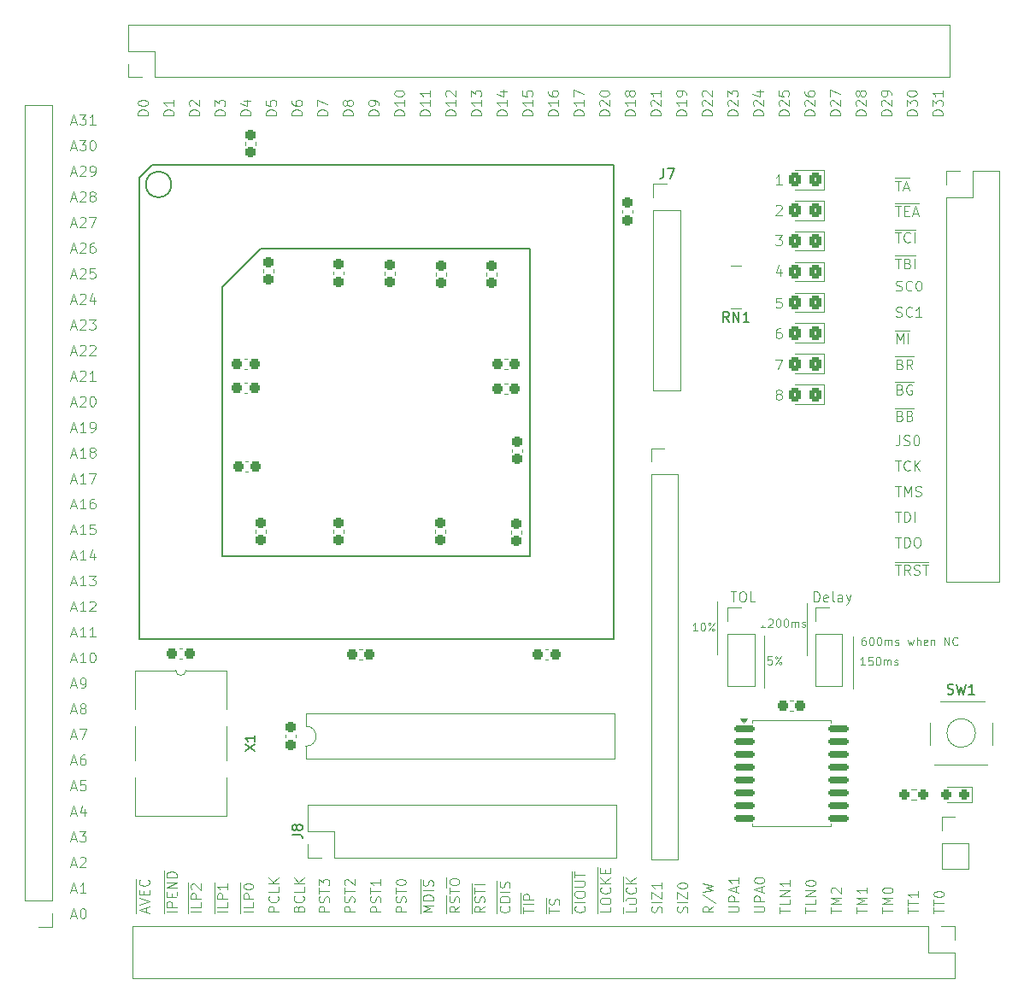
<source format=gto>
G04 #@! TF.GenerationSoftware,KiCad,Pcbnew,8.0.1*
G04 #@! TF.CreationDate,2024-04-03T23:34:40-03:00*
G04 #@! TF.ProjectId,Breakout-68040,42726561-6b6f-4757-942d-36383034302e,rev?*
G04 #@! TF.SameCoordinates,Original*
G04 #@! TF.FileFunction,Legend,Top*
G04 #@! TF.FilePolarity,Positive*
%FSLAX46Y46*%
G04 Gerber Fmt 4.6, Leading zero omitted, Abs format (unit mm)*
G04 Created by KiCad (PCBNEW 8.0.1) date 2024-04-03 23:34:40*
%MOMM*%
%LPD*%
G01*
G04 APERTURE LIST*
G04 Aperture macros list*
%AMRoundRect*
0 Rectangle with rounded corners*
0 $1 Rounding radius*
0 $2 $3 $4 $5 $6 $7 $8 $9 X,Y pos of 4 corners*
0 Add a 4 corners polygon primitive as box body*
4,1,4,$2,$3,$4,$5,$6,$7,$8,$9,$2,$3,0*
0 Add four circle primitives for the rounded corners*
1,1,$1+$1,$2,$3*
1,1,$1+$1,$4,$5*
1,1,$1+$1,$6,$7*
1,1,$1+$1,$8,$9*
0 Add four rect primitives between the rounded corners*
20,1,$1+$1,$2,$3,$4,$5,0*
20,1,$1+$1,$4,$5,$6,$7,0*
20,1,$1+$1,$6,$7,$8,$9,0*
20,1,$1+$1,$8,$9,$2,$3,0*%
G04 Aperture macros list end*
%ADD10C,0.100000*%
%ADD11C,0.150000*%
%ADD12C,0.120000*%
%ADD13C,0.127000*%
%ADD14R,0.800000X0.300000*%
%ADD15R,1.700000X1.700000*%
%ADD16O,1.700000X1.700000*%
%ADD17RoundRect,0.250000X0.325000X0.450000X-0.325000X0.450000X-0.325000X-0.450000X0.325000X-0.450000X0*%
%ADD18RoundRect,0.237500X-0.237500X0.300000X-0.237500X-0.300000X0.237500X-0.300000X0.237500X0.300000X0*%
%ADD19RoundRect,0.237500X0.237500X-0.300000X0.237500X0.300000X-0.237500X0.300000X-0.237500X-0.300000X0*%
%ADD20C,1.700000*%
%ADD21RoundRect,0.237500X0.300000X0.237500X-0.300000X0.237500X-0.300000X-0.237500X0.300000X-0.237500X0*%
%ADD22R,3.000000X1.300000*%
%ADD23RoundRect,0.237500X-0.300000X-0.237500X0.300000X-0.237500X0.300000X0.237500X-0.300000X0.237500X0*%
%ADD24RoundRect,0.237500X-0.250000X-0.237500X0.250000X-0.237500X0.250000X0.237500X-0.250000X0.237500X0*%
%ADD25RoundRect,0.237500X0.287500X0.237500X-0.287500X0.237500X-0.287500X-0.237500X0.287500X-0.237500X0*%
%ADD26C,1.422400*%
%ADD27RoundRect,0.150000X-0.875000X-0.150000X0.875000X-0.150000X0.875000X0.150000X-0.875000X0.150000X0*%
%ADD28R,1.600000X2.400000*%
%ADD29O,1.600000X2.400000*%
%ADD30C,0.700000*%
G04 APERTURE END LIST*
D10*
X66797419Y-139559687D02*
X66321228Y-139893020D01*
X66797419Y-140131115D02*
X65797419Y-140131115D01*
X65797419Y-140131115D02*
X65797419Y-139750163D01*
X65797419Y-139750163D02*
X65845038Y-139654925D01*
X65845038Y-139654925D02*
X65892657Y-139607306D01*
X65892657Y-139607306D02*
X65987895Y-139559687D01*
X65987895Y-139559687D02*
X66130752Y-139559687D01*
X66130752Y-139559687D02*
X66225990Y-139607306D01*
X66225990Y-139607306D02*
X66273609Y-139654925D01*
X66273609Y-139654925D02*
X66321228Y-139750163D01*
X66321228Y-139750163D02*
X66321228Y-140131115D01*
X66749800Y-139178734D02*
X66797419Y-139035877D01*
X66797419Y-139035877D02*
X66797419Y-138797782D01*
X66797419Y-138797782D02*
X66749800Y-138702544D01*
X66749800Y-138702544D02*
X66702180Y-138654925D01*
X66702180Y-138654925D02*
X66606942Y-138607306D01*
X66606942Y-138607306D02*
X66511704Y-138607306D01*
X66511704Y-138607306D02*
X66416466Y-138654925D01*
X66416466Y-138654925D02*
X66368847Y-138702544D01*
X66368847Y-138702544D02*
X66321228Y-138797782D01*
X66321228Y-138797782D02*
X66273609Y-138988258D01*
X66273609Y-138988258D02*
X66225990Y-139083496D01*
X66225990Y-139083496D02*
X66178371Y-139131115D01*
X66178371Y-139131115D02*
X66083133Y-139178734D01*
X66083133Y-139178734D02*
X65987895Y-139178734D01*
X65987895Y-139178734D02*
X65892657Y-139131115D01*
X65892657Y-139131115D02*
X65845038Y-139083496D01*
X65845038Y-139083496D02*
X65797419Y-138988258D01*
X65797419Y-138988258D02*
X65797419Y-138750163D01*
X65797419Y-138750163D02*
X65845038Y-138607306D01*
X65797419Y-138321591D02*
X65797419Y-137750163D01*
X66797419Y-138035877D02*
X65797419Y-138035877D01*
X65797419Y-137226353D02*
X65797419Y-137035877D01*
X65797419Y-137035877D02*
X65845038Y-136940639D01*
X65845038Y-136940639D02*
X65940276Y-136845401D01*
X65940276Y-136845401D02*
X66130752Y-136797782D01*
X66130752Y-136797782D02*
X66464085Y-136797782D01*
X66464085Y-136797782D02*
X66654561Y-136845401D01*
X66654561Y-136845401D02*
X66749800Y-136940639D01*
X66749800Y-136940639D02*
X66797419Y-137035877D01*
X66797419Y-137035877D02*
X66797419Y-137226353D01*
X66797419Y-137226353D02*
X66749800Y-137321591D01*
X66749800Y-137321591D02*
X66654561Y-137416829D01*
X66654561Y-137416829D02*
X66464085Y-137464448D01*
X66464085Y-137464448D02*
X66130752Y-137464448D01*
X66130752Y-137464448D02*
X65940276Y-137416829D01*
X65940276Y-137416829D02*
X65845038Y-137321591D01*
X65845038Y-137321591D02*
X65797419Y-137226353D01*
X65519800Y-140269211D02*
X65519800Y-136707306D01*
X64197419Y-140131115D02*
X63197419Y-140131115D01*
X63197419Y-140131115D02*
X63911704Y-139797782D01*
X63911704Y-139797782D02*
X63197419Y-139464449D01*
X63197419Y-139464449D02*
X64197419Y-139464449D01*
X64197419Y-138988258D02*
X63197419Y-138988258D01*
X63197419Y-138988258D02*
X63197419Y-138750163D01*
X63197419Y-138750163D02*
X63245038Y-138607306D01*
X63245038Y-138607306D02*
X63340276Y-138512068D01*
X63340276Y-138512068D02*
X63435514Y-138464449D01*
X63435514Y-138464449D02*
X63625990Y-138416830D01*
X63625990Y-138416830D02*
X63768847Y-138416830D01*
X63768847Y-138416830D02*
X63959323Y-138464449D01*
X63959323Y-138464449D02*
X64054561Y-138512068D01*
X64054561Y-138512068D02*
X64149800Y-138607306D01*
X64149800Y-138607306D02*
X64197419Y-138750163D01*
X64197419Y-138750163D02*
X64197419Y-138988258D01*
X64197419Y-137988258D02*
X63197419Y-137988258D01*
X64149800Y-137559687D02*
X64197419Y-137416830D01*
X64197419Y-137416830D02*
X64197419Y-137178735D01*
X64197419Y-137178735D02*
X64149800Y-137083497D01*
X64149800Y-137083497D02*
X64102180Y-137035878D01*
X64102180Y-137035878D02*
X64006942Y-136988259D01*
X64006942Y-136988259D02*
X63911704Y-136988259D01*
X63911704Y-136988259D02*
X63816466Y-137035878D01*
X63816466Y-137035878D02*
X63768847Y-137083497D01*
X63768847Y-137083497D02*
X63721228Y-137178735D01*
X63721228Y-137178735D02*
X63673609Y-137369211D01*
X63673609Y-137369211D02*
X63625990Y-137464449D01*
X63625990Y-137464449D02*
X63578371Y-137512068D01*
X63578371Y-137512068D02*
X63483133Y-137559687D01*
X63483133Y-137559687D02*
X63387895Y-137559687D01*
X63387895Y-137559687D02*
X63292657Y-137512068D01*
X63292657Y-137512068D02*
X63245038Y-137464449D01*
X63245038Y-137464449D02*
X63197419Y-137369211D01*
X63197419Y-137369211D02*
X63197419Y-137131116D01*
X63197419Y-137131116D02*
X63245038Y-136988259D01*
X62919800Y-140269211D02*
X62919800Y-136897783D01*
X71702180Y-139559687D02*
X71749800Y-139607306D01*
X71749800Y-139607306D02*
X71797419Y-139750163D01*
X71797419Y-139750163D02*
X71797419Y-139845401D01*
X71797419Y-139845401D02*
X71749800Y-139988258D01*
X71749800Y-139988258D02*
X71654561Y-140083496D01*
X71654561Y-140083496D02*
X71559323Y-140131115D01*
X71559323Y-140131115D02*
X71368847Y-140178734D01*
X71368847Y-140178734D02*
X71225990Y-140178734D01*
X71225990Y-140178734D02*
X71035514Y-140131115D01*
X71035514Y-140131115D02*
X70940276Y-140083496D01*
X70940276Y-140083496D02*
X70845038Y-139988258D01*
X70845038Y-139988258D02*
X70797419Y-139845401D01*
X70797419Y-139845401D02*
X70797419Y-139750163D01*
X70797419Y-139750163D02*
X70845038Y-139607306D01*
X70845038Y-139607306D02*
X70892657Y-139559687D01*
X71797419Y-139131115D02*
X70797419Y-139131115D01*
X70797419Y-139131115D02*
X70797419Y-138893020D01*
X70797419Y-138893020D02*
X70845038Y-138750163D01*
X70845038Y-138750163D02*
X70940276Y-138654925D01*
X70940276Y-138654925D02*
X71035514Y-138607306D01*
X71035514Y-138607306D02*
X71225990Y-138559687D01*
X71225990Y-138559687D02*
X71368847Y-138559687D01*
X71368847Y-138559687D02*
X71559323Y-138607306D01*
X71559323Y-138607306D02*
X71654561Y-138654925D01*
X71654561Y-138654925D02*
X71749800Y-138750163D01*
X71749800Y-138750163D02*
X71797419Y-138893020D01*
X71797419Y-138893020D02*
X71797419Y-139131115D01*
X71797419Y-138131115D02*
X70797419Y-138131115D01*
X71749800Y-137702544D02*
X71797419Y-137559687D01*
X71797419Y-137559687D02*
X71797419Y-137321592D01*
X71797419Y-137321592D02*
X71749800Y-137226354D01*
X71749800Y-137226354D02*
X71702180Y-137178735D01*
X71702180Y-137178735D02*
X71606942Y-137131116D01*
X71606942Y-137131116D02*
X71511704Y-137131116D01*
X71511704Y-137131116D02*
X71416466Y-137178735D01*
X71416466Y-137178735D02*
X71368847Y-137226354D01*
X71368847Y-137226354D02*
X71321228Y-137321592D01*
X71321228Y-137321592D02*
X71273609Y-137512068D01*
X71273609Y-137512068D02*
X71225990Y-137607306D01*
X71225990Y-137607306D02*
X71178371Y-137654925D01*
X71178371Y-137654925D02*
X71083133Y-137702544D01*
X71083133Y-137702544D02*
X70987895Y-137702544D01*
X70987895Y-137702544D02*
X70892657Y-137654925D01*
X70892657Y-137654925D02*
X70845038Y-137607306D01*
X70845038Y-137607306D02*
X70797419Y-137512068D01*
X70797419Y-137512068D02*
X70797419Y-137273973D01*
X70797419Y-137273973D02*
X70845038Y-137131116D01*
X70519800Y-140269211D02*
X70519800Y-137040640D01*
X69297419Y-139559687D02*
X68821228Y-139893020D01*
X69297419Y-140131115D02*
X68297419Y-140131115D01*
X68297419Y-140131115D02*
X68297419Y-139750163D01*
X68297419Y-139750163D02*
X68345038Y-139654925D01*
X68345038Y-139654925D02*
X68392657Y-139607306D01*
X68392657Y-139607306D02*
X68487895Y-139559687D01*
X68487895Y-139559687D02*
X68630752Y-139559687D01*
X68630752Y-139559687D02*
X68725990Y-139607306D01*
X68725990Y-139607306D02*
X68773609Y-139654925D01*
X68773609Y-139654925D02*
X68821228Y-139750163D01*
X68821228Y-139750163D02*
X68821228Y-140131115D01*
X69249800Y-139178734D02*
X69297419Y-139035877D01*
X69297419Y-139035877D02*
X69297419Y-138797782D01*
X69297419Y-138797782D02*
X69249800Y-138702544D01*
X69249800Y-138702544D02*
X69202180Y-138654925D01*
X69202180Y-138654925D02*
X69106942Y-138607306D01*
X69106942Y-138607306D02*
X69011704Y-138607306D01*
X69011704Y-138607306D02*
X68916466Y-138654925D01*
X68916466Y-138654925D02*
X68868847Y-138702544D01*
X68868847Y-138702544D02*
X68821228Y-138797782D01*
X68821228Y-138797782D02*
X68773609Y-138988258D01*
X68773609Y-138988258D02*
X68725990Y-139083496D01*
X68725990Y-139083496D02*
X68678371Y-139131115D01*
X68678371Y-139131115D02*
X68583133Y-139178734D01*
X68583133Y-139178734D02*
X68487895Y-139178734D01*
X68487895Y-139178734D02*
X68392657Y-139131115D01*
X68392657Y-139131115D02*
X68345038Y-139083496D01*
X68345038Y-139083496D02*
X68297419Y-138988258D01*
X68297419Y-138988258D02*
X68297419Y-138750163D01*
X68297419Y-138750163D02*
X68345038Y-138607306D01*
X68297419Y-138321591D02*
X68297419Y-137750163D01*
X69297419Y-138035877D02*
X68297419Y-138035877D01*
X69297419Y-137416829D02*
X68297419Y-137416829D01*
X68019800Y-140269211D02*
X68019800Y-137278735D01*
X98108646Y-73072419D02*
X98727693Y-73072419D01*
X98727693Y-73072419D02*
X98394360Y-73453371D01*
X98394360Y-73453371D02*
X98537217Y-73453371D01*
X98537217Y-73453371D02*
X98632455Y-73500990D01*
X98632455Y-73500990D02*
X98680074Y-73548609D01*
X98680074Y-73548609D02*
X98727693Y-73643847D01*
X98727693Y-73643847D02*
X98727693Y-73881942D01*
X98727693Y-73881942D02*
X98680074Y-73977180D01*
X98680074Y-73977180D02*
X98632455Y-74024800D01*
X98632455Y-74024800D02*
X98537217Y-74072419D01*
X98537217Y-74072419D02*
X98251503Y-74072419D01*
X98251503Y-74072419D02*
X98156265Y-74024800D01*
X98156265Y-74024800D02*
X98108646Y-73977180D01*
X98346741Y-88800990D02*
X98251503Y-88753371D01*
X98251503Y-88753371D02*
X98203884Y-88705752D01*
X98203884Y-88705752D02*
X98156265Y-88610514D01*
X98156265Y-88610514D02*
X98156265Y-88562895D01*
X98156265Y-88562895D02*
X98203884Y-88467657D01*
X98203884Y-88467657D02*
X98251503Y-88420038D01*
X98251503Y-88420038D02*
X98346741Y-88372419D01*
X98346741Y-88372419D02*
X98537217Y-88372419D01*
X98537217Y-88372419D02*
X98632455Y-88420038D01*
X98632455Y-88420038D02*
X98680074Y-88467657D01*
X98680074Y-88467657D02*
X98727693Y-88562895D01*
X98727693Y-88562895D02*
X98727693Y-88610514D01*
X98727693Y-88610514D02*
X98680074Y-88705752D01*
X98680074Y-88705752D02*
X98632455Y-88753371D01*
X98632455Y-88753371D02*
X98537217Y-88800990D01*
X98537217Y-88800990D02*
X98346741Y-88800990D01*
X98346741Y-88800990D02*
X98251503Y-88848609D01*
X98251503Y-88848609D02*
X98203884Y-88896228D01*
X98203884Y-88896228D02*
X98156265Y-88991466D01*
X98156265Y-88991466D02*
X98156265Y-89181942D01*
X98156265Y-89181942D02*
X98203884Y-89277180D01*
X98203884Y-89277180D02*
X98251503Y-89324800D01*
X98251503Y-89324800D02*
X98346741Y-89372419D01*
X98346741Y-89372419D02*
X98537217Y-89372419D01*
X98537217Y-89372419D02*
X98632455Y-89324800D01*
X98632455Y-89324800D02*
X98680074Y-89277180D01*
X98680074Y-89277180D02*
X98727693Y-89181942D01*
X98727693Y-89181942D02*
X98727693Y-88991466D01*
X98727693Y-88991466D02*
X98680074Y-88896228D01*
X98680074Y-88896228D02*
X98632455Y-88848609D01*
X98632455Y-88848609D02*
X98537217Y-88800990D01*
X98680074Y-79272419D02*
X98203884Y-79272419D01*
X98203884Y-79272419D02*
X98156265Y-79748609D01*
X98156265Y-79748609D02*
X98203884Y-79700990D01*
X98203884Y-79700990D02*
X98299122Y-79653371D01*
X98299122Y-79653371D02*
X98537217Y-79653371D01*
X98537217Y-79653371D02*
X98632455Y-79700990D01*
X98632455Y-79700990D02*
X98680074Y-79748609D01*
X98680074Y-79748609D02*
X98727693Y-79843847D01*
X98727693Y-79843847D02*
X98727693Y-80081942D01*
X98727693Y-80081942D02*
X98680074Y-80177180D01*
X98680074Y-80177180D02*
X98632455Y-80224800D01*
X98632455Y-80224800D02*
X98537217Y-80272419D01*
X98537217Y-80272419D02*
X98299122Y-80272419D01*
X98299122Y-80272419D02*
X98203884Y-80224800D01*
X98203884Y-80224800D02*
X98156265Y-80177180D01*
X98632455Y-82272419D02*
X98441979Y-82272419D01*
X98441979Y-82272419D02*
X98346741Y-82320038D01*
X98346741Y-82320038D02*
X98299122Y-82367657D01*
X98299122Y-82367657D02*
X98203884Y-82510514D01*
X98203884Y-82510514D02*
X98156265Y-82700990D01*
X98156265Y-82700990D02*
X98156265Y-83081942D01*
X98156265Y-83081942D02*
X98203884Y-83177180D01*
X98203884Y-83177180D02*
X98251503Y-83224800D01*
X98251503Y-83224800D02*
X98346741Y-83272419D01*
X98346741Y-83272419D02*
X98537217Y-83272419D01*
X98537217Y-83272419D02*
X98632455Y-83224800D01*
X98632455Y-83224800D02*
X98680074Y-83177180D01*
X98680074Y-83177180D02*
X98727693Y-83081942D01*
X98727693Y-83081942D02*
X98727693Y-82843847D01*
X98727693Y-82843847D02*
X98680074Y-82748609D01*
X98680074Y-82748609D02*
X98632455Y-82700990D01*
X98632455Y-82700990D02*
X98537217Y-82653371D01*
X98537217Y-82653371D02*
X98346741Y-82653371D01*
X98346741Y-82653371D02*
X98251503Y-82700990D01*
X98251503Y-82700990D02*
X98203884Y-82748609D01*
X98203884Y-82748609D02*
X98156265Y-82843847D01*
X98632455Y-76405752D02*
X98632455Y-77072419D01*
X98394360Y-76024800D02*
X98156265Y-76739085D01*
X98156265Y-76739085D02*
X98775312Y-76739085D01*
X98156265Y-70167657D02*
X98203884Y-70120038D01*
X98203884Y-70120038D02*
X98299122Y-70072419D01*
X98299122Y-70072419D02*
X98537217Y-70072419D01*
X98537217Y-70072419D02*
X98632455Y-70120038D01*
X98632455Y-70120038D02*
X98680074Y-70167657D01*
X98680074Y-70167657D02*
X98727693Y-70262895D01*
X98727693Y-70262895D02*
X98727693Y-70358133D01*
X98727693Y-70358133D02*
X98680074Y-70500990D01*
X98680074Y-70500990D02*
X98108646Y-71072419D01*
X98108646Y-71072419D02*
X98727693Y-71072419D01*
X98108646Y-85372419D02*
X98775312Y-85372419D01*
X98775312Y-85372419D02*
X98346741Y-86372419D01*
X98727693Y-68072419D02*
X98156265Y-68072419D01*
X98441979Y-68072419D02*
X98441979Y-67072419D01*
X98441979Y-67072419D02*
X98346741Y-67215276D01*
X98346741Y-67215276D02*
X98251503Y-67310514D01*
X98251503Y-67310514D02*
X98156265Y-67358133D01*
X106999122Y-112896895D02*
X106846741Y-112896895D01*
X106846741Y-112896895D02*
X106770550Y-112934990D01*
X106770550Y-112934990D02*
X106732455Y-112973085D01*
X106732455Y-112973085D02*
X106656265Y-113087371D01*
X106656265Y-113087371D02*
X106618169Y-113239752D01*
X106618169Y-113239752D02*
X106618169Y-113544514D01*
X106618169Y-113544514D02*
X106656265Y-113620704D01*
X106656265Y-113620704D02*
X106694360Y-113658800D01*
X106694360Y-113658800D02*
X106770550Y-113696895D01*
X106770550Y-113696895D02*
X106922931Y-113696895D01*
X106922931Y-113696895D02*
X106999122Y-113658800D01*
X106999122Y-113658800D02*
X107037217Y-113620704D01*
X107037217Y-113620704D02*
X107075312Y-113544514D01*
X107075312Y-113544514D02*
X107075312Y-113354038D01*
X107075312Y-113354038D02*
X107037217Y-113277847D01*
X107037217Y-113277847D02*
X106999122Y-113239752D01*
X106999122Y-113239752D02*
X106922931Y-113201657D01*
X106922931Y-113201657D02*
X106770550Y-113201657D01*
X106770550Y-113201657D02*
X106694360Y-113239752D01*
X106694360Y-113239752D02*
X106656265Y-113277847D01*
X106656265Y-113277847D02*
X106618169Y-113354038D01*
X107570551Y-112896895D02*
X107646741Y-112896895D01*
X107646741Y-112896895D02*
X107722932Y-112934990D01*
X107722932Y-112934990D02*
X107761027Y-112973085D01*
X107761027Y-112973085D02*
X107799122Y-113049276D01*
X107799122Y-113049276D02*
X107837217Y-113201657D01*
X107837217Y-113201657D02*
X107837217Y-113392133D01*
X107837217Y-113392133D02*
X107799122Y-113544514D01*
X107799122Y-113544514D02*
X107761027Y-113620704D01*
X107761027Y-113620704D02*
X107722932Y-113658800D01*
X107722932Y-113658800D02*
X107646741Y-113696895D01*
X107646741Y-113696895D02*
X107570551Y-113696895D01*
X107570551Y-113696895D02*
X107494360Y-113658800D01*
X107494360Y-113658800D02*
X107456265Y-113620704D01*
X107456265Y-113620704D02*
X107418170Y-113544514D01*
X107418170Y-113544514D02*
X107380074Y-113392133D01*
X107380074Y-113392133D02*
X107380074Y-113201657D01*
X107380074Y-113201657D02*
X107418170Y-113049276D01*
X107418170Y-113049276D02*
X107456265Y-112973085D01*
X107456265Y-112973085D02*
X107494360Y-112934990D01*
X107494360Y-112934990D02*
X107570551Y-112896895D01*
X108332456Y-112896895D02*
X108408646Y-112896895D01*
X108408646Y-112896895D02*
X108484837Y-112934990D01*
X108484837Y-112934990D02*
X108522932Y-112973085D01*
X108522932Y-112973085D02*
X108561027Y-113049276D01*
X108561027Y-113049276D02*
X108599122Y-113201657D01*
X108599122Y-113201657D02*
X108599122Y-113392133D01*
X108599122Y-113392133D02*
X108561027Y-113544514D01*
X108561027Y-113544514D02*
X108522932Y-113620704D01*
X108522932Y-113620704D02*
X108484837Y-113658800D01*
X108484837Y-113658800D02*
X108408646Y-113696895D01*
X108408646Y-113696895D02*
X108332456Y-113696895D01*
X108332456Y-113696895D02*
X108256265Y-113658800D01*
X108256265Y-113658800D02*
X108218170Y-113620704D01*
X108218170Y-113620704D02*
X108180075Y-113544514D01*
X108180075Y-113544514D02*
X108141979Y-113392133D01*
X108141979Y-113392133D02*
X108141979Y-113201657D01*
X108141979Y-113201657D02*
X108180075Y-113049276D01*
X108180075Y-113049276D02*
X108218170Y-112973085D01*
X108218170Y-112973085D02*
X108256265Y-112934990D01*
X108256265Y-112934990D02*
X108332456Y-112896895D01*
X108941980Y-113696895D02*
X108941980Y-113163561D01*
X108941980Y-113239752D02*
X108980075Y-113201657D01*
X108980075Y-113201657D02*
X109056265Y-113163561D01*
X109056265Y-113163561D02*
X109170551Y-113163561D01*
X109170551Y-113163561D02*
X109246742Y-113201657D01*
X109246742Y-113201657D02*
X109284837Y-113277847D01*
X109284837Y-113277847D02*
X109284837Y-113696895D01*
X109284837Y-113277847D02*
X109322932Y-113201657D01*
X109322932Y-113201657D02*
X109399123Y-113163561D01*
X109399123Y-113163561D02*
X109513408Y-113163561D01*
X109513408Y-113163561D02*
X109589599Y-113201657D01*
X109589599Y-113201657D02*
X109627694Y-113277847D01*
X109627694Y-113277847D02*
X109627694Y-113696895D01*
X109970551Y-113658800D02*
X110046742Y-113696895D01*
X110046742Y-113696895D02*
X110199123Y-113696895D01*
X110199123Y-113696895D02*
X110275313Y-113658800D01*
X110275313Y-113658800D02*
X110313409Y-113582609D01*
X110313409Y-113582609D02*
X110313409Y-113544514D01*
X110313409Y-113544514D02*
X110275313Y-113468323D01*
X110275313Y-113468323D02*
X110199123Y-113430228D01*
X110199123Y-113430228D02*
X110084837Y-113430228D01*
X110084837Y-113430228D02*
X110008647Y-113392133D01*
X110008647Y-113392133D02*
X109970551Y-113315942D01*
X109970551Y-113315942D02*
X109970551Y-113277847D01*
X109970551Y-113277847D02*
X110008647Y-113201657D01*
X110008647Y-113201657D02*
X110084837Y-113163561D01*
X110084837Y-113163561D02*
X110199123Y-113163561D01*
X110199123Y-113163561D02*
X110275313Y-113201657D01*
X111189599Y-113163561D02*
X111341980Y-113696895D01*
X111341980Y-113696895D02*
X111494361Y-113315942D01*
X111494361Y-113315942D02*
X111646742Y-113696895D01*
X111646742Y-113696895D02*
X111799123Y-113163561D01*
X112103885Y-113696895D02*
X112103885Y-112896895D01*
X112446742Y-113696895D02*
X112446742Y-113277847D01*
X112446742Y-113277847D02*
X112408647Y-113201657D01*
X112408647Y-113201657D02*
X112332456Y-113163561D01*
X112332456Y-113163561D02*
X112218170Y-113163561D01*
X112218170Y-113163561D02*
X112141980Y-113201657D01*
X112141980Y-113201657D02*
X112103885Y-113239752D01*
X113132457Y-113658800D02*
X113056266Y-113696895D01*
X113056266Y-113696895D02*
X112903885Y-113696895D01*
X112903885Y-113696895D02*
X112827695Y-113658800D01*
X112827695Y-113658800D02*
X112789599Y-113582609D01*
X112789599Y-113582609D02*
X112789599Y-113277847D01*
X112789599Y-113277847D02*
X112827695Y-113201657D01*
X112827695Y-113201657D02*
X112903885Y-113163561D01*
X112903885Y-113163561D02*
X113056266Y-113163561D01*
X113056266Y-113163561D02*
X113132457Y-113201657D01*
X113132457Y-113201657D02*
X113170552Y-113277847D01*
X113170552Y-113277847D02*
X113170552Y-113354038D01*
X113170552Y-113354038D02*
X112789599Y-113430228D01*
X113513409Y-113163561D02*
X113513409Y-113696895D01*
X113513409Y-113239752D02*
X113551504Y-113201657D01*
X113551504Y-113201657D02*
X113627694Y-113163561D01*
X113627694Y-113163561D02*
X113741980Y-113163561D01*
X113741980Y-113163561D02*
X113818171Y-113201657D01*
X113818171Y-113201657D02*
X113856266Y-113277847D01*
X113856266Y-113277847D02*
X113856266Y-113696895D01*
X114846743Y-113696895D02*
X114846743Y-112896895D01*
X114846743Y-112896895D02*
X115303886Y-113696895D01*
X115303886Y-113696895D02*
X115303886Y-112896895D01*
X116141981Y-113620704D02*
X116103885Y-113658800D01*
X116103885Y-113658800D02*
X115989600Y-113696895D01*
X115989600Y-113696895D02*
X115913409Y-113696895D01*
X115913409Y-113696895D02*
X115799123Y-113658800D01*
X115799123Y-113658800D02*
X115722933Y-113582609D01*
X115722933Y-113582609D02*
X115684838Y-113506419D01*
X115684838Y-113506419D02*
X115646742Y-113354038D01*
X115646742Y-113354038D02*
X115646742Y-113239752D01*
X115646742Y-113239752D02*
X115684838Y-113087371D01*
X115684838Y-113087371D02*
X115722933Y-113011180D01*
X115722933Y-113011180D02*
X115799123Y-112934990D01*
X115799123Y-112934990D02*
X115913409Y-112896895D01*
X115913409Y-112896895D02*
X115989600Y-112896895D01*
X115989600Y-112896895D02*
X116103885Y-112934990D01*
X116103885Y-112934990D02*
X116141981Y-112973085D01*
X101200000Y-109500000D02*
X101200000Y-114700000D01*
X105800000Y-112800000D02*
X105800000Y-118000000D01*
X97075312Y-111896895D02*
X96618169Y-111896895D01*
X96846741Y-111896895D02*
X96846741Y-111096895D01*
X96846741Y-111096895D02*
X96770550Y-111211180D01*
X96770550Y-111211180D02*
X96694360Y-111287371D01*
X96694360Y-111287371D02*
X96618169Y-111325466D01*
X97380074Y-111173085D02*
X97418170Y-111134990D01*
X97418170Y-111134990D02*
X97494360Y-111096895D01*
X97494360Y-111096895D02*
X97684836Y-111096895D01*
X97684836Y-111096895D02*
X97761027Y-111134990D01*
X97761027Y-111134990D02*
X97799122Y-111173085D01*
X97799122Y-111173085D02*
X97837217Y-111249276D01*
X97837217Y-111249276D02*
X97837217Y-111325466D01*
X97837217Y-111325466D02*
X97799122Y-111439752D01*
X97799122Y-111439752D02*
X97341979Y-111896895D01*
X97341979Y-111896895D02*
X97837217Y-111896895D01*
X98332456Y-111096895D02*
X98408646Y-111096895D01*
X98408646Y-111096895D02*
X98484837Y-111134990D01*
X98484837Y-111134990D02*
X98522932Y-111173085D01*
X98522932Y-111173085D02*
X98561027Y-111249276D01*
X98561027Y-111249276D02*
X98599122Y-111401657D01*
X98599122Y-111401657D02*
X98599122Y-111592133D01*
X98599122Y-111592133D02*
X98561027Y-111744514D01*
X98561027Y-111744514D02*
X98522932Y-111820704D01*
X98522932Y-111820704D02*
X98484837Y-111858800D01*
X98484837Y-111858800D02*
X98408646Y-111896895D01*
X98408646Y-111896895D02*
X98332456Y-111896895D01*
X98332456Y-111896895D02*
X98256265Y-111858800D01*
X98256265Y-111858800D02*
X98218170Y-111820704D01*
X98218170Y-111820704D02*
X98180075Y-111744514D01*
X98180075Y-111744514D02*
X98141979Y-111592133D01*
X98141979Y-111592133D02*
X98141979Y-111401657D01*
X98141979Y-111401657D02*
X98180075Y-111249276D01*
X98180075Y-111249276D02*
X98218170Y-111173085D01*
X98218170Y-111173085D02*
X98256265Y-111134990D01*
X98256265Y-111134990D02*
X98332456Y-111096895D01*
X99094361Y-111096895D02*
X99170551Y-111096895D01*
X99170551Y-111096895D02*
X99246742Y-111134990D01*
X99246742Y-111134990D02*
X99284837Y-111173085D01*
X99284837Y-111173085D02*
X99322932Y-111249276D01*
X99322932Y-111249276D02*
X99361027Y-111401657D01*
X99361027Y-111401657D02*
X99361027Y-111592133D01*
X99361027Y-111592133D02*
X99322932Y-111744514D01*
X99322932Y-111744514D02*
X99284837Y-111820704D01*
X99284837Y-111820704D02*
X99246742Y-111858800D01*
X99246742Y-111858800D02*
X99170551Y-111896895D01*
X99170551Y-111896895D02*
X99094361Y-111896895D01*
X99094361Y-111896895D02*
X99018170Y-111858800D01*
X99018170Y-111858800D02*
X98980075Y-111820704D01*
X98980075Y-111820704D02*
X98941980Y-111744514D01*
X98941980Y-111744514D02*
X98903884Y-111592133D01*
X98903884Y-111592133D02*
X98903884Y-111401657D01*
X98903884Y-111401657D02*
X98941980Y-111249276D01*
X98941980Y-111249276D02*
X98980075Y-111173085D01*
X98980075Y-111173085D02*
X99018170Y-111134990D01*
X99018170Y-111134990D02*
X99094361Y-111096895D01*
X99703885Y-111896895D02*
X99703885Y-111363561D01*
X99703885Y-111439752D02*
X99741980Y-111401657D01*
X99741980Y-111401657D02*
X99818170Y-111363561D01*
X99818170Y-111363561D02*
X99932456Y-111363561D01*
X99932456Y-111363561D02*
X100008647Y-111401657D01*
X100008647Y-111401657D02*
X100046742Y-111477847D01*
X100046742Y-111477847D02*
X100046742Y-111896895D01*
X100046742Y-111477847D02*
X100084837Y-111401657D01*
X100084837Y-111401657D02*
X100161028Y-111363561D01*
X100161028Y-111363561D02*
X100275313Y-111363561D01*
X100275313Y-111363561D02*
X100351504Y-111401657D01*
X100351504Y-111401657D02*
X100389599Y-111477847D01*
X100389599Y-111477847D02*
X100389599Y-111896895D01*
X100732456Y-111858800D02*
X100808647Y-111896895D01*
X100808647Y-111896895D02*
X100961028Y-111896895D01*
X100961028Y-111896895D02*
X101037218Y-111858800D01*
X101037218Y-111858800D02*
X101075314Y-111782609D01*
X101075314Y-111782609D02*
X101075314Y-111744514D01*
X101075314Y-111744514D02*
X101037218Y-111668323D01*
X101037218Y-111668323D02*
X100961028Y-111630228D01*
X100961028Y-111630228D02*
X100846742Y-111630228D01*
X100846742Y-111630228D02*
X100770552Y-111592133D01*
X100770552Y-111592133D02*
X100732456Y-111515942D01*
X100732456Y-111515942D02*
X100732456Y-111477847D01*
X100732456Y-111477847D02*
X100770552Y-111401657D01*
X100770552Y-111401657D02*
X100846742Y-111363561D01*
X100846742Y-111363561D02*
X100961028Y-111363561D01*
X100961028Y-111363561D02*
X101037218Y-111401657D01*
X106975312Y-115670395D02*
X106518169Y-115670395D01*
X106746741Y-115670395D02*
X106746741Y-114870395D01*
X106746741Y-114870395D02*
X106670550Y-114984680D01*
X106670550Y-114984680D02*
X106594360Y-115060871D01*
X106594360Y-115060871D02*
X106518169Y-115098966D01*
X107699122Y-114870395D02*
X107318170Y-114870395D01*
X107318170Y-114870395D02*
X107280074Y-115251347D01*
X107280074Y-115251347D02*
X107318170Y-115213252D01*
X107318170Y-115213252D02*
X107394360Y-115175157D01*
X107394360Y-115175157D02*
X107584836Y-115175157D01*
X107584836Y-115175157D02*
X107661027Y-115213252D01*
X107661027Y-115213252D02*
X107699122Y-115251347D01*
X107699122Y-115251347D02*
X107737217Y-115327538D01*
X107737217Y-115327538D02*
X107737217Y-115518014D01*
X107737217Y-115518014D02*
X107699122Y-115594204D01*
X107699122Y-115594204D02*
X107661027Y-115632300D01*
X107661027Y-115632300D02*
X107584836Y-115670395D01*
X107584836Y-115670395D02*
X107394360Y-115670395D01*
X107394360Y-115670395D02*
X107318170Y-115632300D01*
X107318170Y-115632300D02*
X107280074Y-115594204D01*
X108232456Y-114870395D02*
X108308646Y-114870395D01*
X108308646Y-114870395D02*
X108384837Y-114908490D01*
X108384837Y-114908490D02*
X108422932Y-114946585D01*
X108422932Y-114946585D02*
X108461027Y-115022776D01*
X108461027Y-115022776D02*
X108499122Y-115175157D01*
X108499122Y-115175157D02*
X108499122Y-115365633D01*
X108499122Y-115365633D02*
X108461027Y-115518014D01*
X108461027Y-115518014D02*
X108422932Y-115594204D01*
X108422932Y-115594204D02*
X108384837Y-115632300D01*
X108384837Y-115632300D02*
X108308646Y-115670395D01*
X108308646Y-115670395D02*
X108232456Y-115670395D01*
X108232456Y-115670395D02*
X108156265Y-115632300D01*
X108156265Y-115632300D02*
X108118170Y-115594204D01*
X108118170Y-115594204D02*
X108080075Y-115518014D01*
X108080075Y-115518014D02*
X108041979Y-115365633D01*
X108041979Y-115365633D02*
X108041979Y-115175157D01*
X108041979Y-115175157D02*
X108080075Y-115022776D01*
X108080075Y-115022776D02*
X108118170Y-114946585D01*
X108118170Y-114946585D02*
X108156265Y-114908490D01*
X108156265Y-114908490D02*
X108232456Y-114870395D01*
X108841980Y-115670395D02*
X108841980Y-115137061D01*
X108841980Y-115213252D02*
X108880075Y-115175157D01*
X108880075Y-115175157D02*
X108956265Y-115137061D01*
X108956265Y-115137061D02*
X109070551Y-115137061D01*
X109070551Y-115137061D02*
X109146742Y-115175157D01*
X109146742Y-115175157D02*
X109184837Y-115251347D01*
X109184837Y-115251347D02*
X109184837Y-115670395D01*
X109184837Y-115251347D02*
X109222932Y-115175157D01*
X109222932Y-115175157D02*
X109299123Y-115137061D01*
X109299123Y-115137061D02*
X109413408Y-115137061D01*
X109413408Y-115137061D02*
X109489599Y-115175157D01*
X109489599Y-115175157D02*
X109527694Y-115251347D01*
X109527694Y-115251347D02*
X109527694Y-115670395D01*
X109870551Y-115632300D02*
X109946742Y-115670395D01*
X109946742Y-115670395D02*
X110099123Y-115670395D01*
X110099123Y-115670395D02*
X110175313Y-115632300D01*
X110175313Y-115632300D02*
X110213409Y-115556109D01*
X110213409Y-115556109D02*
X110213409Y-115518014D01*
X110213409Y-115518014D02*
X110175313Y-115441823D01*
X110175313Y-115441823D02*
X110099123Y-115403728D01*
X110099123Y-115403728D02*
X109984837Y-115403728D01*
X109984837Y-115403728D02*
X109908647Y-115365633D01*
X109908647Y-115365633D02*
X109870551Y-115289442D01*
X109870551Y-115289442D02*
X109870551Y-115251347D01*
X109870551Y-115251347D02*
X109908647Y-115175157D01*
X109908647Y-115175157D02*
X109984837Y-115137061D01*
X109984837Y-115137061D02*
X110099123Y-115137061D01*
X110099123Y-115137061D02*
X110175313Y-115175157D01*
X101903884Y-109372419D02*
X101903884Y-108372419D01*
X101903884Y-108372419D02*
X102141979Y-108372419D01*
X102141979Y-108372419D02*
X102284836Y-108420038D01*
X102284836Y-108420038D02*
X102380074Y-108515276D01*
X102380074Y-108515276D02*
X102427693Y-108610514D01*
X102427693Y-108610514D02*
X102475312Y-108800990D01*
X102475312Y-108800990D02*
X102475312Y-108943847D01*
X102475312Y-108943847D02*
X102427693Y-109134323D01*
X102427693Y-109134323D02*
X102380074Y-109229561D01*
X102380074Y-109229561D02*
X102284836Y-109324800D01*
X102284836Y-109324800D02*
X102141979Y-109372419D01*
X102141979Y-109372419D02*
X101903884Y-109372419D01*
X103284836Y-109324800D02*
X103189598Y-109372419D01*
X103189598Y-109372419D02*
X102999122Y-109372419D01*
X102999122Y-109372419D02*
X102903884Y-109324800D01*
X102903884Y-109324800D02*
X102856265Y-109229561D01*
X102856265Y-109229561D02*
X102856265Y-108848609D01*
X102856265Y-108848609D02*
X102903884Y-108753371D01*
X102903884Y-108753371D02*
X102999122Y-108705752D01*
X102999122Y-108705752D02*
X103189598Y-108705752D01*
X103189598Y-108705752D02*
X103284836Y-108753371D01*
X103284836Y-108753371D02*
X103332455Y-108848609D01*
X103332455Y-108848609D02*
X103332455Y-108943847D01*
X103332455Y-108943847D02*
X102856265Y-109039085D01*
X103903884Y-109372419D02*
X103808646Y-109324800D01*
X103808646Y-109324800D02*
X103761027Y-109229561D01*
X103761027Y-109229561D02*
X103761027Y-108372419D01*
X104713408Y-109372419D02*
X104713408Y-108848609D01*
X104713408Y-108848609D02*
X104665789Y-108753371D01*
X104665789Y-108753371D02*
X104570551Y-108705752D01*
X104570551Y-108705752D02*
X104380075Y-108705752D01*
X104380075Y-108705752D02*
X104284837Y-108753371D01*
X104713408Y-109324800D02*
X104618170Y-109372419D01*
X104618170Y-109372419D02*
X104380075Y-109372419D01*
X104380075Y-109372419D02*
X104284837Y-109324800D01*
X104284837Y-109324800D02*
X104237218Y-109229561D01*
X104237218Y-109229561D02*
X104237218Y-109134323D01*
X104237218Y-109134323D02*
X104284837Y-109039085D01*
X104284837Y-109039085D02*
X104380075Y-108991466D01*
X104380075Y-108991466D02*
X104618170Y-108991466D01*
X104618170Y-108991466D02*
X104713408Y-108943847D01*
X105094361Y-108705752D02*
X105332456Y-109372419D01*
X105570551Y-108705752D02*
X105332456Y-109372419D01*
X105332456Y-109372419D02*
X105237218Y-109610514D01*
X105237218Y-109610514D02*
X105189599Y-109658133D01*
X105189599Y-109658133D02*
X105094361Y-109705752D01*
X97000000Y-112726500D02*
X97000000Y-117926500D01*
X92300000Y-109400000D02*
X92300000Y-114600000D01*
X97737217Y-114796895D02*
X97356265Y-114796895D01*
X97356265Y-114796895D02*
X97318169Y-115177847D01*
X97318169Y-115177847D02*
X97356265Y-115139752D01*
X97356265Y-115139752D02*
X97432455Y-115101657D01*
X97432455Y-115101657D02*
X97622931Y-115101657D01*
X97622931Y-115101657D02*
X97699122Y-115139752D01*
X97699122Y-115139752D02*
X97737217Y-115177847D01*
X97737217Y-115177847D02*
X97775312Y-115254038D01*
X97775312Y-115254038D02*
X97775312Y-115444514D01*
X97775312Y-115444514D02*
X97737217Y-115520704D01*
X97737217Y-115520704D02*
X97699122Y-115558800D01*
X97699122Y-115558800D02*
X97622931Y-115596895D01*
X97622931Y-115596895D02*
X97432455Y-115596895D01*
X97432455Y-115596895D02*
X97356265Y-115558800D01*
X97356265Y-115558800D02*
X97318169Y-115520704D01*
X98080074Y-115596895D02*
X98689598Y-114796895D01*
X98194360Y-114796895D02*
X98270551Y-114834990D01*
X98270551Y-114834990D02*
X98308646Y-114911180D01*
X98308646Y-114911180D02*
X98270551Y-114987371D01*
X98270551Y-114987371D02*
X98194360Y-115025466D01*
X98194360Y-115025466D02*
X98118170Y-114987371D01*
X98118170Y-114987371D02*
X98080074Y-114911180D01*
X98080074Y-114911180D02*
X98118170Y-114834990D01*
X98118170Y-114834990D02*
X98194360Y-114796895D01*
X98651503Y-115558800D02*
X98689598Y-115482609D01*
X98689598Y-115482609D02*
X98651503Y-115406419D01*
X98651503Y-115406419D02*
X98575313Y-115368323D01*
X98575313Y-115368323D02*
X98499122Y-115406419D01*
X98499122Y-115406419D02*
X98461027Y-115482609D01*
X98461027Y-115482609D02*
X98499122Y-115558800D01*
X98499122Y-115558800D02*
X98575313Y-115596895D01*
X98575313Y-115596895D02*
X98651503Y-115558800D01*
X90375312Y-112270395D02*
X89918169Y-112270395D01*
X90146741Y-112270395D02*
X90146741Y-111470395D01*
X90146741Y-111470395D02*
X90070550Y-111584680D01*
X90070550Y-111584680D02*
X89994360Y-111660871D01*
X89994360Y-111660871D02*
X89918169Y-111698966D01*
X90870551Y-111470395D02*
X90946741Y-111470395D01*
X90946741Y-111470395D02*
X91022932Y-111508490D01*
X91022932Y-111508490D02*
X91061027Y-111546585D01*
X91061027Y-111546585D02*
X91099122Y-111622776D01*
X91099122Y-111622776D02*
X91137217Y-111775157D01*
X91137217Y-111775157D02*
X91137217Y-111965633D01*
X91137217Y-111965633D02*
X91099122Y-112118014D01*
X91099122Y-112118014D02*
X91061027Y-112194204D01*
X91061027Y-112194204D02*
X91022932Y-112232300D01*
X91022932Y-112232300D02*
X90946741Y-112270395D01*
X90946741Y-112270395D02*
X90870551Y-112270395D01*
X90870551Y-112270395D02*
X90794360Y-112232300D01*
X90794360Y-112232300D02*
X90756265Y-112194204D01*
X90756265Y-112194204D02*
X90718170Y-112118014D01*
X90718170Y-112118014D02*
X90680074Y-111965633D01*
X90680074Y-111965633D02*
X90680074Y-111775157D01*
X90680074Y-111775157D02*
X90718170Y-111622776D01*
X90718170Y-111622776D02*
X90756265Y-111546585D01*
X90756265Y-111546585D02*
X90794360Y-111508490D01*
X90794360Y-111508490D02*
X90870551Y-111470395D01*
X91441979Y-112270395D02*
X92051503Y-111470395D01*
X91556265Y-111470395D02*
X91632456Y-111508490D01*
X91632456Y-111508490D02*
X91670551Y-111584680D01*
X91670551Y-111584680D02*
X91632456Y-111660871D01*
X91632456Y-111660871D02*
X91556265Y-111698966D01*
X91556265Y-111698966D02*
X91480075Y-111660871D01*
X91480075Y-111660871D02*
X91441979Y-111584680D01*
X91441979Y-111584680D02*
X91480075Y-111508490D01*
X91480075Y-111508490D02*
X91556265Y-111470395D01*
X92013408Y-112232300D02*
X92051503Y-112156109D01*
X92051503Y-112156109D02*
X92013408Y-112079919D01*
X92013408Y-112079919D02*
X91937218Y-112041823D01*
X91937218Y-112041823D02*
X91861027Y-112079919D01*
X91861027Y-112079919D02*
X91822932Y-112156109D01*
X91822932Y-112156109D02*
X91861027Y-112232300D01*
X91861027Y-112232300D02*
X91937218Y-112270395D01*
X91937218Y-112270395D02*
X92013408Y-112232300D01*
X93661027Y-108372419D02*
X94232455Y-108372419D01*
X93946741Y-109372419D02*
X93946741Y-108372419D01*
X94756265Y-108372419D02*
X94946741Y-108372419D01*
X94946741Y-108372419D02*
X95041979Y-108420038D01*
X95041979Y-108420038D02*
X95137217Y-108515276D01*
X95137217Y-108515276D02*
X95184836Y-108705752D01*
X95184836Y-108705752D02*
X95184836Y-109039085D01*
X95184836Y-109039085D02*
X95137217Y-109229561D01*
X95137217Y-109229561D02*
X95041979Y-109324800D01*
X95041979Y-109324800D02*
X94946741Y-109372419D01*
X94946741Y-109372419D02*
X94756265Y-109372419D01*
X94756265Y-109372419D02*
X94661027Y-109324800D01*
X94661027Y-109324800D02*
X94565789Y-109229561D01*
X94565789Y-109229561D02*
X94518170Y-109039085D01*
X94518170Y-109039085D02*
X94518170Y-108705752D01*
X94518170Y-108705752D02*
X94565789Y-108515276D01*
X94565789Y-108515276D02*
X94661027Y-108420038D01*
X94661027Y-108420038D02*
X94756265Y-108372419D01*
X96089598Y-109372419D02*
X95613408Y-109372419D01*
X95613408Y-109372419D02*
X95613408Y-108372419D01*
X106156271Y-140273972D02*
X106156271Y-139702544D01*
X107156271Y-139988258D02*
X106156271Y-139988258D01*
X107156271Y-139369210D02*
X106156271Y-139369210D01*
X106156271Y-139369210D02*
X106870556Y-139035877D01*
X106870556Y-139035877D02*
X106156271Y-138702544D01*
X106156271Y-138702544D02*
X107156271Y-138702544D01*
X107156271Y-137702544D02*
X107156271Y-138273972D01*
X107156271Y-137988258D02*
X106156271Y-137988258D01*
X106156271Y-137988258D02*
X106299128Y-138083496D01*
X106299128Y-138083496D02*
X106394366Y-138178734D01*
X106394366Y-138178734D02*
X106441985Y-138273972D01*
X86798980Y-140178734D02*
X86846599Y-140035877D01*
X86846599Y-140035877D02*
X86846599Y-139797782D01*
X86846599Y-139797782D02*
X86798980Y-139702544D01*
X86798980Y-139702544D02*
X86751360Y-139654925D01*
X86751360Y-139654925D02*
X86656122Y-139607306D01*
X86656122Y-139607306D02*
X86560884Y-139607306D01*
X86560884Y-139607306D02*
X86465646Y-139654925D01*
X86465646Y-139654925D02*
X86418027Y-139702544D01*
X86418027Y-139702544D02*
X86370408Y-139797782D01*
X86370408Y-139797782D02*
X86322789Y-139988258D01*
X86322789Y-139988258D02*
X86275170Y-140083496D01*
X86275170Y-140083496D02*
X86227551Y-140131115D01*
X86227551Y-140131115D02*
X86132313Y-140178734D01*
X86132313Y-140178734D02*
X86037075Y-140178734D01*
X86037075Y-140178734D02*
X85941837Y-140131115D01*
X85941837Y-140131115D02*
X85894218Y-140083496D01*
X85894218Y-140083496D02*
X85846599Y-139988258D01*
X85846599Y-139988258D02*
X85846599Y-139750163D01*
X85846599Y-139750163D02*
X85894218Y-139607306D01*
X86846599Y-139178734D02*
X85846599Y-139178734D01*
X85846599Y-138797782D02*
X85846599Y-138131116D01*
X85846599Y-138131116D02*
X86846599Y-138797782D01*
X86846599Y-138797782D02*
X86846599Y-138131116D01*
X86846599Y-137226354D02*
X86846599Y-137797782D01*
X86846599Y-137512068D02*
X85846599Y-137512068D01*
X85846599Y-137512068D02*
X85989456Y-137607306D01*
X85989456Y-137607306D02*
X86084694Y-137702544D01*
X86084694Y-137702544D02*
X86132313Y-137797782D01*
X58997419Y-140131115D02*
X57997419Y-140131115D01*
X57997419Y-140131115D02*
X57997419Y-139750163D01*
X57997419Y-139750163D02*
X58045038Y-139654925D01*
X58045038Y-139654925D02*
X58092657Y-139607306D01*
X58092657Y-139607306D02*
X58187895Y-139559687D01*
X58187895Y-139559687D02*
X58330752Y-139559687D01*
X58330752Y-139559687D02*
X58425990Y-139607306D01*
X58425990Y-139607306D02*
X58473609Y-139654925D01*
X58473609Y-139654925D02*
X58521228Y-139750163D01*
X58521228Y-139750163D02*
X58521228Y-140131115D01*
X58949800Y-139178734D02*
X58997419Y-139035877D01*
X58997419Y-139035877D02*
X58997419Y-138797782D01*
X58997419Y-138797782D02*
X58949800Y-138702544D01*
X58949800Y-138702544D02*
X58902180Y-138654925D01*
X58902180Y-138654925D02*
X58806942Y-138607306D01*
X58806942Y-138607306D02*
X58711704Y-138607306D01*
X58711704Y-138607306D02*
X58616466Y-138654925D01*
X58616466Y-138654925D02*
X58568847Y-138702544D01*
X58568847Y-138702544D02*
X58521228Y-138797782D01*
X58521228Y-138797782D02*
X58473609Y-138988258D01*
X58473609Y-138988258D02*
X58425990Y-139083496D01*
X58425990Y-139083496D02*
X58378371Y-139131115D01*
X58378371Y-139131115D02*
X58283133Y-139178734D01*
X58283133Y-139178734D02*
X58187895Y-139178734D01*
X58187895Y-139178734D02*
X58092657Y-139131115D01*
X58092657Y-139131115D02*
X58045038Y-139083496D01*
X58045038Y-139083496D02*
X57997419Y-138988258D01*
X57997419Y-138988258D02*
X57997419Y-138750163D01*
X57997419Y-138750163D02*
X58045038Y-138607306D01*
X57997419Y-138321591D02*
X57997419Y-137750163D01*
X58997419Y-138035877D02*
X57997419Y-138035877D01*
X58997419Y-136893020D02*
X58997419Y-137464448D01*
X58997419Y-137178734D02*
X57997419Y-137178734D01*
X57997419Y-137178734D02*
X58140276Y-137273972D01*
X58140276Y-137273972D02*
X58235514Y-137369210D01*
X58235514Y-137369210D02*
X58283133Y-137464448D01*
X28356265Y-104966480D02*
X28832455Y-104966480D01*
X28261027Y-105252195D02*
X28594360Y-104252195D01*
X28594360Y-104252195D02*
X28927693Y-105252195D01*
X29784836Y-105252195D02*
X29213408Y-105252195D01*
X29499122Y-105252195D02*
X29499122Y-104252195D01*
X29499122Y-104252195D02*
X29403884Y-104395052D01*
X29403884Y-104395052D02*
X29308646Y-104490290D01*
X29308646Y-104490290D02*
X29213408Y-104537909D01*
X30641979Y-104585528D02*
X30641979Y-105252195D01*
X30403884Y-104204576D02*
X30165789Y-104918861D01*
X30165789Y-104918861D02*
X30784836Y-104918861D01*
X71499345Y-61193996D02*
X70499345Y-61193996D01*
X70499345Y-61193996D02*
X70499345Y-60955901D01*
X70499345Y-60955901D02*
X70546964Y-60813044D01*
X70546964Y-60813044D02*
X70642202Y-60717806D01*
X70642202Y-60717806D02*
X70737440Y-60670187D01*
X70737440Y-60670187D02*
X70927916Y-60622568D01*
X70927916Y-60622568D02*
X71070773Y-60622568D01*
X71070773Y-60622568D02*
X71261249Y-60670187D01*
X71261249Y-60670187D02*
X71356487Y-60717806D01*
X71356487Y-60717806D02*
X71451726Y-60813044D01*
X71451726Y-60813044D02*
X71499345Y-60955901D01*
X71499345Y-60955901D02*
X71499345Y-61193996D01*
X71499345Y-59670187D02*
X71499345Y-60241615D01*
X71499345Y-59955901D02*
X70499345Y-59955901D01*
X70499345Y-59955901D02*
X70642202Y-60051139D01*
X70642202Y-60051139D02*
X70737440Y-60146377D01*
X70737440Y-60146377D02*
X70785059Y-60241615D01*
X70832678Y-58813044D02*
X71499345Y-58813044D01*
X70451726Y-59051139D02*
X71166011Y-59289234D01*
X71166011Y-59289234D02*
X71166011Y-58670187D01*
X28356265Y-94815944D02*
X28832455Y-94815944D01*
X28261027Y-95101659D02*
X28594360Y-94101659D01*
X28594360Y-94101659D02*
X28927693Y-95101659D01*
X29784836Y-95101659D02*
X29213408Y-95101659D01*
X29499122Y-95101659D02*
X29499122Y-94101659D01*
X29499122Y-94101659D02*
X29403884Y-94244516D01*
X29403884Y-94244516D02*
X29308646Y-94339754D01*
X29308646Y-94339754D02*
X29213408Y-94387373D01*
X30356265Y-94530230D02*
X30261027Y-94482611D01*
X30261027Y-94482611D02*
X30213408Y-94434992D01*
X30213408Y-94434992D02*
X30165789Y-94339754D01*
X30165789Y-94339754D02*
X30165789Y-94292135D01*
X30165789Y-94292135D02*
X30213408Y-94196897D01*
X30213408Y-94196897D02*
X30261027Y-94149278D01*
X30261027Y-94149278D02*
X30356265Y-94101659D01*
X30356265Y-94101659D02*
X30546741Y-94101659D01*
X30546741Y-94101659D02*
X30641979Y-94149278D01*
X30641979Y-94149278D02*
X30689598Y-94196897D01*
X30689598Y-94196897D02*
X30737217Y-94292135D01*
X30737217Y-94292135D02*
X30737217Y-94339754D01*
X30737217Y-94339754D02*
X30689598Y-94434992D01*
X30689598Y-94434992D02*
X30641979Y-94482611D01*
X30641979Y-94482611D02*
X30546741Y-94530230D01*
X30546741Y-94530230D02*
X30356265Y-94530230D01*
X30356265Y-94530230D02*
X30261027Y-94577849D01*
X30261027Y-94577849D02*
X30213408Y-94625468D01*
X30213408Y-94625468D02*
X30165789Y-94720706D01*
X30165789Y-94720706D02*
X30165789Y-94911182D01*
X30165789Y-94911182D02*
X30213408Y-95006420D01*
X30213408Y-95006420D02*
X30261027Y-95054040D01*
X30261027Y-95054040D02*
X30356265Y-95101659D01*
X30356265Y-95101659D02*
X30546741Y-95101659D01*
X30546741Y-95101659D02*
X30641979Y-95054040D01*
X30641979Y-95054040D02*
X30689598Y-95006420D01*
X30689598Y-95006420D02*
X30737217Y-94911182D01*
X30737217Y-94911182D02*
X30737217Y-94720706D01*
X30737217Y-94720706D02*
X30689598Y-94625468D01*
X30689598Y-94625468D02*
X30641979Y-94577849D01*
X30641979Y-94577849D02*
X30546741Y-94530230D01*
X46112255Y-61193996D02*
X45112255Y-61193996D01*
X45112255Y-61193996D02*
X45112255Y-60955901D01*
X45112255Y-60955901D02*
X45159874Y-60813044D01*
X45159874Y-60813044D02*
X45255112Y-60717806D01*
X45255112Y-60717806D02*
X45350350Y-60670187D01*
X45350350Y-60670187D02*
X45540826Y-60622568D01*
X45540826Y-60622568D02*
X45683683Y-60622568D01*
X45683683Y-60622568D02*
X45874159Y-60670187D01*
X45874159Y-60670187D02*
X45969397Y-60717806D01*
X45969397Y-60717806D02*
X46064636Y-60813044D01*
X46064636Y-60813044D02*
X46112255Y-60955901D01*
X46112255Y-60955901D02*
X46112255Y-61193996D01*
X45445588Y-59765425D02*
X46112255Y-59765425D01*
X45064636Y-60003520D02*
X45778921Y-60241615D01*
X45778921Y-60241615D02*
X45778921Y-59622568D01*
X91809017Y-61193996D02*
X90809017Y-61193996D01*
X90809017Y-61193996D02*
X90809017Y-60955901D01*
X90809017Y-60955901D02*
X90856636Y-60813044D01*
X90856636Y-60813044D02*
X90951874Y-60717806D01*
X90951874Y-60717806D02*
X91047112Y-60670187D01*
X91047112Y-60670187D02*
X91237588Y-60622568D01*
X91237588Y-60622568D02*
X91380445Y-60622568D01*
X91380445Y-60622568D02*
X91570921Y-60670187D01*
X91570921Y-60670187D02*
X91666159Y-60717806D01*
X91666159Y-60717806D02*
X91761398Y-60813044D01*
X91761398Y-60813044D02*
X91809017Y-60955901D01*
X91809017Y-60955901D02*
X91809017Y-61193996D01*
X90904255Y-60241615D02*
X90856636Y-60193996D01*
X90856636Y-60193996D02*
X90809017Y-60098758D01*
X90809017Y-60098758D02*
X90809017Y-59860663D01*
X90809017Y-59860663D02*
X90856636Y-59765425D01*
X90856636Y-59765425D02*
X90904255Y-59717806D01*
X90904255Y-59717806D02*
X90999493Y-59670187D01*
X90999493Y-59670187D02*
X91094731Y-59670187D01*
X91094731Y-59670187D02*
X91237588Y-59717806D01*
X91237588Y-59717806D02*
X91809017Y-60289234D01*
X91809017Y-60289234D02*
X91809017Y-59670187D01*
X90904255Y-59289234D02*
X90856636Y-59241615D01*
X90856636Y-59241615D02*
X90809017Y-59146377D01*
X90809017Y-59146377D02*
X90809017Y-58908282D01*
X90809017Y-58908282D02*
X90856636Y-58813044D01*
X90856636Y-58813044D02*
X90904255Y-58765425D01*
X90904255Y-58765425D02*
X90999493Y-58717806D01*
X90999493Y-58717806D02*
X91094731Y-58717806D01*
X91094731Y-58717806D02*
X91237588Y-58765425D01*
X91237588Y-58765425D02*
X91809017Y-59336853D01*
X91809017Y-59336853D02*
X91809017Y-58717806D01*
X63883218Y-61193996D02*
X62883218Y-61193996D01*
X62883218Y-61193996D02*
X62883218Y-60955901D01*
X62883218Y-60955901D02*
X62930837Y-60813044D01*
X62930837Y-60813044D02*
X63026075Y-60717806D01*
X63026075Y-60717806D02*
X63121313Y-60670187D01*
X63121313Y-60670187D02*
X63311789Y-60622568D01*
X63311789Y-60622568D02*
X63454646Y-60622568D01*
X63454646Y-60622568D02*
X63645122Y-60670187D01*
X63645122Y-60670187D02*
X63740360Y-60717806D01*
X63740360Y-60717806D02*
X63835599Y-60813044D01*
X63835599Y-60813044D02*
X63883218Y-60955901D01*
X63883218Y-60955901D02*
X63883218Y-61193996D01*
X63883218Y-59670187D02*
X63883218Y-60241615D01*
X63883218Y-59955901D02*
X62883218Y-59955901D01*
X62883218Y-59955901D02*
X63026075Y-60051139D01*
X63026075Y-60051139D02*
X63121313Y-60146377D01*
X63121313Y-60146377D02*
X63168932Y-60241615D01*
X63883218Y-58717806D02*
X63883218Y-59289234D01*
X63883218Y-59003520D02*
X62883218Y-59003520D01*
X62883218Y-59003520D02*
X63026075Y-59098758D01*
X63026075Y-59098758D02*
X63121313Y-59193996D01*
X63121313Y-59193996D02*
X63168932Y-59289234D01*
X28356265Y-64364336D02*
X28832455Y-64364336D01*
X28261027Y-64650051D02*
X28594360Y-63650051D01*
X28594360Y-63650051D02*
X28927693Y-64650051D01*
X29165789Y-63650051D02*
X29784836Y-63650051D01*
X29784836Y-63650051D02*
X29451503Y-64031003D01*
X29451503Y-64031003D02*
X29594360Y-64031003D01*
X29594360Y-64031003D02*
X29689598Y-64078622D01*
X29689598Y-64078622D02*
X29737217Y-64126241D01*
X29737217Y-64126241D02*
X29784836Y-64221479D01*
X29784836Y-64221479D02*
X29784836Y-64459574D01*
X29784836Y-64459574D02*
X29737217Y-64554812D01*
X29737217Y-64554812D02*
X29689598Y-64602432D01*
X29689598Y-64602432D02*
X29594360Y-64650051D01*
X29594360Y-64650051D02*
X29308646Y-64650051D01*
X29308646Y-64650051D02*
X29213408Y-64602432D01*
X29213408Y-64602432D02*
X29165789Y-64554812D01*
X30403884Y-63650051D02*
X30499122Y-63650051D01*
X30499122Y-63650051D02*
X30594360Y-63697670D01*
X30594360Y-63697670D02*
X30641979Y-63745289D01*
X30641979Y-63745289D02*
X30689598Y-63840527D01*
X30689598Y-63840527D02*
X30737217Y-64031003D01*
X30737217Y-64031003D02*
X30737217Y-64269098D01*
X30737217Y-64269098D02*
X30689598Y-64459574D01*
X30689598Y-64459574D02*
X30641979Y-64554812D01*
X30641979Y-64554812D02*
X30594360Y-64602432D01*
X30594360Y-64602432D02*
X30499122Y-64650051D01*
X30499122Y-64650051D02*
X30403884Y-64650051D01*
X30403884Y-64650051D02*
X30308646Y-64602432D01*
X30308646Y-64602432D02*
X30261027Y-64554812D01*
X30261027Y-64554812D02*
X30213408Y-64459574D01*
X30213408Y-64459574D02*
X30165789Y-64269098D01*
X30165789Y-64269098D02*
X30165789Y-64031003D01*
X30165789Y-64031003D02*
X30213408Y-63840527D01*
X30213408Y-63840527D02*
X30261027Y-63745289D01*
X30261027Y-63745289D02*
X30308646Y-63697670D01*
X30308646Y-63697670D02*
X30403884Y-63650051D01*
X108694980Y-140273972D02*
X108694980Y-139702544D01*
X109694980Y-139988258D02*
X108694980Y-139988258D01*
X109694980Y-139369210D02*
X108694980Y-139369210D01*
X108694980Y-139369210D02*
X109409265Y-139035877D01*
X109409265Y-139035877D02*
X108694980Y-138702544D01*
X108694980Y-138702544D02*
X109694980Y-138702544D01*
X108694980Y-138035877D02*
X108694980Y-137940639D01*
X108694980Y-137940639D02*
X108742599Y-137845401D01*
X108742599Y-137845401D02*
X108790218Y-137797782D01*
X108790218Y-137797782D02*
X108885456Y-137750163D01*
X108885456Y-137750163D02*
X109075932Y-137702544D01*
X109075932Y-137702544D02*
X109314027Y-137702544D01*
X109314027Y-137702544D02*
X109504503Y-137750163D01*
X109504503Y-137750163D02*
X109599741Y-137797782D01*
X109599741Y-137797782D02*
X109647361Y-137845401D01*
X109647361Y-137845401D02*
X109694980Y-137940639D01*
X109694980Y-137940639D02*
X109694980Y-138035877D01*
X109694980Y-138035877D02*
X109647361Y-138131115D01*
X109647361Y-138131115D02*
X109599741Y-138178734D01*
X109599741Y-138178734D02*
X109504503Y-138226353D01*
X109504503Y-138226353D02*
X109314027Y-138273972D01*
X109314027Y-138273972D02*
X109075932Y-138273972D01*
X109075932Y-138273972D02*
X108885456Y-138226353D01*
X108885456Y-138226353D02*
X108790218Y-138178734D01*
X108790218Y-138178734D02*
X108742599Y-138131115D01*
X108742599Y-138131115D02*
X108694980Y-138035877D01*
X61497419Y-140131115D02*
X60497419Y-140131115D01*
X60497419Y-140131115D02*
X60497419Y-139750163D01*
X60497419Y-139750163D02*
X60545038Y-139654925D01*
X60545038Y-139654925D02*
X60592657Y-139607306D01*
X60592657Y-139607306D02*
X60687895Y-139559687D01*
X60687895Y-139559687D02*
X60830752Y-139559687D01*
X60830752Y-139559687D02*
X60925990Y-139607306D01*
X60925990Y-139607306D02*
X60973609Y-139654925D01*
X60973609Y-139654925D02*
X61021228Y-139750163D01*
X61021228Y-139750163D02*
X61021228Y-140131115D01*
X61449800Y-139178734D02*
X61497419Y-139035877D01*
X61497419Y-139035877D02*
X61497419Y-138797782D01*
X61497419Y-138797782D02*
X61449800Y-138702544D01*
X61449800Y-138702544D02*
X61402180Y-138654925D01*
X61402180Y-138654925D02*
X61306942Y-138607306D01*
X61306942Y-138607306D02*
X61211704Y-138607306D01*
X61211704Y-138607306D02*
X61116466Y-138654925D01*
X61116466Y-138654925D02*
X61068847Y-138702544D01*
X61068847Y-138702544D02*
X61021228Y-138797782D01*
X61021228Y-138797782D02*
X60973609Y-138988258D01*
X60973609Y-138988258D02*
X60925990Y-139083496D01*
X60925990Y-139083496D02*
X60878371Y-139131115D01*
X60878371Y-139131115D02*
X60783133Y-139178734D01*
X60783133Y-139178734D02*
X60687895Y-139178734D01*
X60687895Y-139178734D02*
X60592657Y-139131115D01*
X60592657Y-139131115D02*
X60545038Y-139083496D01*
X60545038Y-139083496D02*
X60497419Y-138988258D01*
X60497419Y-138988258D02*
X60497419Y-138750163D01*
X60497419Y-138750163D02*
X60545038Y-138607306D01*
X60497419Y-138321591D02*
X60497419Y-137750163D01*
X61497419Y-138035877D02*
X60497419Y-138035877D01*
X60497419Y-137226353D02*
X60497419Y-137131115D01*
X60497419Y-137131115D02*
X60545038Y-137035877D01*
X60545038Y-137035877D02*
X60592657Y-136988258D01*
X60592657Y-136988258D02*
X60687895Y-136940639D01*
X60687895Y-136940639D02*
X60878371Y-136893020D01*
X60878371Y-136893020D02*
X61116466Y-136893020D01*
X61116466Y-136893020D02*
X61306942Y-136940639D01*
X61306942Y-136940639D02*
X61402180Y-136988258D01*
X61402180Y-136988258D02*
X61449800Y-137035877D01*
X61449800Y-137035877D02*
X61497419Y-137131115D01*
X61497419Y-137131115D02*
X61497419Y-137226353D01*
X61497419Y-137226353D02*
X61449800Y-137321591D01*
X61449800Y-137321591D02*
X61402180Y-137369210D01*
X61402180Y-137369210D02*
X61306942Y-137416829D01*
X61306942Y-137416829D02*
X61116466Y-137464448D01*
X61116466Y-137464448D02*
X60878371Y-137464448D01*
X60878371Y-137464448D02*
X60687895Y-137416829D01*
X60687895Y-137416829D02*
X60592657Y-137369210D01*
X60592657Y-137369210D02*
X60545038Y-137321591D01*
X60545038Y-137321591D02*
X60497419Y-137226353D01*
X110437217Y-85848609D02*
X110580074Y-85896228D01*
X110580074Y-85896228D02*
X110627693Y-85943847D01*
X110627693Y-85943847D02*
X110675312Y-86039085D01*
X110675312Y-86039085D02*
X110675312Y-86181942D01*
X110675312Y-86181942D02*
X110627693Y-86277180D01*
X110627693Y-86277180D02*
X110580074Y-86324800D01*
X110580074Y-86324800D02*
X110484836Y-86372419D01*
X110484836Y-86372419D02*
X110103884Y-86372419D01*
X110103884Y-86372419D02*
X110103884Y-85372419D01*
X110103884Y-85372419D02*
X110437217Y-85372419D01*
X110437217Y-85372419D02*
X110532455Y-85420038D01*
X110532455Y-85420038D02*
X110580074Y-85467657D01*
X110580074Y-85467657D02*
X110627693Y-85562895D01*
X110627693Y-85562895D02*
X110627693Y-85658133D01*
X110627693Y-85658133D02*
X110580074Y-85753371D01*
X110580074Y-85753371D02*
X110532455Y-85800990D01*
X110532455Y-85800990D02*
X110437217Y-85848609D01*
X110437217Y-85848609D02*
X110103884Y-85848609D01*
X111675312Y-86372419D02*
X111341979Y-85896228D01*
X111103884Y-86372419D02*
X111103884Y-85372419D01*
X111103884Y-85372419D02*
X111484836Y-85372419D01*
X111484836Y-85372419D02*
X111580074Y-85420038D01*
X111580074Y-85420038D02*
X111627693Y-85467657D01*
X111627693Y-85467657D02*
X111675312Y-85562895D01*
X111675312Y-85562895D02*
X111675312Y-85705752D01*
X111675312Y-85705752D02*
X111627693Y-85800990D01*
X111627693Y-85800990D02*
X111580074Y-85848609D01*
X111580074Y-85848609D02*
X111484836Y-85896228D01*
X111484836Y-85896228D02*
X111103884Y-85896228D01*
X109965789Y-85094800D02*
X111765789Y-85094800D01*
X28356265Y-117654650D02*
X28832455Y-117654650D01*
X28261027Y-117940365D02*
X28594360Y-116940365D01*
X28594360Y-116940365D02*
X28927693Y-117940365D01*
X29308646Y-117940365D02*
X29499122Y-117940365D01*
X29499122Y-117940365D02*
X29594360Y-117892746D01*
X29594360Y-117892746D02*
X29641979Y-117845126D01*
X29641979Y-117845126D02*
X29737217Y-117702269D01*
X29737217Y-117702269D02*
X29784836Y-117511793D01*
X29784836Y-117511793D02*
X29784836Y-117130841D01*
X29784836Y-117130841D02*
X29737217Y-117035603D01*
X29737217Y-117035603D02*
X29689598Y-116987984D01*
X29689598Y-116987984D02*
X29594360Y-116940365D01*
X29594360Y-116940365D02*
X29403884Y-116940365D01*
X29403884Y-116940365D02*
X29308646Y-116987984D01*
X29308646Y-116987984D02*
X29261027Y-117035603D01*
X29261027Y-117035603D02*
X29213408Y-117130841D01*
X29213408Y-117130841D02*
X29213408Y-117368936D01*
X29213408Y-117368936D02*
X29261027Y-117464174D01*
X29261027Y-117464174D02*
X29308646Y-117511793D01*
X29308646Y-117511793D02*
X29403884Y-117559412D01*
X29403884Y-117559412D02*
X29594360Y-117559412D01*
X29594360Y-117559412D02*
X29689598Y-117511793D01*
X29689598Y-117511793D02*
X29737217Y-117464174D01*
X29737217Y-117464174D02*
X29784836Y-117368936D01*
X107041271Y-61193996D02*
X106041271Y-61193996D01*
X106041271Y-61193996D02*
X106041271Y-60955901D01*
X106041271Y-60955901D02*
X106088890Y-60813044D01*
X106088890Y-60813044D02*
X106184128Y-60717806D01*
X106184128Y-60717806D02*
X106279366Y-60670187D01*
X106279366Y-60670187D02*
X106469842Y-60622568D01*
X106469842Y-60622568D02*
X106612699Y-60622568D01*
X106612699Y-60622568D02*
X106803175Y-60670187D01*
X106803175Y-60670187D02*
X106898413Y-60717806D01*
X106898413Y-60717806D02*
X106993652Y-60813044D01*
X106993652Y-60813044D02*
X107041271Y-60955901D01*
X107041271Y-60955901D02*
X107041271Y-61193996D01*
X106136509Y-60241615D02*
X106088890Y-60193996D01*
X106088890Y-60193996D02*
X106041271Y-60098758D01*
X106041271Y-60098758D02*
X106041271Y-59860663D01*
X106041271Y-59860663D02*
X106088890Y-59765425D01*
X106088890Y-59765425D02*
X106136509Y-59717806D01*
X106136509Y-59717806D02*
X106231747Y-59670187D01*
X106231747Y-59670187D02*
X106326985Y-59670187D01*
X106326985Y-59670187D02*
X106469842Y-59717806D01*
X106469842Y-59717806D02*
X107041271Y-60289234D01*
X107041271Y-60289234D02*
X107041271Y-59670187D01*
X106469842Y-59098758D02*
X106422223Y-59193996D01*
X106422223Y-59193996D02*
X106374604Y-59241615D01*
X106374604Y-59241615D02*
X106279366Y-59289234D01*
X106279366Y-59289234D02*
X106231747Y-59289234D01*
X106231747Y-59289234D02*
X106136509Y-59241615D01*
X106136509Y-59241615D02*
X106088890Y-59193996D01*
X106088890Y-59193996D02*
X106041271Y-59098758D01*
X106041271Y-59098758D02*
X106041271Y-58908282D01*
X106041271Y-58908282D02*
X106088890Y-58813044D01*
X106088890Y-58813044D02*
X106136509Y-58765425D01*
X106136509Y-58765425D02*
X106231747Y-58717806D01*
X106231747Y-58717806D02*
X106279366Y-58717806D01*
X106279366Y-58717806D02*
X106374604Y-58765425D01*
X106374604Y-58765425D02*
X106422223Y-58813044D01*
X106422223Y-58813044D02*
X106469842Y-58908282D01*
X106469842Y-58908282D02*
X106469842Y-59098758D01*
X106469842Y-59098758D02*
X106517461Y-59193996D01*
X106517461Y-59193996D02*
X106565080Y-59241615D01*
X106565080Y-59241615D02*
X106660318Y-59289234D01*
X106660318Y-59289234D02*
X106850794Y-59289234D01*
X106850794Y-59289234D02*
X106946032Y-59241615D01*
X106946032Y-59241615D02*
X106993652Y-59193996D01*
X106993652Y-59193996D02*
X107041271Y-59098758D01*
X107041271Y-59098758D02*
X107041271Y-58908282D01*
X107041271Y-58908282D02*
X106993652Y-58813044D01*
X106993652Y-58813044D02*
X106946032Y-58765425D01*
X106946032Y-58765425D02*
X106850794Y-58717806D01*
X106850794Y-58717806D02*
X106660318Y-58717806D01*
X106660318Y-58717806D02*
X106565080Y-58765425D01*
X106565080Y-58765425D02*
X106517461Y-58813044D01*
X106517461Y-58813044D02*
X106469842Y-58908282D01*
X109961027Y-97938475D02*
X110532455Y-97938475D01*
X110246741Y-98938475D02*
X110246741Y-97938475D01*
X110865789Y-98938475D02*
X110865789Y-97938475D01*
X110865789Y-97938475D02*
X111199122Y-98652760D01*
X111199122Y-98652760D02*
X111532455Y-97938475D01*
X111532455Y-97938475D02*
X111532455Y-98938475D01*
X111961027Y-98890856D02*
X112103884Y-98938475D01*
X112103884Y-98938475D02*
X112341979Y-98938475D01*
X112341979Y-98938475D02*
X112437217Y-98890856D01*
X112437217Y-98890856D02*
X112484836Y-98843236D01*
X112484836Y-98843236D02*
X112532455Y-98747998D01*
X112532455Y-98747998D02*
X112532455Y-98652760D01*
X112532455Y-98652760D02*
X112484836Y-98557522D01*
X112484836Y-98557522D02*
X112437217Y-98509903D01*
X112437217Y-98509903D02*
X112341979Y-98462284D01*
X112341979Y-98462284D02*
X112151503Y-98414665D01*
X112151503Y-98414665D02*
X112056265Y-98367046D01*
X112056265Y-98367046D02*
X112008646Y-98319427D01*
X112008646Y-98319427D02*
X111961027Y-98224189D01*
X111961027Y-98224189D02*
X111961027Y-98128951D01*
X111961027Y-98128951D02*
X112008646Y-98033713D01*
X112008646Y-98033713D02*
X112056265Y-97986094D01*
X112056265Y-97986094D02*
X112151503Y-97938475D01*
X112151503Y-97938475D02*
X112389598Y-97938475D01*
X112389598Y-97938475D02*
X112532455Y-97986094D01*
X98540144Y-140273972D02*
X98540144Y-139702544D01*
X99540144Y-139988258D02*
X98540144Y-139988258D01*
X99540144Y-138893020D02*
X99540144Y-139369210D01*
X99540144Y-139369210D02*
X98540144Y-139369210D01*
X99540144Y-138559686D02*
X98540144Y-138559686D01*
X98540144Y-138559686D02*
X99540144Y-137988258D01*
X99540144Y-137988258D02*
X98540144Y-137988258D01*
X99540144Y-136988258D02*
X99540144Y-137559686D01*
X99540144Y-137273972D02*
X98540144Y-137273972D01*
X98540144Y-137273972D02*
X98683001Y-137369210D01*
X98683001Y-137369210D02*
X98778239Y-137464448D01*
X98778239Y-137464448D02*
X98825858Y-137559686D01*
X75691763Y-140273972D02*
X75691763Y-139702544D01*
X76691763Y-139988258D02*
X75691763Y-139988258D01*
X76644144Y-139416829D02*
X76691763Y-139273972D01*
X76691763Y-139273972D02*
X76691763Y-139035877D01*
X76691763Y-139035877D02*
X76644144Y-138940639D01*
X76644144Y-138940639D02*
X76596524Y-138893020D01*
X76596524Y-138893020D02*
X76501286Y-138845401D01*
X76501286Y-138845401D02*
X76406048Y-138845401D01*
X76406048Y-138845401D02*
X76310810Y-138893020D01*
X76310810Y-138893020D02*
X76263191Y-138940639D01*
X76263191Y-138940639D02*
X76215572Y-139035877D01*
X76215572Y-139035877D02*
X76167953Y-139226353D01*
X76167953Y-139226353D02*
X76120334Y-139321591D01*
X76120334Y-139321591D02*
X76072715Y-139369210D01*
X76072715Y-139369210D02*
X75977477Y-139416829D01*
X75977477Y-139416829D02*
X75882239Y-139416829D01*
X75882239Y-139416829D02*
X75787001Y-139369210D01*
X75787001Y-139369210D02*
X75739382Y-139321591D01*
X75739382Y-139321591D02*
X75691763Y-139226353D01*
X75691763Y-139226353D02*
X75691763Y-138988258D01*
X75691763Y-138988258D02*
X75739382Y-138845401D01*
X75414144Y-140269211D02*
X75414144Y-138754925D01*
X28356265Y-107504114D02*
X28832455Y-107504114D01*
X28261027Y-107789829D02*
X28594360Y-106789829D01*
X28594360Y-106789829D02*
X28927693Y-107789829D01*
X29784836Y-107789829D02*
X29213408Y-107789829D01*
X29499122Y-107789829D02*
X29499122Y-106789829D01*
X29499122Y-106789829D02*
X29403884Y-106932686D01*
X29403884Y-106932686D02*
X29308646Y-107027924D01*
X29308646Y-107027924D02*
X29213408Y-107075543D01*
X30118170Y-106789829D02*
X30737217Y-106789829D01*
X30737217Y-106789829D02*
X30403884Y-107170781D01*
X30403884Y-107170781D02*
X30546741Y-107170781D01*
X30546741Y-107170781D02*
X30641979Y-107218400D01*
X30641979Y-107218400D02*
X30689598Y-107266019D01*
X30689598Y-107266019D02*
X30737217Y-107361257D01*
X30737217Y-107361257D02*
X30737217Y-107599352D01*
X30737217Y-107599352D02*
X30689598Y-107694590D01*
X30689598Y-107694590D02*
X30641979Y-107742210D01*
X30641979Y-107742210D02*
X30546741Y-107789829D01*
X30546741Y-107789829D02*
X30261027Y-107789829D01*
X30261027Y-107789829D02*
X30165789Y-107742210D01*
X30165789Y-107742210D02*
X30118170Y-107694590D01*
X109961027Y-100464232D02*
X110532455Y-100464232D01*
X110246741Y-101464232D02*
X110246741Y-100464232D01*
X110865789Y-101464232D02*
X110865789Y-100464232D01*
X110865789Y-100464232D02*
X111103884Y-100464232D01*
X111103884Y-100464232D02*
X111246741Y-100511851D01*
X111246741Y-100511851D02*
X111341979Y-100607089D01*
X111341979Y-100607089D02*
X111389598Y-100702327D01*
X111389598Y-100702327D02*
X111437217Y-100892803D01*
X111437217Y-100892803D02*
X111437217Y-101035660D01*
X111437217Y-101035660D02*
X111389598Y-101226136D01*
X111389598Y-101226136D02*
X111341979Y-101321374D01*
X111341979Y-101321374D02*
X111246741Y-101416613D01*
X111246741Y-101416613D02*
X111103884Y-101464232D01*
X111103884Y-101464232D02*
X110865789Y-101464232D01*
X111865789Y-101464232D02*
X111865789Y-100464232D01*
X28356265Y-92278310D02*
X28832455Y-92278310D01*
X28261027Y-92564025D02*
X28594360Y-91564025D01*
X28594360Y-91564025D02*
X28927693Y-92564025D01*
X29784836Y-92564025D02*
X29213408Y-92564025D01*
X29499122Y-92564025D02*
X29499122Y-91564025D01*
X29499122Y-91564025D02*
X29403884Y-91706882D01*
X29403884Y-91706882D02*
X29308646Y-91802120D01*
X29308646Y-91802120D02*
X29213408Y-91849739D01*
X30261027Y-92564025D02*
X30451503Y-92564025D01*
X30451503Y-92564025D02*
X30546741Y-92516406D01*
X30546741Y-92516406D02*
X30594360Y-92468786D01*
X30594360Y-92468786D02*
X30689598Y-92325929D01*
X30689598Y-92325929D02*
X30737217Y-92135453D01*
X30737217Y-92135453D02*
X30737217Y-91754501D01*
X30737217Y-91754501D02*
X30689598Y-91659263D01*
X30689598Y-91659263D02*
X30641979Y-91611644D01*
X30641979Y-91611644D02*
X30546741Y-91564025D01*
X30546741Y-91564025D02*
X30356265Y-91564025D01*
X30356265Y-91564025D02*
X30261027Y-91611644D01*
X30261027Y-91611644D02*
X30213408Y-91659263D01*
X30213408Y-91659263D02*
X30165789Y-91754501D01*
X30165789Y-91754501D02*
X30165789Y-91992596D01*
X30165789Y-91992596D02*
X30213408Y-92087834D01*
X30213408Y-92087834D02*
X30261027Y-92135453D01*
X30261027Y-92135453D02*
X30356265Y-92183072D01*
X30356265Y-92183072D02*
X30546741Y-92183072D01*
X30546741Y-92183072D02*
X30641979Y-92135453D01*
X30641979Y-92135453D02*
X30689598Y-92087834D01*
X30689598Y-92087834D02*
X30737217Y-91992596D01*
X28356265Y-79590140D02*
X28832455Y-79590140D01*
X28261027Y-79875855D02*
X28594360Y-78875855D01*
X28594360Y-78875855D02*
X28927693Y-79875855D01*
X29213408Y-78971093D02*
X29261027Y-78923474D01*
X29261027Y-78923474D02*
X29356265Y-78875855D01*
X29356265Y-78875855D02*
X29594360Y-78875855D01*
X29594360Y-78875855D02*
X29689598Y-78923474D01*
X29689598Y-78923474D02*
X29737217Y-78971093D01*
X29737217Y-78971093D02*
X29784836Y-79066331D01*
X29784836Y-79066331D02*
X29784836Y-79161569D01*
X29784836Y-79161569D02*
X29737217Y-79304426D01*
X29737217Y-79304426D02*
X29165789Y-79875855D01*
X29165789Y-79875855D02*
X29784836Y-79875855D01*
X30641979Y-79209188D02*
X30641979Y-79875855D01*
X30403884Y-78828236D02*
X30165789Y-79542521D01*
X30165789Y-79542521D02*
X30784836Y-79542521D01*
X84307890Y-139654925D02*
X84307890Y-140131115D01*
X84307890Y-140131115D02*
X83307890Y-140131115D01*
X83307890Y-139131115D02*
X83307890Y-138940639D01*
X83307890Y-138940639D02*
X83355509Y-138845401D01*
X83355509Y-138845401D02*
X83450747Y-138750163D01*
X83450747Y-138750163D02*
X83641223Y-138702544D01*
X83641223Y-138702544D02*
X83974556Y-138702544D01*
X83974556Y-138702544D02*
X84165032Y-138750163D01*
X84165032Y-138750163D02*
X84260271Y-138845401D01*
X84260271Y-138845401D02*
X84307890Y-138940639D01*
X84307890Y-138940639D02*
X84307890Y-139131115D01*
X84307890Y-139131115D02*
X84260271Y-139226353D01*
X84260271Y-139226353D02*
X84165032Y-139321591D01*
X84165032Y-139321591D02*
X83974556Y-139369210D01*
X83974556Y-139369210D02*
X83641223Y-139369210D01*
X83641223Y-139369210D02*
X83450747Y-139321591D01*
X83450747Y-139321591D02*
X83355509Y-139226353D01*
X83355509Y-139226353D02*
X83307890Y-139131115D01*
X84212651Y-137702544D02*
X84260271Y-137750163D01*
X84260271Y-137750163D02*
X84307890Y-137893020D01*
X84307890Y-137893020D02*
X84307890Y-137988258D01*
X84307890Y-137988258D02*
X84260271Y-138131115D01*
X84260271Y-138131115D02*
X84165032Y-138226353D01*
X84165032Y-138226353D02*
X84069794Y-138273972D01*
X84069794Y-138273972D02*
X83879318Y-138321591D01*
X83879318Y-138321591D02*
X83736461Y-138321591D01*
X83736461Y-138321591D02*
X83545985Y-138273972D01*
X83545985Y-138273972D02*
X83450747Y-138226353D01*
X83450747Y-138226353D02*
X83355509Y-138131115D01*
X83355509Y-138131115D02*
X83307890Y-137988258D01*
X83307890Y-137988258D02*
X83307890Y-137893020D01*
X83307890Y-137893020D02*
X83355509Y-137750163D01*
X83355509Y-137750163D02*
X83403128Y-137702544D01*
X84307890Y-137273972D02*
X83307890Y-137273972D01*
X84307890Y-136702544D02*
X83736461Y-137131115D01*
X83307890Y-136702544D02*
X83879318Y-137273972D01*
X83030271Y-140269211D02*
X83030271Y-136612068D01*
X28356265Y-82127774D02*
X28832455Y-82127774D01*
X28261027Y-82413489D02*
X28594360Y-81413489D01*
X28594360Y-81413489D02*
X28927693Y-82413489D01*
X29213408Y-81508727D02*
X29261027Y-81461108D01*
X29261027Y-81461108D02*
X29356265Y-81413489D01*
X29356265Y-81413489D02*
X29594360Y-81413489D01*
X29594360Y-81413489D02*
X29689598Y-81461108D01*
X29689598Y-81461108D02*
X29737217Y-81508727D01*
X29737217Y-81508727D02*
X29784836Y-81603965D01*
X29784836Y-81603965D02*
X29784836Y-81699203D01*
X29784836Y-81699203D02*
X29737217Y-81842060D01*
X29737217Y-81842060D02*
X29165789Y-82413489D01*
X29165789Y-82413489D02*
X29784836Y-82413489D01*
X30118170Y-81413489D02*
X30737217Y-81413489D01*
X30737217Y-81413489D02*
X30403884Y-81794441D01*
X30403884Y-81794441D02*
X30546741Y-81794441D01*
X30546741Y-81794441D02*
X30641979Y-81842060D01*
X30641979Y-81842060D02*
X30689598Y-81889679D01*
X30689598Y-81889679D02*
X30737217Y-81984917D01*
X30737217Y-81984917D02*
X30737217Y-82223012D01*
X30737217Y-82223012D02*
X30689598Y-82318250D01*
X30689598Y-82318250D02*
X30641979Y-82365870D01*
X30641979Y-82365870D02*
X30546741Y-82413489D01*
X30546741Y-82413489D02*
X30261027Y-82413489D01*
X30261027Y-82413489D02*
X30165789Y-82365870D01*
X30165789Y-82365870D02*
X30118170Y-82318250D01*
X96001435Y-140131115D02*
X96810958Y-140131115D01*
X96810958Y-140131115D02*
X96906196Y-140083496D01*
X96906196Y-140083496D02*
X96953816Y-140035877D01*
X96953816Y-140035877D02*
X97001435Y-139940639D01*
X97001435Y-139940639D02*
X97001435Y-139750163D01*
X97001435Y-139750163D02*
X96953816Y-139654925D01*
X96953816Y-139654925D02*
X96906196Y-139607306D01*
X96906196Y-139607306D02*
X96810958Y-139559687D01*
X96810958Y-139559687D02*
X96001435Y-139559687D01*
X97001435Y-139083496D02*
X96001435Y-139083496D01*
X96001435Y-139083496D02*
X96001435Y-138702544D01*
X96001435Y-138702544D02*
X96049054Y-138607306D01*
X96049054Y-138607306D02*
X96096673Y-138559687D01*
X96096673Y-138559687D02*
X96191911Y-138512068D01*
X96191911Y-138512068D02*
X96334768Y-138512068D01*
X96334768Y-138512068D02*
X96430006Y-138559687D01*
X96430006Y-138559687D02*
X96477625Y-138607306D01*
X96477625Y-138607306D02*
X96525244Y-138702544D01*
X96525244Y-138702544D02*
X96525244Y-139083496D01*
X96715720Y-138131115D02*
X96715720Y-137654925D01*
X97001435Y-138226353D02*
X96001435Y-137893020D01*
X96001435Y-137893020D02*
X97001435Y-137559687D01*
X96001435Y-137035877D02*
X96001435Y-136940639D01*
X96001435Y-136940639D02*
X96049054Y-136845401D01*
X96049054Y-136845401D02*
X96096673Y-136797782D01*
X96096673Y-136797782D02*
X96191911Y-136750163D01*
X96191911Y-136750163D02*
X96382387Y-136702544D01*
X96382387Y-136702544D02*
X96620482Y-136702544D01*
X96620482Y-136702544D02*
X96810958Y-136750163D01*
X96810958Y-136750163D02*
X96906196Y-136797782D01*
X96906196Y-136797782D02*
X96953816Y-136845401D01*
X96953816Y-136845401D02*
X97001435Y-136940639D01*
X97001435Y-136940639D02*
X97001435Y-137035877D01*
X97001435Y-137035877D02*
X96953816Y-137131115D01*
X96953816Y-137131115D02*
X96906196Y-137178734D01*
X96906196Y-137178734D02*
X96810958Y-137226353D01*
X96810958Y-137226353D02*
X96620482Y-137273972D01*
X96620482Y-137273972D02*
X96382387Y-137273972D01*
X96382387Y-137273972D02*
X96191911Y-137226353D01*
X96191911Y-137226353D02*
X96096673Y-137178734D01*
X96096673Y-137178734D02*
X96049054Y-137131115D01*
X96049054Y-137131115D02*
X96001435Y-137035877D01*
X73153054Y-140273972D02*
X73153054Y-139702544D01*
X74153054Y-139988258D02*
X73153054Y-139988258D01*
X74153054Y-139369210D02*
X73153054Y-139369210D01*
X74153054Y-138893020D02*
X73153054Y-138893020D01*
X73153054Y-138893020D02*
X73153054Y-138512068D01*
X73153054Y-138512068D02*
X73200673Y-138416830D01*
X73200673Y-138416830D02*
X73248292Y-138369211D01*
X73248292Y-138369211D02*
X73343530Y-138321592D01*
X73343530Y-138321592D02*
X73486387Y-138321592D01*
X73486387Y-138321592D02*
X73581625Y-138369211D01*
X73581625Y-138369211D02*
X73629244Y-138416830D01*
X73629244Y-138416830D02*
X73676863Y-138512068D01*
X73676863Y-138512068D02*
X73676863Y-138893020D01*
X72875435Y-140269211D02*
X72875435Y-138231116D01*
X53728382Y-61193996D02*
X52728382Y-61193996D01*
X52728382Y-61193996D02*
X52728382Y-60955901D01*
X52728382Y-60955901D02*
X52776001Y-60813044D01*
X52776001Y-60813044D02*
X52871239Y-60717806D01*
X52871239Y-60717806D02*
X52966477Y-60670187D01*
X52966477Y-60670187D02*
X53156953Y-60622568D01*
X53156953Y-60622568D02*
X53299810Y-60622568D01*
X53299810Y-60622568D02*
X53490286Y-60670187D01*
X53490286Y-60670187D02*
X53585524Y-60717806D01*
X53585524Y-60717806D02*
X53680763Y-60813044D01*
X53680763Y-60813044D02*
X53728382Y-60955901D01*
X53728382Y-60955901D02*
X53728382Y-61193996D01*
X52728382Y-60289234D02*
X52728382Y-59622568D01*
X52728382Y-59622568D02*
X53728382Y-60051139D01*
X28356265Y-135418088D02*
X28832455Y-135418088D01*
X28261027Y-135703803D02*
X28594360Y-134703803D01*
X28594360Y-134703803D02*
X28927693Y-135703803D01*
X29213408Y-134799041D02*
X29261027Y-134751422D01*
X29261027Y-134751422D02*
X29356265Y-134703803D01*
X29356265Y-134703803D02*
X29594360Y-134703803D01*
X29594360Y-134703803D02*
X29689598Y-134751422D01*
X29689598Y-134751422D02*
X29737217Y-134799041D01*
X29737217Y-134799041D02*
X29784836Y-134894279D01*
X29784836Y-134894279D02*
X29784836Y-134989517D01*
X29784836Y-134989517D02*
X29737217Y-135132374D01*
X29737217Y-135132374D02*
X29165789Y-135703803D01*
X29165789Y-135703803D02*
X29784836Y-135703803D01*
X35957419Y-61193996D02*
X34957419Y-61193996D01*
X34957419Y-61193996D02*
X34957419Y-60955901D01*
X34957419Y-60955901D02*
X35005038Y-60813044D01*
X35005038Y-60813044D02*
X35100276Y-60717806D01*
X35100276Y-60717806D02*
X35195514Y-60670187D01*
X35195514Y-60670187D02*
X35385990Y-60622568D01*
X35385990Y-60622568D02*
X35528847Y-60622568D01*
X35528847Y-60622568D02*
X35719323Y-60670187D01*
X35719323Y-60670187D02*
X35814561Y-60717806D01*
X35814561Y-60717806D02*
X35909800Y-60813044D01*
X35909800Y-60813044D02*
X35957419Y-60955901D01*
X35957419Y-60955901D02*
X35957419Y-61193996D01*
X34957419Y-60003520D02*
X34957419Y-59908282D01*
X34957419Y-59908282D02*
X35005038Y-59813044D01*
X35005038Y-59813044D02*
X35052657Y-59765425D01*
X35052657Y-59765425D02*
X35147895Y-59717806D01*
X35147895Y-59717806D02*
X35338371Y-59670187D01*
X35338371Y-59670187D02*
X35576466Y-59670187D01*
X35576466Y-59670187D02*
X35766942Y-59717806D01*
X35766942Y-59717806D02*
X35862180Y-59765425D01*
X35862180Y-59765425D02*
X35909800Y-59813044D01*
X35909800Y-59813044D02*
X35957419Y-59908282D01*
X35957419Y-59908282D02*
X35957419Y-60003520D01*
X35957419Y-60003520D02*
X35909800Y-60098758D01*
X35909800Y-60098758D02*
X35862180Y-60146377D01*
X35862180Y-60146377D02*
X35766942Y-60193996D01*
X35766942Y-60193996D02*
X35576466Y-60241615D01*
X35576466Y-60241615D02*
X35338371Y-60241615D01*
X35338371Y-60241615D02*
X35147895Y-60193996D01*
X35147895Y-60193996D02*
X35052657Y-60146377D01*
X35052657Y-60146377D02*
X35005038Y-60098758D01*
X35005038Y-60098758D02*
X34957419Y-60003520D01*
X56267091Y-61193996D02*
X55267091Y-61193996D01*
X55267091Y-61193996D02*
X55267091Y-60955901D01*
X55267091Y-60955901D02*
X55314710Y-60813044D01*
X55314710Y-60813044D02*
X55409948Y-60717806D01*
X55409948Y-60717806D02*
X55505186Y-60670187D01*
X55505186Y-60670187D02*
X55695662Y-60622568D01*
X55695662Y-60622568D02*
X55838519Y-60622568D01*
X55838519Y-60622568D02*
X56028995Y-60670187D01*
X56028995Y-60670187D02*
X56124233Y-60717806D01*
X56124233Y-60717806D02*
X56219472Y-60813044D01*
X56219472Y-60813044D02*
X56267091Y-60955901D01*
X56267091Y-60955901D02*
X56267091Y-61193996D01*
X55695662Y-60051139D02*
X55648043Y-60146377D01*
X55648043Y-60146377D02*
X55600424Y-60193996D01*
X55600424Y-60193996D02*
X55505186Y-60241615D01*
X55505186Y-60241615D02*
X55457567Y-60241615D01*
X55457567Y-60241615D02*
X55362329Y-60193996D01*
X55362329Y-60193996D02*
X55314710Y-60146377D01*
X55314710Y-60146377D02*
X55267091Y-60051139D01*
X55267091Y-60051139D02*
X55267091Y-59860663D01*
X55267091Y-59860663D02*
X55314710Y-59765425D01*
X55314710Y-59765425D02*
X55362329Y-59717806D01*
X55362329Y-59717806D02*
X55457567Y-59670187D01*
X55457567Y-59670187D02*
X55505186Y-59670187D01*
X55505186Y-59670187D02*
X55600424Y-59717806D01*
X55600424Y-59717806D02*
X55648043Y-59765425D01*
X55648043Y-59765425D02*
X55695662Y-59860663D01*
X55695662Y-59860663D02*
X55695662Y-60051139D01*
X55695662Y-60051139D02*
X55743281Y-60146377D01*
X55743281Y-60146377D02*
X55790900Y-60193996D01*
X55790900Y-60193996D02*
X55886138Y-60241615D01*
X55886138Y-60241615D02*
X56076614Y-60241615D01*
X56076614Y-60241615D02*
X56171852Y-60193996D01*
X56171852Y-60193996D02*
X56219472Y-60146377D01*
X56219472Y-60146377D02*
X56267091Y-60051139D01*
X56267091Y-60051139D02*
X56267091Y-59860663D01*
X56267091Y-59860663D02*
X56219472Y-59765425D01*
X56219472Y-59765425D02*
X56171852Y-59717806D01*
X56171852Y-59717806D02*
X56076614Y-59670187D01*
X56076614Y-59670187D02*
X55886138Y-59670187D01*
X55886138Y-59670187D02*
X55790900Y-59717806D01*
X55790900Y-59717806D02*
X55743281Y-59765425D01*
X55743281Y-59765425D02*
X55695662Y-59860663D01*
X66421927Y-61193996D02*
X65421927Y-61193996D01*
X65421927Y-61193996D02*
X65421927Y-60955901D01*
X65421927Y-60955901D02*
X65469546Y-60813044D01*
X65469546Y-60813044D02*
X65564784Y-60717806D01*
X65564784Y-60717806D02*
X65660022Y-60670187D01*
X65660022Y-60670187D02*
X65850498Y-60622568D01*
X65850498Y-60622568D02*
X65993355Y-60622568D01*
X65993355Y-60622568D02*
X66183831Y-60670187D01*
X66183831Y-60670187D02*
X66279069Y-60717806D01*
X66279069Y-60717806D02*
X66374308Y-60813044D01*
X66374308Y-60813044D02*
X66421927Y-60955901D01*
X66421927Y-60955901D02*
X66421927Y-61193996D01*
X66421927Y-59670187D02*
X66421927Y-60241615D01*
X66421927Y-59955901D02*
X65421927Y-59955901D01*
X65421927Y-59955901D02*
X65564784Y-60051139D01*
X65564784Y-60051139D02*
X65660022Y-60146377D01*
X65660022Y-60146377D02*
X65707641Y-60241615D01*
X65517165Y-59289234D02*
X65469546Y-59241615D01*
X65469546Y-59241615D02*
X65421927Y-59146377D01*
X65421927Y-59146377D02*
X65421927Y-58908282D01*
X65421927Y-58908282D02*
X65469546Y-58813044D01*
X65469546Y-58813044D02*
X65517165Y-58765425D01*
X65517165Y-58765425D02*
X65612403Y-58717806D01*
X65612403Y-58717806D02*
X65707641Y-58717806D01*
X65707641Y-58717806D02*
X65850498Y-58765425D01*
X65850498Y-58765425D02*
X66421927Y-59336853D01*
X66421927Y-59336853D02*
X66421927Y-58717806D01*
X109961027Y-70172419D02*
X110532455Y-70172419D01*
X110246741Y-71172419D02*
X110246741Y-70172419D01*
X110865789Y-70648609D02*
X111199122Y-70648609D01*
X111341979Y-71172419D02*
X110865789Y-71172419D01*
X110865789Y-71172419D02*
X110865789Y-70172419D01*
X110865789Y-70172419D02*
X111341979Y-70172419D01*
X111722932Y-70886704D02*
X112199122Y-70886704D01*
X111627694Y-71172419D02*
X111961027Y-70172419D01*
X111961027Y-70172419D02*
X112294360Y-71172419D01*
X109965789Y-69894800D02*
X112289599Y-69894800D01*
X28356265Y-130342820D02*
X28832455Y-130342820D01*
X28261027Y-130628535D02*
X28594360Y-129628535D01*
X28594360Y-129628535D02*
X28927693Y-130628535D01*
X29689598Y-129961868D02*
X29689598Y-130628535D01*
X29451503Y-129580916D02*
X29213408Y-130295201D01*
X29213408Y-130295201D02*
X29832455Y-130295201D01*
X114657419Y-61193996D02*
X113657419Y-61193996D01*
X113657419Y-61193996D02*
X113657419Y-60955901D01*
X113657419Y-60955901D02*
X113705038Y-60813044D01*
X113705038Y-60813044D02*
X113800276Y-60717806D01*
X113800276Y-60717806D02*
X113895514Y-60670187D01*
X113895514Y-60670187D02*
X114085990Y-60622568D01*
X114085990Y-60622568D02*
X114228847Y-60622568D01*
X114228847Y-60622568D02*
X114419323Y-60670187D01*
X114419323Y-60670187D02*
X114514561Y-60717806D01*
X114514561Y-60717806D02*
X114609800Y-60813044D01*
X114609800Y-60813044D02*
X114657419Y-60955901D01*
X114657419Y-60955901D02*
X114657419Y-61193996D01*
X113657419Y-60289234D02*
X113657419Y-59670187D01*
X113657419Y-59670187D02*
X114038371Y-60003520D01*
X114038371Y-60003520D02*
X114038371Y-59860663D01*
X114038371Y-59860663D02*
X114085990Y-59765425D01*
X114085990Y-59765425D02*
X114133609Y-59717806D01*
X114133609Y-59717806D02*
X114228847Y-59670187D01*
X114228847Y-59670187D02*
X114466942Y-59670187D01*
X114466942Y-59670187D02*
X114562180Y-59717806D01*
X114562180Y-59717806D02*
X114609800Y-59765425D01*
X114609800Y-59765425D02*
X114657419Y-59860663D01*
X114657419Y-59860663D02*
X114657419Y-60146377D01*
X114657419Y-60146377D02*
X114609800Y-60241615D01*
X114609800Y-60241615D02*
X114562180Y-60289234D01*
X114657419Y-58717806D02*
X114657419Y-59289234D01*
X114657419Y-59003520D02*
X113657419Y-59003520D01*
X113657419Y-59003520D02*
X113800276Y-59098758D01*
X113800276Y-59098758D02*
X113895514Y-59193996D01*
X113895514Y-59193996D02*
X113943133Y-59289234D01*
X46397419Y-140131115D02*
X45397419Y-140131115D01*
X46397419Y-139178735D02*
X46397419Y-139654925D01*
X46397419Y-139654925D02*
X45397419Y-139654925D01*
X46397419Y-138845401D02*
X45397419Y-138845401D01*
X45397419Y-138845401D02*
X45397419Y-138464449D01*
X45397419Y-138464449D02*
X45445038Y-138369211D01*
X45445038Y-138369211D02*
X45492657Y-138321592D01*
X45492657Y-138321592D02*
X45587895Y-138273973D01*
X45587895Y-138273973D02*
X45730752Y-138273973D01*
X45730752Y-138273973D02*
X45825990Y-138321592D01*
X45825990Y-138321592D02*
X45873609Y-138369211D01*
X45873609Y-138369211D02*
X45921228Y-138464449D01*
X45921228Y-138464449D02*
X45921228Y-138845401D01*
X45397419Y-137654925D02*
X45397419Y-137559687D01*
X45397419Y-137559687D02*
X45445038Y-137464449D01*
X45445038Y-137464449D02*
X45492657Y-137416830D01*
X45492657Y-137416830D02*
X45587895Y-137369211D01*
X45587895Y-137369211D02*
X45778371Y-137321592D01*
X45778371Y-137321592D02*
X46016466Y-137321592D01*
X46016466Y-137321592D02*
X46206942Y-137369211D01*
X46206942Y-137369211D02*
X46302180Y-137416830D01*
X46302180Y-137416830D02*
X46349800Y-137464449D01*
X46349800Y-137464449D02*
X46397419Y-137559687D01*
X46397419Y-137559687D02*
X46397419Y-137654925D01*
X46397419Y-137654925D02*
X46349800Y-137750163D01*
X46349800Y-137750163D02*
X46302180Y-137797782D01*
X46302180Y-137797782D02*
X46206942Y-137845401D01*
X46206942Y-137845401D02*
X46016466Y-137893020D01*
X46016466Y-137893020D02*
X45778371Y-137893020D01*
X45778371Y-137893020D02*
X45587895Y-137845401D01*
X45587895Y-137845401D02*
X45492657Y-137797782D01*
X45492657Y-137797782D02*
X45445038Y-137750163D01*
X45445038Y-137750163D02*
X45397419Y-137654925D01*
X45119800Y-140269211D02*
X45119800Y-137231116D01*
X28356265Y-99891212D02*
X28832455Y-99891212D01*
X28261027Y-100176927D02*
X28594360Y-99176927D01*
X28594360Y-99176927D02*
X28927693Y-100176927D01*
X29784836Y-100176927D02*
X29213408Y-100176927D01*
X29499122Y-100176927D02*
X29499122Y-99176927D01*
X29499122Y-99176927D02*
X29403884Y-99319784D01*
X29403884Y-99319784D02*
X29308646Y-99415022D01*
X29308646Y-99415022D02*
X29213408Y-99462641D01*
X30641979Y-99176927D02*
X30451503Y-99176927D01*
X30451503Y-99176927D02*
X30356265Y-99224546D01*
X30356265Y-99224546D02*
X30308646Y-99272165D01*
X30308646Y-99272165D02*
X30213408Y-99415022D01*
X30213408Y-99415022D02*
X30165789Y-99605498D01*
X30165789Y-99605498D02*
X30165789Y-99986450D01*
X30165789Y-99986450D02*
X30213408Y-100081688D01*
X30213408Y-100081688D02*
X30261027Y-100129308D01*
X30261027Y-100129308D02*
X30356265Y-100176927D01*
X30356265Y-100176927D02*
X30546741Y-100176927D01*
X30546741Y-100176927D02*
X30641979Y-100129308D01*
X30641979Y-100129308D02*
X30689598Y-100081688D01*
X30689598Y-100081688D02*
X30737217Y-99986450D01*
X30737217Y-99986450D02*
X30737217Y-99748355D01*
X30737217Y-99748355D02*
X30689598Y-99653117D01*
X30689598Y-99653117D02*
X30641979Y-99605498D01*
X30641979Y-99605498D02*
X30546741Y-99557879D01*
X30546741Y-99557879D02*
X30356265Y-99557879D01*
X30356265Y-99557879D02*
X30261027Y-99605498D01*
X30261027Y-99605498D02*
X30213408Y-99653117D01*
X30213408Y-99653117D02*
X30165789Y-99748355D01*
X35786704Y-140178734D02*
X35786704Y-139702544D01*
X36072419Y-140273972D02*
X35072419Y-139940639D01*
X35072419Y-139940639D02*
X36072419Y-139607306D01*
X35072419Y-139416829D02*
X36072419Y-139083496D01*
X36072419Y-139083496D02*
X35072419Y-138750163D01*
X35548609Y-138416829D02*
X35548609Y-138083496D01*
X36072419Y-137940639D02*
X36072419Y-138416829D01*
X36072419Y-138416829D02*
X35072419Y-138416829D01*
X35072419Y-138416829D02*
X35072419Y-137940639D01*
X35977180Y-136940639D02*
X36024800Y-136988258D01*
X36024800Y-136988258D02*
X36072419Y-137131115D01*
X36072419Y-137131115D02*
X36072419Y-137226353D01*
X36072419Y-137226353D02*
X36024800Y-137369210D01*
X36024800Y-137369210D02*
X35929561Y-137464448D01*
X35929561Y-137464448D02*
X35834323Y-137512067D01*
X35834323Y-137512067D02*
X35643847Y-137559686D01*
X35643847Y-137559686D02*
X35500990Y-137559686D01*
X35500990Y-137559686D02*
X35310514Y-137512067D01*
X35310514Y-137512067D02*
X35215276Y-137464448D01*
X35215276Y-137464448D02*
X35120038Y-137369210D01*
X35120038Y-137369210D02*
X35072419Y-137226353D01*
X35072419Y-137226353D02*
X35072419Y-137131115D01*
X35072419Y-137131115D02*
X35120038Y-136988258D01*
X35120038Y-136988258D02*
X35167657Y-136940639D01*
X34794800Y-140269211D02*
X34794800Y-136850163D01*
X89270308Y-61193996D02*
X88270308Y-61193996D01*
X88270308Y-61193996D02*
X88270308Y-60955901D01*
X88270308Y-60955901D02*
X88317927Y-60813044D01*
X88317927Y-60813044D02*
X88413165Y-60717806D01*
X88413165Y-60717806D02*
X88508403Y-60670187D01*
X88508403Y-60670187D02*
X88698879Y-60622568D01*
X88698879Y-60622568D02*
X88841736Y-60622568D01*
X88841736Y-60622568D02*
X89032212Y-60670187D01*
X89032212Y-60670187D02*
X89127450Y-60717806D01*
X89127450Y-60717806D02*
X89222689Y-60813044D01*
X89222689Y-60813044D02*
X89270308Y-60955901D01*
X89270308Y-60955901D02*
X89270308Y-61193996D01*
X89270308Y-59670187D02*
X89270308Y-60241615D01*
X89270308Y-59955901D02*
X88270308Y-59955901D01*
X88270308Y-59955901D02*
X88413165Y-60051139D01*
X88413165Y-60051139D02*
X88508403Y-60146377D01*
X88508403Y-60146377D02*
X88556022Y-60241615D01*
X89270308Y-59193996D02*
X89270308Y-59003520D01*
X89270308Y-59003520D02*
X89222689Y-58908282D01*
X89222689Y-58908282D02*
X89175069Y-58860663D01*
X89175069Y-58860663D02*
X89032212Y-58765425D01*
X89032212Y-58765425D02*
X88841736Y-58717806D01*
X88841736Y-58717806D02*
X88460784Y-58717806D01*
X88460784Y-58717806D02*
X88365546Y-58765425D01*
X88365546Y-58765425D02*
X88317927Y-58813044D01*
X88317927Y-58813044D02*
X88270308Y-58908282D01*
X88270308Y-58908282D02*
X88270308Y-59098758D01*
X88270308Y-59098758D02*
X88317927Y-59193996D01*
X88317927Y-59193996D02*
X88365546Y-59241615D01*
X88365546Y-59241615D02*
X88460784Y-59289234D01*
X88460784Y-59289234D02*
X88698879Y-59289234D01*
X88698879Y-59289234D02*
X88794117Y-59241615D01*
X88794117Y-59241615D02*
X88841736Y-59193996D01*
X88841736Y-59193996D02*
X88889355Y-59098758D01*
X88889355Y-59098758D02*
X88889355Y-58908282D01*
X88889355Y-58908282D02*
X88841736Y-58813044D01*
X88841736Y-58813044D02*
X88794117Y-58765425D01*
X88794117Y-58765425D02*
X88698879Y-58717806D01*
X28356265Y-84665408D02*
X28832455Y-84665408D01*
X28261027Y-84951123D02*
X28594360Y-83951123D01*
X28594360Y-83951123D02*
X28927693Y-84951123D01*
X29213408Y-84046361D02*
X29261027Y-83998742D01*
X29261027Y-83998742D02*
X29356265Y-83951123D01*
X29356265Y-83951123D02*
X29594360Y-83951123D01*
X29594360Y-83951123D02*
X29689598Y-83998742D01*
X29689598Y-83998742D02*
X29737217Y-84046361D01*
X29737217Y-84046361D02*
X29784836Y-84141599D01*
X29784836Y-84141599D02*
X29784836Y-84236837D01*
X29784836Y-84236837D02*
X29737217Y-84379694D01*
X29737217Y-84379694D02*
X29165789Y-84951123D01*
X29165789Y-84951123D02*
X29784836Y-84951123D01*
X30165789Y-84046361D02*
X30213408Y-83998742D01*
X30213408Y-83998742D02*
X30308646Y-83951123D01*
X30308646Y-83951123D02*
X30546741Y-83951123D01*
X30546741Y-83951123D02*
X30641979Y-83998742D01*
X30641979Y-83998742D02*
X30689598Y-84046361D01*
X30689598Y-84046361D02*
X30737217Y-84141599D01*
X30737217Y-84141599D02*
X30737217Y-84236837D01*
X30737217Y-84236837D02*
X30689598Y-84379694D01*
X30689598Y-84379694D02*
X30118170Y-84951123D01*
X30118170Y-84951123D02*
X30737217Y-84951123D01*
X112118689Y-61193996D02*
X111118689Y-61193996D01*
X111118689Y-61193996D02*
X111118689Y-60955901D01*
X111118689Y-60955901D02*
X111166308Y-60813044D01*
X111166308Y-60813044D02*
X111261546Y-60717806D01*
X111261546Y-60717806D02*
X111356784Y-60670187D01*
X111356784Y-60670187D02*
X111547260Y-60622568D01*
X111547260Y-60622568D02*
X111690117Y-60622568D01*
X111690117Y-60622568D02*
X111880593Y-60670187D01*
X111880593Y-60670187D02*
X111975831Y-60717806D01*
X111975831Y-60717806D02*
X112071070Y-60813044D01*
X112071070Y-60813044D02*
X112118689Y-60955901D01*
X112118689Y-60955901D02*
X112118689Y-61193996D01*
X111118689Y-60289234D02*
X111118689Y-59670187D01*
X111118689Y-59670187D02*
X111499641Y-60003520D01*
X111499641Y-60003520D02*
X111499641Y-59860663D01*
X111499641Y-59860663D02*
X111547260Y-59765425D01*
X111547260Y-59765425D02*
X111594879Y-59717806D01*
X111594879Y-59717806D02*
X111690117Y-59670187D01*
X111690117Y-59670187D02*
X111928212Y-59670187D01*
X111928212Y-59670187D02*
X112023450Y-59717806D01*
X112023450Y-59717806D02*
X112071070Y-59765425D01*
X112071070Y-59765425D02*
X112118689Y-59860663D01*
X112118689Y-59860663D02*
X112118689Y-60146377D01*
X112118689Y-60146377D02*
X112071070Y-60241615D01*
X112071070Y-60241615D02*
X112023450Y-60289234D01*
X111118689Y-59051139D02*
X111118689Y-58955901D01*
X111118689Y-58955901D02*
X111166308Y-58860663D01*
X111166308Y-58860663D02*
X111213927Y-58813044D01*
X111213927Y-58813044D02*
X111309165Y-58765425D01*
X111309165Y-58765425D02*
X111499641Y-58717806D01*
X111499641Y-58717806D02*
X111737736Y-58717806D01*
X111737736Y-58717806D02*
X111928212Y-58765425D01*
X111928212Y-58765425D02*
X112023450Y-58813044D01*
X112023450Y-58813044D02*
X112071070Y-58860663D01*
X112071070Y-58860663D02*
X112118689Y-58955901D01*
X112118689Y-58955901D02*
X112118689Y-59051139D01*
X112118689Y-59051139D02*
X112071070Y-59146377D01*
X112071070Y-59146377D02*
X112023450Y-59193996D01*
X112023450Y-59193996D02*
X111928212Y-59241615D01*
X111928212Y-59241615D02*
X111737736Y-59289234D01*
X111737736Y-59289234D02*
X111499641Y-59289234D01*
X111499641Y-59289234D02*
X111309165Y-59241615D01*
X111309165Y-59241615D02*
X111213927Y-59193996D01*
X111213927Y-59193996D02*
X111166308Y-59146377D01*
X111166308Y-59146377D02*
X111118689Y-59051139D01*
X110103884Y-83772419D02*
X110103884Y-82772419D01*
X110103884Y-82772419D02*
X110437217Y-83486704D01*
X110437217Y-83486704D02*
X110770550Y-82772419D01*
X110770550Y-82772419D02*
X110770550Y-83772419D01*
X111246741Y-83772419D02*
X111246741Y-82772419D01*
X109965789Y-82494800D02*
X111384836Y-82494800D01*
X38496128Y-61193996D02*
X37496128Y-61193996D01*
X37496128Y-61193996D02*
X37496128Y-60955901D01*
X37496128Y-60955901D02*
X37543747Y-60813044D01*
X37543747Y-60813044D02*
X37638985Y-60717806D01*
X37638985Y-60717806D02*
X37734223Y-60670187D01*
X37734223Y-60670187D02*
X37924699Y-60622568D01*
X37924699Y-60622568D02*
X38067556Y-60622568D01*
X38067556Y-60622568D02*
X38258032Y-60670187D01*
X38258032Y-60670187D02*
X38353270Y-60717806D01*
X38353270Y-60717806D02*
X38448509Y-60813044D01*
X38448509Y-60813044D02*
X38496128Y-60955901D01*
X38496128Y-60955901D02*
X38496128Y-61193996D01*
X38496128Y-59670187D02*
X38496128Y-60241615D01*
X38496128Y-59955901D02*
X37496128Y-59955901D01*
X37496128Y-59955901D02*
X37638985Y-60051139D01*
X37638985Y-60051139D02*
X37734223Y-60146377D01*
X37734223Y-60146377D02*
X37781842Y-60241615D01*
X81769181Y-139654925D02*
X81769181Y-140131115D01*
X81769181Y-140131115D02*
X80769181Y-140131115D01*
X80769181Y-139131115D02*
X80769181Y-138940639D01*
X80769181Y-138940639D02*
X80816800Y-138845401D01*
X80816800Y-138845401D02*
X80912038Y-138750163D01*
X80912038Y-138750163D02*
X81102514Y-138702544D01*
X81102514Y-138702544D02*
X81435847Y-138702544D01*
X81435847Y-138702544D02*
X81626323Y-138750163D01*
X81626323Y-138750163D02*
X81721562Y-138845401D01*
X81721562Y-138845401D02*
X81769181Y-138940639D01*
X81769181Y-138940639D02*
X81769181Y-139131115D01*
X81769181Y-139131115D02*
X81721562Y-139226353D01*
X81721562Y-139226353D02*
X81626323Y-139321591D01*
X81626323Y-139321591D02*
X81435847Y-139369210D01*
X81435847Y-139369210D02*
X81102514Y-139369210D01*
X81102514Y-139369210D02*
X80912038Y-139321591D01*
X80912038Y-139321591D02*
X80816800Y-139226353D01*
X80816800Y-139226353D02*
X80769181Y-139131115D01*
X81673942Y-137702544D02*
X81721562Y-137750163D01*
X81721562Y-137750163D02*
X81769181Y-137893020D01*
X81769181Y-137893020D02*
X81769181Y-137988258D01*
X81769181Y-137988258D02*
X81721562Y-138131115D01*
X81721562Y-138131115D02*
X81626323Y-138226353D01*
X81626323Y-138226353D02*
X81531085Y-138273972D01*
X81531085Y-138273972D02*
X81340609Y-138321591D01*
X81340609Y-138321591D02*
X81197752Y-138321591D01*
X81197752Y-138321591D02*
X81007276Y-138273972D01*
X81007276Y-138273972D02*
X80912038Y-138226353D01*
X80912038Y-138226353D02*
X80816800Y-138131115D01*
X80816800Y-138131115D02*
X80769181Y-137988258D01*
X80769181Y-137988258D02*
X80769181Y-137893020D01*
X80769181Y-137893020D02*
X80816800Y-137750163D01*
X80816800Y-137750163D02*
X80864419Y-137702544D01*
X81769181Y-137273972D02*
X80769181Y-137273972D01*
X81769181Y-136702544D02*
X81197752Y-137131115D01*
X80769181Y-136702544D02*
X81340609Y-137273972D01*
X81245371Y-136273972D02*
X81245371Y-135940639D01*
X81769181Y-135797782D02*
X81769181Y-136273972D01*
X81769181Y-136273972D02*
X80769181Y-136273972D01*
X80769181Y-136273972D02*
X80769181Y-135797782D01*
X80491562Y-140269211D02*
X80491562Y-135707306D01*
X43573546Y-61193996D02*
X42573546Y-61193996D01*
X42573546Y-61193996D02*
X42573546Y-60955901D01*
X42573546Y-60955901D02*
X42621165Y-60813044D01*
X42621165Y-60813044D02*
X42716403Y-60717806D01*
X42716403Y-60717806D02*
X42811641Y-60670187D01*
X42811641Y-60670187D02*
X43002117Y-60622568D01*
X43002117Y-60622568D02*
X43144974Y-60622568D01*
X43144974Y-60622568D02*
X43335450Y-60670187D01*
X43335450Y-60670187D02*
X43430688Y-60717806D01*
X43430688Y-60717806D02*
X43525927Y-60813044D01*
X43525927Y-60813044D02*
X43573546Y-60955901D01*
X43573546Y-60955901D02*
X43573546Y-61193996D01*
X42573546Y-60289234D02*
X42573546Y-59670187D01*
X42573546Y-59670187D02*
X42954498Y-60003520D01*
X42954498Y-60003520D02*
X42954498Y-59860663D01*
X42954498Y-59860663D02*
X43002117Y-59765425D01*
X43002117Y-59765425D02*
X43049736Y-59717806D01*
X43049736Y-59717806D02*
X43144974Y-59670187D01*
X43144974Y-59670187D02*
X43383069Y-59670187D01*
X43383069Y-59670187D02*
X43478307Y-59717806D01*
X43478307Y-59717806D02*
X43525927Y-59765425D01*
X43525927Y-59765425D02*
X43573546Y-59860663D01*
X43573546Y-59860663D02*
X43573546Y-60146377D01*
X43573546Y-60146377D02*
X43525927Y-60241615D01*
X43525927Y-60241615D02*
X43478307Y-60289234D01*
X109961027Y-72772419D02*
X110532455Y-72772419D01*
X110246741Y-73772419D02*
X110246741Y-72772419D01*
X111437217Y-73677180D02*
X111389598Y-73724800D01*
X111389598Y-73724800D02*
X111246741Y-73772419D01*
X111246741Y-73772419D02*
X111151503Y-73772419D01*
X111151503Y-73772419D02*
X111008646Y-73724800D01*
X111008646Y-73724800D02*
X110913408Y-73629561D01*
X110913408Y-73629561D02*
X110865789Y-73534323D01*
X110865789Y-73534323D02*
X110818170Y-73343847D01*
X110818170Y-73343847D02*
X110818170Y-73200990D01*
X110818170Y-73200990D02*
X110865789Y-73010514D01*
X110865789Y-73010514D02*
X110913408Y-72915276D01*
X110913408Y-72915276D02*
X111008646Y-72820038D01*
X111008646Y-72820038D02*
X111151503Y-72772419D01*
X111151503Y-72772419D02*
X111246741Y-72772419D01*
X111246741Y-72772419D02*
X111389598Y-72820038D01*
X111389598Y-72820038D02*
X111437217Y-72867657D01*
X111865789Y-73772419D02*
X111865789Y-72772419D01*
X109965789Y-72494800D02*
X112003884Y-72494800D01*
X104502562Y-61193996D02*
X103502562Y-61193996D01*
X103502562Y-61193996D02*
X103502562Y-60955901D01*
X103502562Y-60955901D02*
X103550181Y-60813044D01*
X103550181Y-60813044D02*
X103645419Y-60717806D01*
X103645419Y-60717806D02*
X103740657Y-60670187D01*
X103740657Y-60670187D02*
X103931133Y-60622568D01*
X103931133Y-60622568D02*
X104073990Y-60622568D01*
X104073990Y-60622568D02*
X104264466Y-60670187D01*
X104264466Y-60670187D02*
X104359704Y-60717806D01*
X104359704Y-60717806D02*
X104454943Y-60813044D01*
X104454943Y-60813044D02*
X104502562Y-60955901D01*
X104502562Y-60955901D02*
X104502562Y-61193996D01*
X103597800Y-60241615D02*
X103550181Y-60193996D01*
X103550181Y-60193996D02*
X103502562Y-60098758D01*
X103502562Y-60098758D02*
X103502562Y-59860663D01*
X103502562Y-59860663D02*
X103550181Y-59765425D01*
X103550181Y-59765425D02*
X103597800Y-59717806D01*
X103597800Y-59717806D02*
X103693038Y-59670187D01*
X103693038Y-59670187D02*
X103788276Y-59670187D01*
X103788276Y-59670187D02*
X103931133Y-59717806D01*
X103931133Y-59717806D02*
X104502562Y-60289234D01*
X104502562Y-60289234D02*
X104502562Y-59670187D01*
X103502562Y-59336853D02*
X103502562Y-58670187D01*
X103502562Y-58670187D02*
X104502562Y-59098758D01*
X28356265Y-97353578D02*
X28832455Y-97353578D01*
X28261027Y-97639293D02*
X28594360Y-96639293D01*
X28594360Y-96639293D02*
X28927693Y-97639293D01*
X29784836Y-97639293D02*
X29213408Y-97639293D01*
X29499122Y-97639293D02*
X29499122Y-96639293D01*
X29499122Y-96639293D02*
X29403884Y-96782150D01*
X29403884Y-96782150D02*
X29308646Y-96877388D01*
X29308646Y-96877388D02*
X29213408Y-96925007D01*
X30118170Y-96639293D02*
X30784836Y-96639293D01*
X30784836Y-96639293D02*
X30356265Y-97639293D01*
X93462726Y-140131115D02*
X94272249Y-140131115D01*
X94272249Y-140131115D02*
X94367487Y-140083496D01*
X94367487Y-140083496D02*
X94415107Y-140035877D01*
X94415107Y-140035877D02*
X94462726Y-139940639D01*
X94462726Y-139940639D02*
X94462726Y-139750163D01*
X94462726Y-139750163D02*
X94415107Y-139654925D01*
X94415107Y-139654925D02*
X94367487Y-139607306D01*
X94367487Y-139607306D02*
X94272249Y-139559687D01*
X94272249Y-139559687D02*
X93462726Y-139559687D01*
X94462726Y-139083496D02*
X93462726Y-139083496D01*
X93462726Y-139083496D02*
X93462726Y-138702544D01*
X93462726Y-138702544D02*
X93510345Y-138607306D01*
X93510345Y-138607306D02*
X93557964Y-138559687D01*
X93557964Y-138559687D02*
X93653202Y-138512068D01*
X93653202Y-138512068D02*
X93796059Y-138512068D01*
X93796059Y-138512068D02*
X93891297Y-138559687D01*
X93891297Y-138559687D02*
X93938916Y-138607306D01*
X93938916Y-138607306D02*
X93986535Y-138702544D01*
X93986535Y-138702544D02*
X93986535Y-139083496D01*
X94177011Y-138131115D02*
X94177011Y-137654925D01*
X94462726Y-138226353D02*
X93462726Y-137893020D01*
X93462726Y-137893020D02*
X94462726Y-137559687D01*
X94462726Y-136702544D02*
X94462726Y-137273972D01*
X94462726Y-136988258D02*
X93462726Y-136988258D01*
X93462726Y-136988258D02*
X93605583Y-137083496D01*
X93605583Y-137083496D02*
X93700821Y-137178734D01*
X93700821Y-137178734D02*
X93748440Y-137273972D01*
X99425144Y-61193996D02*
X98425144Y-61193996D01*
X98425144Y-61193996D02*
X98425144Y-60955901D01*
X98425144Y-60955901D02*
X98472763Y-60813044D01*
X98472763Y-60813044D02*
X98568001Y-60717806D01*
X98568001Y-60717806D02*
X98663239Y-60670187D01*
X98663239Y-60670187D02*
X98853715Y-60622568D01*
X98853715Y-60622568D02*
X98996572Y-60622568D01*
X98996572Y-60622568D02*
X99187048Y-60670187D01*
X99187048Y-60670187D02*
X99282286Y-60717806D01*
X99282286Y-60717806D02*
X99377525Y-60813044D01*
X99377525Y-60813044D02*
X99425144Y-60955901D01*
X99425144Y-60955901D02*
X99425144Y-61193996D01*
X98520382Y-60241615D02*
X98472763Y-60193996D01*
X98472763Y-60193996D02*
X98425144Y-60098758D01*
X98425144Y-60098758D02*
X98425144Y-59860663D01*
X98425144Y-59860663D02*
X98472763Y-59765425D01*
X98472763Y-59765425D02*
X98520382Y-59717806D01*
X98520382Y-59717806D02*
X98615620Y-59670187D01*
X98615620Y-59670187D02*
X98710858Y-59670187D01*
X98710858Y-59670187D02*
X98853715Y-59717806D01*
X98853715Y-59717806D02*
X99425144Y-60289234D01*
X99425144Y-60289234D02*
X99425144Y-59670187D01*
X98425144Y-58765425D02*
X98425144Y-59241615D01*
X98425144Y-59241615D02*
X98901334Y-59289234D01*
X98901334Y-59289234D02*
X98853715Y-59241615D01*
X98853715Y-59241615D02*
X98806096Y-59146377D01*
X98806096Y-59146377D02*
X98806096Y-58908282D01*
X98806096Y-58908282D02*
X98853715Y-58813044D01*
X98853715Y-58813044D02*
X98901334Y-58765425D01*
X98901334Y-58765425D02*
X98996572Y-58717806D01*
X98996572Y-58717806D02*
X99234667Y-58717806D01*
X99234667Y-58717806D02*
X99329905Y-58765425D01*
X99329905Y-58765425D02*
X99377525Y-58813044D01*
X99377525Y-58813044D02*
X99425144Y-58908282D01*
X99425144Y-58908282D02*
X99425144Y-59146377D01*
X99425144Y-59146377D02*
X99377525Y-59241615D01*
X99377525Y-59241615D02*
X99329905Y-59289234D01*
X103617562Y-140273972D02*
X103617562Y-139702544D01*
X104617562Y-139988258D02*
X103617562Y-139988258D01*
X104617562Y-139369210D02*
X103617562Y-139369210D01*
X103617562Y-139369210D02*
X104331847Y-139035877D01*
X104331847Y-139035877D02*
X103617562Y-138702544D01*
X103617562Y-138702544D02*
X104617562Y-138702544D01*
X103712800Y-138273972D02*
X103665181Y-138226353D01*
X103665181Y-138226353D02*
X103617562Y-138131115D01*
X103617562Y-138131115D02*
X103617562Y-137893020D01*
X103617562Y-137893020D02*
X103665181Y-137797782D01*
X103665181Y-137797782D02*
X103712800Y-137750163D01*
X103712800Y-137750163D02*
X103808038Y-137702544D01*
X103808038Y-137702544D02*
X103903276Y-137702544D01*
X103903276Y-137702544D02*
X104046133Y-137750163D01*
X104046133Y-137750163D02*
X104617562Y-138321591D01*
X104617562Y-138321591D02*
X104617562Y-137702544D01*
X28356265Y-71977238D02*
X28832455Y-71977238D01*
X28261027Y-72262953D02*
X28594360Y-71262953D01*
X28594360Y-71262953D02*
X28927693Y-72262953D01*
X29213408Y-71358191D02*
X29261027Y-71310572D01*
X29261027Y-71310572D02*
X29356265Y-71262953D01*
X29356265Y-71262953D02*
X29594360Y-71262953D01*
X29594360Y-71262953D02*
X29689598Y-71310572D01*
X29689598Y-71310572D02*
X29737217Y-71358191D01*
X29737217Y-71358191D02*
X29784836Y-71453429D01*
X29784836Y-71453429D02*
X29784836Y-71548667D01*
X29784836Y-71548667D02*
X29737217Y-71691524D01*
X29737217Y-71691524D02*
X29165789Y-72262953D01*
X29165789Y-72262953D02*
X29784836Y-72262953D01*
X30118170Y-71262953D02*
X30784836Y-71262953D01*
X30784836Y-71262953D02*
X30356265Y-72262953D01*
X91924017Y-139559687D02*
X91447826Y-139893020D01*
X91924017Y-140131115D02*
X90924017Y-140131115D01*
X90924017Y-140131115D02*
X90924017Y-139750163D01*
X90924017Y-139750163D02*
X90971636Y-139654925D01*
X90971636Y-139654925D02*
X91019255Y-139607306D01*
X91019255Y-139607306D02*
X91114493Y-139559687D01*
X91114493Y-139559687D02*
X91257350Y-139559687D01*
X91257350Y-139559687D02*
X91352588Y-139607306D01*
X91352588Y-139607306D02*
X91400207Y-139654925D01*
X91400207Y-139654925D02*
X91447826Y-139750163D01*
X91447826Y-139750163D02*
X91447826Y-140131115D01*
X90876398Y-138416830D02*
X92162112Y-139273972D01*
X90924017Y-138178734D02*
X91924017Y-137940639D01*
X91924017Y-137940639D02*
X91209731Y-137750163D01*
X91209731Y-137750163D02*
X91924017Y-137559687D01*
X91924017Y-137559687D02*
X90924017Y-137321592D01*
X28356265Y-66901970D02*
X28832455Y-66901970D01*
X28261027Y-67187685D02*
X28594360Y-66187685D01*
X28594360Y-66187685D02*
X28927693Y-67187685D01*
X29213408Y-66282923D02*
X29261027Y-66235304D01*
X29261027Y-66235304D02*
X29356265Y-66187685D01*
X29356265Y-66187685D02*
X29594360Y-66187685D01*
X29594360Y-66187685D02*
X29689598Y-66235304D01*
X29689598Y-66235304D02*
X29737217Y-66282923D01*
X29737217Y-66282923D02*
X29784836Y-66378161D01*
X29784836Y-66378161D02*
X29784836Y-66473399D01*
X29784836Y-66473399D02*
X29737217Y-66616256D01*
X29737217Y-66616256D02*
X29165789Y-67187685D01*
X29165789Y-67187685D02*
X29784836Y-67187685D01*
X30261027Y-67187685D02*
X30451503Y-67187685D01*
X30451503Y-67187685D02*
X30546741Y-67140066D01*
X30546741Y-67140066D02*
X30594360Y-67092446D01*
X30594360Y-67092446D02*
X30689598Y-66949589D01*
X30689598Y-66949589D02*
X30737217Y-66759113D01*
X30737217Y-66759113D02*
X30737217Y-66378161D01*
X30737217Y-66378161D02*
X30689598Y-66282923D01*
X30689598Y-66282923D02*
X30641979Y-66235304D01*
X30641979Y-66235304D02*
X30546741Y-66187685D01*
X30546741Y-66187685D02*
X30356265Y-66187685D01*
X30356265Y-66187685D02*
X30261027Y-66235304D01*
X30261027Y-66235304D02*
X30213408Y-66282923D01*
X30213408Y-66282923D02*
X30165789Y-66378161D01*
X30165789Y-66378161D02*
X30165789Y-66616256D01*
X30165789Y-66616256D02*
X30213408Y-66711494D01*
X30213408Y-66711494D02*
X30261027Y-66759113D01*
X30261027Y-66759113D02*
X30356265Y-66806732D01*
X30356265Y-66806732D02*
X30546741Y-66806732D01*
X30546741Y-66806732D02*
X30641979Y-66759113D01*
X30641979Y-66759113D02*
X30689598Y-66711494D01*
X30689598Y-66711494D02*
X30737217Y-66616256D01*
X96886435Y-61193996D02*
X95886435Y-61193996D01*
X95886435Y-61193996D02*
X95886435Y-60955901D01*
X95886435Y-60955901D02*
X95934054Y-60813044D01*
X95934054Y-60813044D02*
X96029292Y-60717806D01*
X96029292Y-60717806D02*
X96124530Y-60670187D01*
X96124530Y-60670187D02*
X96315006Y-60622568D01*
X96315006Y-60622568D02*
X96457863Y-60622568D01*
X96457863Y-60622568D02*
X96648339Y-60670187D01*
X96648339Y-60670187D02*
X96743577Y-60717806D01*
X96743577Y-60717806D02*
X96838816Y-60813044D01*
X96838816Y-60813044D02*
X96886435Y-60955901D01*
X96886435Y-60955901D02*
X96886435Y-61193996D01*
X95981673Y-60241615D02*
X95934054Y-60193996D01*
X95934054Y-60193996D02*
X95886435Y-60098758D01*
X95886435Y-60098758D02*
X95886435Y-59860663D01*
X95886435Y-59860663D02*
X95934054Y-59765425D01*
X95934054Y-59765425D02*
X95981673Y-59717806D01*
X95981673Y-59717806D02*
X96076911Y-59670187D01*
X96076911Y-59670187D02*
X96172149Y-59670187D01*
X96172149Y-59670187D02*
X96315006Y-59717806D01*
X96315006Y-59717806D02*
X96886435Y-60289234D01*
X96886435Y-60289234D02*
X96886435Y-59670187D01*
X96219768Y-58813044D02*
X96886435Y-58813044D01*
X95838816Y-59051139D02*
X96553101Y-59289234D01*
X96553101Y-59289234D02*
X96553101Y-58670187D01*
X28356265Y-69439604D02*
X28832455Y-69439604D01*
X28261027Y-69725319D02*
X28594360Y-68725319D01*
X28594360Y-68725319D02*
X28927693Y-69725319D01*
X29213408Y-68820557D02*
X29261027Y-68772938D01*
X29261027Y-68772938D02*
X29356265Y-68725319D01*
X29356265Y-68725319D02*
X29594360Y-68725319D01*
X29594360Y-68725319D02*
X29689598Y-68772938D01*
X29689598Y-68772938D02*
X29737217Y-68820557D01*
X29737217Y-68820557D02*
X29784836Y-68915795D01*
X29784836Y-68915795D02*
X29784836Y-69011033D01*
X29784836Y-69011033D02*
X29737217Y-69153890D01*
X29737217Y-69153890D02*
X29165789Y-69725319D01*
X29165789Y-69725319D02*
X29784836Y-69725319D01*
X30356265Y-69153890D02*
X30261027Y-69106271D01*
X30261027Y-69106271D02*
X30213408Y-69058652D01*
X30213408Y-69058652D02*
X30165789Y-68963414D01*
X30165789Y-68963414D02*
X30165789Y-68915795D01*
X30165789Y-68915795D02*
X30213408Y-68820557D01*
X30213408Y-68820557D02*
X30261027Y-68772938D01*
X30261027Y-68772938D02*
X30356265Y-68725319D01*
X30356265Y-68725319D02*
X30546741Y-68725319D01*
X30546741Y-68725319D02*
X30641979Y-68772938D01*
X30641979Y-68772938D02*
X30689598Y-68820557D01*
X30689598Y-68820557D02*
X30737217Y-68915795D01*
X30737217Y-68915795D02*
X30737217Y-68963414D01*
X30737217Y-68963414D02*
X30689598Y-69058652D01*
X30689598Y-69058652D02*
X30641979Y-69106271D01*
X30641979Y-69106271D02*
X30546741Y-69153890D01*
X30546741Y-69153890D02*
X30356265Y-69153890D01*
X30356265Y-69153890D02*
X30261027Y-69201509D01*
X30261027Y-69201509D02*
X30213408Y-69249128D01*
X30213408Y-69249128D02*
X30165789Y-69344366D01*
X30165789Y-69344366D02*
X30165789Y-69534842D01*
X30165789Y-69534842D02*
X30213408Y-69630080D01*
X30213408Y-69630080D02*
X30261027Y-69677700D01*
X30261027Y-69677700D02*
X30356265Y-69725319D01*
X30356265Y-69725319D02*
X30546741Y-69725319D01*
X30546741Y-69725319D02*
X30641979Y-69677700D01*
X30641979Y-69677700D02*
X30689598Y-69630080D01*
X30689598Y-69630080D02*
X30737217Y-69534842D01*
X30737217Y-69534842D02*
X30737217Y-69344366D01*
X30737217Y-69344366D02*
X30689598Y-69249128D01*
X30689598Y-69249128D02*
X30641979Y-69201509D01*
X30641979Y-69201509D02*
X30546741Y-69153890D01*
X101963853Y-61193996D02*
X100963853Y-61193996D01*
X100963853Y-61193996D02*
X100963853Y-60955901D01*
X100963853Y-60955901D02*
X101011472Y-60813044D01*
X101011472Y-60813044D02*
X101106710Y-60717806D01*
X101106710Y-60717806D02*
X101201948Y-60670187D01*
X101201948Y-60670187D02*
X101392424Y-60622568D01*
X101392424Y-60622568D02*
X101535281Y-60622568D01*
X101535281Y-60622568D02*
X101725757Y-60670187D01*
X101725757Y-60670187D02*
X101820995Y-60717806D01*
X101820995Y-60717806D02*
X101916234Y-60813044D01*
X101916234Y-60813044D02*
X101963853Y-60955901D01*
X101963853Y-60955901D02*
X101963853Y-61193996D01*
X101059091Y-60241615D02*
X101011472Y-60193996D01*
X101011472Y-60193996D02*
X100963853Y-60098758D01*
X100963853Y-60098758D02*
X100963853Y-59860663D01*
X100963853Y-59860663D02*
X101011472Y-59765425D01*
X101011472Y-59765425D02*
X101059091Y-59717806D01*
X101059091Y-59717806D02*
X101154329Y-59670187D01*
X101154329Y-59670187D02*
X101249567Y-59670187D01*
X101249567Y-59670187D02*
X101392424Y-59717806D01*
X101392424Y-59717806D02*
X101963853Y-60289234D01*
X101963853Y-60289234D02*
X101963853Y-59670187D01*
X100963853Y-58813044D02*
X100963853Y-59003520D01*
X100963853Y-59003520D02*
X101011472Y-59098758D01*
X101011472Y-59098758D02*
X101059091Y-59146377D01*
X101059091Y-59146377D02*
X101201948Y-59241615D01*
X101201948Y-59241615D02*
X101392424Y-59289234D01*
X101392424Y-59289234D02*
X101773376Y-59289234D01*
X101773376Y-59289234D02*
X101868614Y-59241615D01*
X101868614Y-59241615D02*
X101916234Y-59193996D01*
X101916234Y-59193996D02*
X101963853Y-59098758D01*
X101963853Y-59098758D02*
X101963853Y-58908282D01*
X101963853Y-58908282D02*
X101916234Y-58813044D01*
X101916234Y-58813044D02*
X101868614Y-58765425D01*
X101868614Y-58765425D02*
X101773376Y-58717806D01*
X101773376Y-58717806D02*
X101535281Y-58717806D01*
X101535281Y-58717806D02*
X101440043Y-58765425D01*
X101440043Y-58765425D02*
X101392424Y-58813044D01*
X101392424Y-58813044D02*
X101344805Y-58908282D01*
X101344805Y-58908282D02*
X101344805Y-59098758D01*
X101344805Y-59098758D02*
X101392424Y-59193996D01*
X101392424Y-59193996D02*
X101440043Y-59241615D01*
X101440043Y-59241615D02*
X101535281Y-59289234D01*
X76576763Y-61193996D02*
X75576763Y-61193996D01*
X75576763Y-61193996D02*
X75576763Y-60955901D01*
X75576763Y-60955901D02*
X75624382Y-60813044D01*
X75624382Y-60813044D02*
X75719620Y-60717806D01*
X75719620Y-60717806D02*
X75814858Y-60670187D01*
X75814858Y-60670187D02*
X76005334Y-60622568D01*
X76005334Y-60622568D02*
X76148191Y-60622568D01*
X76148191Y-60622568D02*
X76338667Y-60670187D01*
X76338667Y-60670187D02*
X76433905Y-60717806D01*
X76433905Y-60717806D02*
X76529144Y-60813044D01*
X76529144Y-60813044D02*
X76576763Y-60955901D01*
X76576763Y-60955901D02*
X76576763Y-61193996D01*
X76576763Y-59670187D02*
X76576763Y-60241615D01*
X76576763Y-59955901D02*
X75576763Y-59955901D01*
X75576763Y-59955901D02*
X75719620Y-60051139D01*
X75719620Y-60051139D02*
X75814858Y-60146377D01*
X75814858Y-60146377D02*
X75862477Y-60241615D01*
X75576763Y-58813044D02*
X75576763Y-59003520D01*
X75576763Y-59003520D02*
X75624382Y-59098758D01*
X75624382Y-59098758D02*
X75672001Y-59146377D01*
X75672001Y-59146377D02*
X75814858Y-59241615D01*
X75814858Y-59241615D02*
X76005334Y-59289234D01*
X76005334Y-59289234D02*
X76386286Y-59289234D01*
X76386286Y-59289234D02*
X76481524Y-59241615D01*
X76481524Y-59241615D02*
X76529144Y-59193996D01*
X76529144Y-59193996D02*
X76576763Y-59098758D01*
X76576763Y-59098758D02*
X76576763Y-58908282D01*
X76576763Y-58908282D02*
X76529144Y-58813044D01*
X76529144Y-58813044D02*
X76481524Y-58765425D01*
X76481524Y-58765425D02*
X76386286Y-58717806D01*
X76386286Y-58717806D02*
X76148191Y-58717806D01*
X76148191Y-58717806D02*
X76052953Y-58765425D01*
X76052953Y-58765425D02*
X76005334Y-58813044D01*
X76005334Y-58813044D02*
X75957715Y-58908282D01*
X75957715Y-58908282D02*
X75957715Y-59098758D01*
X75957715Y-59098758D02*
X76005334Y-59193996D01*
X76005334Y-59193996D02*
X76052953Y-59241615D01*
X76052953Y-59241615D02*
X76148191Y-59289234D01*
X51189673Y-61193996D02*
X50189673Y-61193996D01*
X50189673Y-61193996D02*
X50189673Y-60955901D01*
X50189673Y-60955901D02*
X50237292Y-60813044D01*
X50237292Y-60813044D02*
X50332530Y-60717806D01*
X50332530Y-60717806D02*
X50427768Y-60670187D01*
X50427768Y-60670187D02*
X50618244Y-60622568D01*
X50618244Y-60622568D02*
X50761101Y-60622568D01*
X50761101Y-60622568D02*
X50951577Y-60670187D01*
X50951577Y-60670187D02*
X51046815Y-60717806D01*
X51046815Y-60717806D02*
X51142054Y-60813044D01*
X51142054Y-60813044D02*
X51189673Y-60955901D01*
X51189673Y-60955901D02*
X51189673Y-61193996D01*
X50189673Y-59765425D02*
X50189673Y-59955901D01*
X50189673Y-59955901D02*
X50237292Y-60051139D01*
X50237292Y-60051139D02*
X50284911Y-60098758D01*
X50284911Y-60098758D02*
X50427768Y-60193996D01*
X50427768Y-60193996D02*
X50618244Y-60241615D01*
X50618244Y-60241615D02*
X50999196Y-60241615D01*
X50999196Y-60241615D02*
X51094434Y-60193996D01*
X51094434Y-60193996D02*
X51142054Y-60146377D01*
X51142054Y-60146377D02*
X51189673Y-60051139D01*
X51189673Y-60051139D02*
X51189673Y-59860663D01*
X51189673Y-59860663D02*
X51142054Y-59765425D01*
X51142054Y-59765425D02*
X51094434Y-59717806D01*
X51094434Y-59717806D02*
X50999196Y-59670187D01*
X50999196Y-59670187D02*
X50761101Y-59670187D01*
X50761101Y-59670187D02*
X50665863Y-59717806D01*
X50665863Y-59717806D02*
X50618244Y-59765425D01*
X50618244Y-59765425D02*
X50570625Y-59860663D01*
X50570625Y-59860663D02*
X50570625Y-60051139D01*
X50570625Y-60051139D02*
X50618244Y-60146377D01*
X50618244Y-60146377D02*
X50665863Y-60193996D01*
X50665863Y-60193996D02*
X50761101Y-60241615D01*
X28356265Y-87203042D02*
X28832455Y-87203042D01*
X28261027Y-87488757D02*
X28594360Y-86488757D01*
X28594360Y-86488757D02*
X28927693Y-87488757D01*
X29213408Y-86583995D02*
X29261027Y-86536376D01*
X29261027Y-86536376D02*
X29356265Y-86488757D01*
X29356265Y-86488757D02*
X29594360Y-86488757D01*
X29594360Y-86488757D02*
X29689598Y-86536376D01*
X29689598Y-86536376D02*
X29737217Y-86583995D01*
X29737217Y-86583995D02*
X29784836Y-86679233D01*
X29784836Y-86679233D02*
X29784836Y-86774471D01*
X29784836Y-86774471D02*
X29737217Y-86917328D01*
X29737217Y-86917328D02*
X29165789Y-87488757D01*
X29165789Y-87488757D02*
X29784836Y-87488757D01*
X30737217Y-87488757D02*
X30165789Y-87488757D01*
X30451503Y-87488757D02*
X30451503Y-86488757D01*
X30451503Y-86488757D02*
X30356265Y-86631614D01*
X30356265Y-86631614D02*
X30261027Y-86726852D01*
X30261027Y-86726852D02*
X30165789Y-86774471D01*
X109961027Y-105732419D02*
X110532455Y-105732419D01*
X110246741Y-106732419D02*
X110246741Y-105732419D01*
X111437217Y-106732419D02*
X111103884Y-106256228D01*
X110865789Y-106732419D02*
X110865789Y-105732419D01*
X110865789Y-105732419D02*
X111246741Y-105732419D01*
X111246741Y-105732419D02*
X111341979Y-105780038D01*
X111341979Y-105780038D02*
X111389598Y-105827657D01*
X111389598Y-105827657D02*
X111437217Y-105922895D01*
X111437217Y-105922895D02*
X111437217Y-106065752D01*
X111437217Y-106065752D02*
X111389598Y-106160990D01*
X111389598Y-106160990D02*
X111341979Y-106208609D01*
X111341979Y-106208609D02*
X111246741Y-106256228D01*
X111246741Y-106256228D02*
X110865789Y-106256228D01*
X111818170Y-106684800D02*
X111961027Y-106732419D01*
X111961027Y-106732419D02*
X112199122Y-106732419D01*
X112199122Y-106732419D02*
X112294360Y-106684800D01*
X112294360Y-106684800D02*
X112341979Y-106637180D01*
X112341979Y-106637180D02*
X112389598Y-106541942D01*
X112389598Y-106541942D02*
X112389598Y-106446704D01*
X112389598Y-106446704D02*
X112341979Y-106351466D01*
X112341979Y-106351466D02*
X112294360Y-106303847D01*
X112294360Y-106303847D02*
X112199122Y-106256228D01*
X112199122Y-106256228D02*
X112008646Y-106208609D01*
X112008646Y-106208609D02*
X111913408Y-106160990D01*
X111913408Y-106160990D02*
X111865789Y-106113371D01*
X111865789Y-106113371D02*
X111818170Y-106018133D01*
X111818170Y-106018133D02*
X111818170Y-105922895D01*
X111818170Y-105922895D02*
X111865789Y-105827657D01*
X111865789Y-105827657D02*
X111913408Y-105780038D01*
X111913408Y-105780038D02*
X112008646Y-105732419D01*
X112008646Y-105732419D02*
X112246741Y-105732419D01*
X112246741Y-105732419D02*
X112389598Y-105780038D01*
X112675313Y-105732419D02*
X113246741Y-105732419D01*
X112961027Y-106732419D02*
X112961027Y-105732419D01*
X109965789Y-105454800D02*
X113241980Y-105454800D01*
X28356265Y-137955722D02*
X28832455Y-137955722D01*
X28261027Y-138241437D02*
X28594360Y-137241437D01*
X28594360Y-137241437D02*
X28927693Y-138241437D01*
X29784836Y-138241437D02*
X29213408Y-138241437D01*
X29499122Y-138241437D02*
X29499122Y-137241437D01*
X29499122Y-137241437D02*
X29403884Y-137384294D01*
X29403884Y-137384294D02*
X29308646Y-137479532D01*
X29308646Y-137479532D02*
X29213408Y-137527151D01*
X109961027Y-95412718D02*
X110532455Y-95412718D01*
X110246741Y-96412718D02*
X110246741Y-95412718D01*
X111437217Y-96317479D02*
X111389598Y-96365099D01*
X111389598Y-96365099D02*
X111246741Y-96412718D01*
X111246741Y-96412718D02*
X111151503Y-96412718D01*
X111151503Y-96412718D02*
X111008646Y-96365099D01*
X111008646Y-96365099D02*
X110913408Y-96269860D01*
X110913408Y-96269860D02*
X110865789Y-96174622D01*
X110865789Y-96174622D02*
X110818170Y-95984146D01*
X110818170Y-95984146D02*
X110818170Y-95841289D01*
X110818170Y-95841289D02*
X110865789Y-95650813D01*
X110865789Y-95650813D02*
X110913408Y-95555575D01*
X110913408Y-95555575D02*
X111008646Y-95460337D01*
X111008646Y-95460337D02*
X111151503Y-95412718D01*
X111151503Y-95412718D02*
X111246741Y-95412718D01*
X111246741Y-95412718D02*
X111389598Y-95460337D01*
X111389598Y-95460337D02*
X111437217Y-95507956D01*
X111865789Y-96412718D02*
X111865789Y-95412718D01*
X112437217Y-96412718D02*
X112008646Y-95841289D01*
X112437217Y-95412718D02*
X111865789Y-95984146D01*
X94347726Y-61193996D02*
X93347726Y-61193996D01*
X93347726Y-61193996D02*
X93347726Y-60955901D01*
X93347726Y-60955901D02*
X93395345Y-60813044D01*
X93395345Y-60813044D02*
X93490583Y-60717806D01*
X93490583Y-60717806D02*
X93585821Y-60670187D01*
X93585821Y-60670187D02*
X93776297Y-60622568D01*
X93776297Y-60622568D02*
X93919154Y-60622568D01*
X93919154Y-60622568D02*
X94109630Y-60670187D01*
X94109630Y-60670187D02*
X94204868Y-60717806D01*
X94204868Y-60717806D02*
X94300107Y-60813044D01*
X94300107Y-60813044D02*
X94347726Y-60955901D01*
X94347726Y-60955901D02*
X94347726Y-61193996D01*
X93442964Y-60241615D02*
X93395345Y-60193996D01*
X93395345Y-60193996D02*
X93347726Y-60098758D01*
X93347726Y-60098758D02*
X93347726Y-59860663D01*
X93347726Y-59860663D02*
X93395345Y-59765425D01*
X93395345Y-59765425D02*
X93442964Y-59717806D01*
X93442964Y-59717806D02*
X93538202Y-59670187D01*
X93538202Y-59670187D02*
X93633440Y-59670187D01*
X93633440Y-59670187D02*
X93776297Y-59717806D01*
X93776297Y-59717806D02*
X94347726Y-60289234D01*
X94347726Y-60289234D02*
X94347726Y-59670187D01*
X93347726Y-59336853D02*
X93347726Y-58717806D01*
X93347726Y-58717806D02*
X93728678Y-59051139D01*
X93728678Y-59051139D02*
X93728678Y-58908282D01*
X93728678Y-58908282D02*
X93776297Y-58813044D01*
X93776297Y-58813044D02*
X93823916Y-58765425D01*
X93823916Y-58765425D02*
X93919154Y-58717806D01*
X93919154Y-58717806D02*
X94157249Y-58717806D01*
X94157249Y-58717806D02*
X94252487Y-58765425D01*
X94252487Y-58765425D02*
X94300107Y-58813044D01*
X94300107Y-58813044D02*
X94347726Y-58908282D01*
X94347726Y-58908282D02*
X94347726Y-59193996D01*
X94347726Y-59193996D02*
X94300107Y-59289234D01*
X94300107Y-59289234D02*
X94252487Y-59336853D01*
X50873609Y-139797782D02*
X50921228Y-139654925D01*
X50921228Y-139654925D02*
X50968847Y-139607306D01*
X50968847Y-139607306D02*
X51064085Y-139559687D01*
X51064085Y-139559687D02*
X51206942Y-139559687D01*
X51206942Y-139559687D02*
X51302180Y-139607306D01*
X51302180Y-139607306D02*
X51349800Y-139654925D01*
X51349800Y-139654925D02*
X51397419Y-139750163D01*
X51397419Y-139750163D02*
X51397419Y-140131115D01*
X51397419Y-140131115D02*
X50397419Y-140131115D01*
X50397419Y-140131115D02*
X50397419Y-139797782D01*
X50397419Y-139797782D02*
X50445038Y-139702544D01*
X50445038Y-139702544D02*
X50492657Y-139654925D01*
X50492657Y-139654925D02*
X50587895Y-139607306D01*
X50587895Y-139607306D02*
X50683133Y-139607306D01*
X50683133Y-139607306D02*
X50778371Y-139654925D01*
X50778371Y-139654925D02*
X50825990Y-139702544D01*
X50825990Y-139702544D02*
X50873609Y-139797782D01*
X50873609Y-139797782D02*
X50873609Y-140131115D01*
X51302180Y-138559687D02*
X51349800Y-138607306D01*
X51349800Y-138607306D02*
X51397419Y-138750163D01*
X51397419Y-138750163D02*
X51397419Y-138845401D01*
X51397419Y-138845401D02*
X51349800Y-138988258D01*
X51349800Y-138988258D02*
X51254561Y-139083496D01*
X51254561Y-139083496D02*
X51159323Y-139131115D01*
X51159323Y-139131115D02*
X50968847Y-139178734D01*
X50968847Y-139178734D02*
X50825990Y-139178734D01*
X50825990Y-139178734D02*
X50635514Y-139131115D01*
X50635514Y-139131115D02*
X50540276Y-139083496D01*
X50540276Y-139083496D02*
X50445038Y-138988258D01*
X50445038Y-138988258D02*
X50397419Y-138845401D01*
X50397419Y-138845401D02*
X50397419Y-138750163D01*
X50397419Y-138750163D02*
X50445038Y-138607306D01*
X50445038Y-138607306D02*
X50492657Y-138559687D01*
X51397419Y-137654925D02*
X51397419Y-138131115D01*
X51397419Y-138131115D02*
X50397419Y-138131115D01*
X51397419Y-137321591D02*
X50397419Y-137321591D01*
X51397419Y-136750163D02*
X50825990Y-137178734D01*
X50397419Y-136750163D02*
X50968847Y-137321591D01*
X110389598Y-92886961D02*
X110389598Y-93601246D01*
X110389598Y-93601246D02*
X110341979Y-93744103D01*
X110341979Y-93744103D02*
X110246741Y-93839342D01*
X110246741Y-93839342D02*
X110103884Y-93886961D01*
X110103884Y-93886961D02*
X110008646Y-93886961D01*
X110818170Y-93839342D02*
X110961027Y-93886961D01*
X110961027Y-93886961D02*
X111199122Y-93886961D01*
X111199122Y-93886961D02*
X111294360Y-93839342D01*
X111294360Y-93839342D02*
X111341979Y-93791722D01*
X111341979Y-93791722D02*
X111389598Y-93696484D01*
X111389598Y-93696484D02*
X111389598Y-93601246D01*
X111389598Y-93601246D02*
X111341979Y-93506008D01*
X111341979Y-93506008D02*
X111294360Y-93458389D01*
X111294360Y-93458389D02*
X111199122Y-93410770D01*
X111199122Y-93410770D02*
X111008646Y-93363151D01*
X111008646Y-93363151D02*
X110913408Y-93315532D01*
X110913408Y-93315532D02*
X110865789Y-93267913D01*
X110865789Y-93267913D02*
X110818170Y-93172675D01*
X110818170Y-93172675D02*
X110818170Y-93077437D01*
X110818170Y-93077437D02*
X110865789Y-92982199D01*
X110865789Y-92982199D02*
X110913408Y-92934580D01*
X110913408Y-92934580D02*
X111008646Y-92886961D01*
X111008646Y-92886961D02*
X111246741Y-92886961D01*
X111246741Y-92886961D02*
X111389598Y-92934580D01*
X112008646Y-92886961D02*
X112103884Y-92886961D01*
X112103884Y-92886961D02*
X112199122Y-92934580D01*
X112199122Y-92934580D02*
X112246741Y-92982199D01*
X112246741Y-92982199D02*
X112294360Y-93077437D01*
X112294360Y-93077437D02*
X112341979Y-93267913D01*
X112341979Y-93267913D02*
X112341979Y-93506008D01*
X112341979Y-93506008D02*
X112294360Y-93696484D01*
X112294360Y-93696484D02*
X112246741Y-93791722D01*
X112246741Y-93791722D02*
X112199122Y-93839342D01*
X112199122Y-93839342D02*
X112103884Y-93886961D01*
X112103884Y-93886961D02*
X112008646Y-93886961D01*
X112008646Y-93886961D02*
X111913408Y-93839342D01*
X111913408Y-93839342D02*
X111865789Y-93791722D01*
X111865789Y-93791722D02*
X111818170Y-93696484D01*
X111818170Y-93696484D02*
X111770551Y-93506008D01*
X111770551Y-93506008D02*
X111770551Y-93267913D01*
X111770551Y-93267913D02*
X111818170Y-93077437D01*
X111818170Y-93077437D02*
X111865789Y-92982199D01*
X111865789Y-92982199D02*
X111913408Y-92934580D01*
X111913408Y-92934580D02*
X112008646Y-92886961D01*
X101078853Y-140273972D02*
X101078853Y-139702544D01*
X102078853Y-139988258D02*
X101078853Y-139988258D01*
X102078853Y-138893020D02*
X102078853Y-139369210D01*
X102078853Y-139369210D02*
X101078853Y-139369210D01*
X102078853Y-138559686D02*
X101078853Y-138559686D01*
X101078853Y-138559686D02*
X102078853Y-137988258D01*
X102078853Y-137988258D02*
X101078853Y-137988258D01*
X101078853Y-137321591D02*
X101078853Y-137226353D01*
X101078853Y-137226353D02*
X101126472Y-137131115D01*
X101126472Y-137131115D02*
X101174091Y-137083496D01*
X101174091Y-137083496D02*
X101269329Y-137035877D01*
X101269329Y-137035877D02*
X101459805Y-136988258D01*
X101459805Y-136988258D02*
X101697900Y-136988258D01*
X101697900Y-136988258D02*
X101888376Y-137035877D01*
X101888376Y-137035877D02*
X101983614Y-137083496D01*
X101983614Y-137083496D02*
X102031234Y-137131115D01*
X102031234Y-137131115D02*
X102078853Y-137226353D01*
X102078853Y-137226353D02*
X102078853Y-137321591D01*
X102078853Y-137321591D02*
X102031234Y-137416829D01*
X102031234Y-137416829D02*
X101983614Y-137464448D01*
X101983614Y-137464448D02*
X101888376Y-137512067D01*
X101888376Y-137512067D02*
X101697900Y-137559686D01*
X101697900Y-137559686D02*
X101459805Y-137559686D01*
X101459805Y-137559686D02*
X101269329Y-137512067D01*
X101269329Y-137512067D02*
X101174091Y-137464448D01*
X101174091Y-137464448D02*
X101126472Y-137416829D01*
X101126472Y-137416829D02*
X101078853Y-137321591D01*
X48650964Y-61193996D02*
X47650964Y-61193996D01*
X47650964Y-61193996D02*
X47650964Y-60955901D01*
X47650964Y-60955901D02*
X47698583Y-60813044D01*
X47698583Y-60813044D02*
X47793821Y-60717806D01*
X47793821Y-60717806D02*
X47889059Y-60670187D01*
X47889059Y-60670187D02*
X48079535Y-60622568D01*
X48079535Y-60622568D02*
X48222392Y-60622568D01*
X48222392Y-60622568D02*
X48412868Y-60670187D01*
X48412868Y-60670187D02*
X48508106Y-60717806D01*
X48508106Y-60717806D02*
X48603345Y-60813044D01*
X48603345Y-60813044D02*
X48650964Y-60955901D01*
X48650964Y-60955901D02*
X48650964Y-61193996D01*
X47650964Y-59717806D02*
X47650964Y-60193996D01*
X47650964Y-60193996D02*
X48127154Y-60241615D01*
X48127154Y-60241615D02*
X48079535Y-60193996D01*
X48079535Y-60193996D02*
X48031916Y-60098758D01*
X48031916Y-60098758D02*
X48031916Y-59860663D01*
X48031916Y-59860663D02*
X48079535Y-59765425D01*
X48079535Y-59765425D02*
X48127154Y-59717806D01*
X48127154Y-59717806D02*
X48222392Y-59670187D01*
X48222392Y-59670187D02*
X48460487Y-59670187D01*
X48460487Y-59670187D02*
X48555725Y-59717806D01*
X48555725Y-59717806D02*
X48603345Y-59765425D01*
X48603345Y-59765425D02*
X48650964Y-59860663D01*
X48650964Y-59860663D02*
X48650964Y-60098758D01*
X48650964Y-60098758D02*
X48603345Y-60193996D01*
X48603345Y-60193996D02*
X48555725Y-60241615D01*
X28356265Y-115117016D02*
X28832455Y-115117016D01*
X28261027Y-115402731D02*
X28594360Y-114402731D01*
X28594360Y-114402731D02*
X28927693Y-115402731D01*
X29784836Y-115402731D02*
X29213408Y-115402731D01*
X29499122Y-115402731D02*
X29499122Y-114402731D01*
X29499122Y-114402731D02*
X29403884Y-114545588D01*
X29403884Y-114545588D02*
X29308646Y-114640826D01*
X29308646Y-114640826D02*
X29213408Y-114688445D01*
X30403884Y-114402731D02*
X30499122Y-114402731D01*
X30499122Y-114402731D02*
X30594360Y-114450350D01*
X30594360Y-114450350D02*
X30641979Y-114497969D01*
X30641979Y-114497969D02*
X30689598Y-114593207D01*
X30689598Y-114593207D02*
X30737217Y-114783683D01*
X30737217Y-114783683D02*
X30737217Y-115021778D01*
X30737217Y-115021778D02*
X30689598Y-115212254D01*
X30689598Y-115212254D02*
X30641979Y-115307492D01*
X30641979Y-115307492D02*
X30594360Y-115355112D01*
X30594360Y-115355112D02*
X30499122Y-115402731D01*
X30499122Y-115402731D02*
X30403884Y-115402731D01*
X30403884Y-115402731D02*
X30308646Y-115355112D01*
X30308646Y-115355112D02*
X30261027Y-115307492D01*
X30261027Y-115307492D02*
X30213408Y-115212254D01*
X30213408Y-115212254D02*
X30165789Y-115021778D01*
X30165789Y-115021778D02*
X30165789Y-114783683D01*
X30165789Y-114783683D02*
X30213408Y-114593207D01*
X30213408Y-114593207D02*
X30261027Y-114497969D01*
X30261027Y-114497969D02*
X30308646Y-114450350D01*
X30308646Y-114450350D02*
X30403884Y-114402731D01*
X109961027Y-102989989D02*
X110532455Y-102989989D01*
X110246741Y-103989989D02*
X110246741Y-102989989D01*
X110865789Y-103989989D02*
X110865789Y-102989989D01*
X110865789Y-102989989D02*
X111103884Y-102989989D01*
X111103884Y-102989989D02*
X111246741Y-103037608D01*
X111246741Y-103037608D02*
X111341979Y-103132846D01*
X111341979Y-103132846D02*
X111389598Y-103228084D01*
X111389598Y-103228084D02*
X111437217Y-103418560D01*
X111437217Y-103418560D02*
X111437217Y-103561417D01*
X111437217Y-103561417D02*
X111389598Y-103751893D01*
X111389598Y-103751893D02*
X111341979Y-103847131D01*
X111341979Y-103847131D02*
X111246741Y-103942370D01*
X111246741Y-103942370D02*
X111103884Y-103989989D01*
X111103884Y-103989989D02*
X110865789Y-103989989D01*
X112056265Y-102989989D02*
X112246741Y-102989989D01*
X112246741Y-102989989D02*
X112341979Y-103037608D01*
X112341979Y-103037608D02*
X112437217Y-103132846D01*
X112437217Y-103132846D02*
X112484836Y-103323322D01*
X112484836Y-103323322D02*
X112484836Y-103656655D01*
X112484836Y-103656655D02*
X112437217Y-103847131D01*
X112437217Y-103847131D02*
X112341979Y-103942370D01*
X112341979Y-103942370D02*
X112246741Y-103989989D01*
X112246741Y-103989989D02*
X112056265Y-103989989D01*
X112056265Y-103989989D02*
X111961027Y-103942370D01*
X111961027Y-103942370D02*
X111865789Y-103847131D01*
X111865789Y-103847131D02*
X111818170Y-103656655D01*
X111818170Y-103656655D02*
X111818170Y-103323322D01*
X111818170Y-103323322D02*
X111865789Y-103132846D01*
X111865789Y-103132846D02*
X111961027Y-103037608D01*
X111961027Y-103037608D02*
X112056265Y-102989989D01*
X28356265Y-74514872D02*
X28832455Y-74514872D01*
X28261027Y-74800587D02*
X28594360Y-73800587D01*
X28594360Y-73800587D02*
X28927693Y-74800587D01*
X29213408Y-73895825D02*
X29261027Y-73848206D01*
X29261027Y-73848206D02*
X29356265Y-73800587D01*
X29356265Y-73800587D02*
X29594360Y-73800587D01*
X29594360Y-73800587D02*
X29689598Y-73848206D01*
X29689598Y-73848206D02*
X29737217Y-73895825D01*
X29737217Y-73895825D02*
X29784836Y-73991063D01*
X29784836Y-73991063D02*
X29784836Y-74086301D01*
X29784836Y-74086301D02*
X29737217Y-74229158D01*
X29737217Y-74229158D02*
X29165789Y-74800587D01*
X29165789Y-74800587D02*
X29784836Y-74800587D01*
X30641979Y-73800587D02*
X30451503Y-73800587D01*
X30451503Y-73800587D02*
X30356265Y-73848206D01*
X30356265Y-73848206D02*
X30308646Y-73895825D01*
X30308646Y-73895825D02*
X30213408Y-74038682D01*
X30213408Y-74038682D02*
X30165789Y-74229158D01*
X30165789Y-74229158D02*
X30165789Y-74610110D01*
X30165789Y-74610110D02*
X30213408Y-74705348D01*
X30213408Y-74705348D02*
X30261027Y-74752968D01*
X30261027Y-74752968D02*
X30356265Y-74800587D01*
X30356265Y-74800587D02*
X30546741Y-74800587D01*
X30546741Y-74800587D02*
X30641979Y-74752968D01*
X30641979Y-74752968D02*
X30689598Y-74705348D01*
X30689598Y-74705348D02*
X30737217Y-74610110D01*
X30737217Y-74610110D02*
X30737217Y-74372015D01*
X30737217Y-74372015D02*
X30689598Y-74276777D01*
X30689598Y-74276777D02*
X30641979Y-74229158D01*
X30641979Y-74229158D02*
X30546741Y-74181539D01*
X30546741Y-74181539D02*
X30356265Y-74181539D01*
X30356265Y-74181539D02*
X30261027Y-74229158D01*
X30261027Y-74229158D02*
X30213408Y-74276777D01*
X30213408Y-74276777D02*
X30165789Y-74372015D01*
X113772419Y-140273972D02*
X113772419Y-139702544D01*
X114772419Y-139988258D02*
X113772419Y-139988258D01*
X113772419Y-139512067D02*
X113772419Y-138940639D01*
X114772419Y-139226353D02*
X113772419Y-139226353D01*
X113772419Y-138416829D02*
X113772419Y-138321591D01*
X113772419Y-138321591D02*
X113820038Y-138226353D01*
X113820038Y-138226353D02*
X113867657Y-138178734D01*
X113867657Y-138178734D02*
X113962895Y-138131115D01*
X113962895Y-138131115D02*
X114153371Y-138083496D01*
X114153371Y-138083496D02*
X114391466Y-138083496D01*
X114391466Y-138083496D02*
X114581942Y-138131115D01*
X114581942Y-138131115D02*
X114677180Y-138178734D01*
X114677180Y-138178734D02*
X114724800Y-138226353D01*
X114724800Y-138226353D02*
X114772419Y-138321591D01*
X114772419Y-138321591D02*
X114772419Y-138416829D01*
X114772419Y-138416829D02*
X114724800Y-138512067D01*
X114724800Y-138512067D02*
X114677180Y-138559686D01*
X114677180Y-138559686D02*
X114581942Y-138607305D01*
X114581942Y-138607305D02*
X114391466Y-138654924D01*
X114391466Y-138654924D02*
X114153371Y-138654924D01*
X114153371Y-138654924D02*
X113962895Y-138607305D01*
X113962895Y-138607305D02*
X113867657Y-138559686D01*
X113867657Y-138559686D02*
X113820038Y-138512067D01*
X113820038Y-138512067D02*
X113772419Y-138416829D01*
X28356265Y-140493363D02*
X28832455Y-140493363D01*
X28261027Y-140779078D02*
X28594360Y-139779078D01*
X28594360Y-139779078D02*
X28927693Y-140779078D01*
X29451503Y-139779078D02*
X29546741Y-139779078D01*
X29546741Y-139779078D02*
X29641979Y-139826697D01*
X29641979Y-139826697D02*
X29689598Y-139874316D01*
X29689598Y-139874316D02*
X29737217Y-139969554D01*
X29737217Y-139969554D02*
X29784836Y-140160030D01*
X29784836Y-140160030D02*
X29784836Y-140398125D01*
X29784836Y-140398125D02*
X29737217Y-140588601D01*
X29737217Y-140588601D02*
X29689598Y-140683839D01*
X29689598Y-140683839D02*
X29641979Y-140731459D01*
X29641979Y-140731459D02*
X29546741Y-140779078D01*
X29546741Y-140779078D02*
X29451503Y-140779078D01*
X29451503Y-140779078D02*
X29356265Y-140731459D01*
X29356265Y-140731459D02*
X29308646Y-140683839D01*
X29308646Y-140683839D02*
X29261027Y-140588601D01*
X29261027Y-140588601D02*
X29213408Y-140398125D01*
X29213408Y-140398125D02*
X29213408Y-140160030D01*
X29213408Y-140160030D02*
X29261027Y-139969554D01*
X29261027Y-139969554D02*
X29308646Y-139874316D01*
X29308646Y-139874316D02*
X29356265Y-139826697D01*
X29356265Y-139826697D02*
X29451503Y-139779078D01*
X110056265Y-78524800D02*
X110199122Y-78572419D01*
X110199122Y-78572419D02*
X110437217Y-78572419D01*
X110437217Y-78572419D02*
X110532455Y-78524800D01*
X110532455Y-78524800D02*
X110580074Y-78477180D01*
X110580074Y-78477180D02*
X110627693Y-78381942D01*
X110627693Y-78381942D02*
X110627693Y-78286704D01*
X110627693Y-78286704D02*
X110580074Y-78191466D01*
X110580074Y-78191466D02*
X110532455Y-78143847D01*
X110532455Y-78143847D02*
X110437217Y-78096228D01*
X110437217Y-78096228D02*
X110246741Y-78048609D01*
X110246741Y-78048609D02*
X110151503Y-78000990D01*
X110151503Y-78000990D02*
X110103884Y-77953371D01*
X110103884Y-77953371D02*
X110056265Y-77858133D01*
X110056265Y-77858133D02*
X110056265Y-77762895D01*
X110056265Y-77762895D02*
X110103884Y-77667657D01*
X110103884Y-77667657D02*
X110151503Y-77620038D01*
X110151503Y-77620038D02*
X110246741Y-77572419D01*
X110246741Y-77572419D02*
X110484836Y-77572419D01*
X110484836Y-77572419D02*
X110627693Y-77620038D01*
X111627693Y-78477180D02*
X111580074Y-78524800D01*
X111580074Y-78524800D02*
X111437217Y-78572419D01*
X111437217Y-78572419D02*
X111341979Y-78572419D01*
X111341979Y-78572419D02*
X111199122Y-78524800D01*
X111199122Y-78524800D02*
X111103884Y-78429561D01*
X111103884Y-78429561D02*
X111056265Y-78334323D01*
X111056265Y-78334323D02*
X111008646Y-78143847D01*
X111008646Y-78143847D02*
X111008646Y-78000990D01*
X111008646Y-78000990D02*
X111056265Y-77810514D01*
X111056265Y-77810514D02*
X111103884Y-77715276D01*
X111103884Y-77715276D02*
X111199122Y-77620038D01*
X111199122Y-77620038D02*
X111341979Y-77572419D01*
X111341979Y-77572419D02*
X111437217Y-77572419D01*
X111437217Y-77572419D02*
X111580074Y-77620038D01*
X111580074Y-77620038D02*
X111627693Y-77667657D01*
X112246741Y-77572419D02*
X112341979Y-77572419D01*
X112341979Y-77572419D02*
X112437217Y-77620038D01*
X112437217Y-77620038D02*
X112484836Y-77667657D01*
X112484836Y-77667657D02*
X112532455Y-77762895D01*
X112532455Y-77762895D02*
X112580074Y-77953371D01*
X112580074Y-77953371D02*
X112580074Y-78191466D01*
X112580074Y-78191466D02*
X112532455Y-78381942D01*
X112532455Y-78381942D02*
X112484836Y-78477180D01*
X112484836Y-78477180D02*
X112437217Y-78524800D01*
X112437217Y-78524800D02*
X112341979Y-78572419D01*
X112341979Y-78572419D02*
X112246741Y-78572419D01*
X112246741Y-78572419D02*
X112151503Y-78524800D01*
X112151503Y-78524800D02*
X112103884Y-78477180D01*
X112103884Y-78477180D02*
X112056265Y-78381942D01*
X112056265Y-78381942D02*
X112008646Y-78191466D01*
X112008646Y-78191466D02*
X112008646Y-77953371D01*
X112008646Y-77953371D02*
X112056265Y-77762895D01*
X112056265Y-77762895D02*
X112103884Y-77667657D01*
X112103884Y-77667657D02*
X112151503Y-77620038D01*
X112151503Y-77620038D02*
X112246741Y-77572419D01*
X28356265Y-127805186D02*
X28832455Y-127805186D01*
X28261027Y-128090901D02*
X28594360Y-127090901D01*
X28594360Y-127090901D02*
X28927693Y-128090901D01*
X29737217Y-127090901D02*
X29261027Y-127090901D01*
X29261027Y-127090901D02*
X29213408Y-127567091D01*
X29213408Y-127567091D02*
X29261027Y-127519472D01*
X29261027Y-127519472D02*
X29356265Y-127471853D01*
X29356265Y-127471853D02*
X29594360Y-127471853D01*
X29594360Y-127471853D02*
X29689598Y-127519472D01*
X29689598Y-127519472D02*
X29737217Y-127567091D01*
X29737217Y-127567091D02*
X29784836Y-127662329D01*
X29784836Y-127662329D02*
X29784836Y-127900424D01*
X29784836Y-127900424D02*
X29737217Y-127995662D01*
X29737217Y-127995662D02*
X29689598Y-128043282D01*
X29689598Y-128043282D02*
X29594360Y-128090901D01*
X29594360Y-128090901D02*
X29356265Y-128090901D01*
X29356265Y-128090901D02*
X29261027Y-128043282D01*
X29261027Y-128043282D02*
X29213408Y-127995662D01*
X61344509Y-61193996D02*
X60344509Y-61193996D01*
X60344509Y-61193996D02*
X60344509Y-60955901D01*
X60344509Y-60955901D02*
X60392128Y-60813044D01*
X60392128Y-60813044D02*
X60487366Y-60717806D01*
X60487366Y-60717806D02*
X60582604Y-60670187D01*
X60582604Y-60670187D02*
X60773080Y-60622568D01*
X60773080Y-60622568D02*
X60915937Y-60622568D01*
X60915937Y-60622568D02*
X61106413Y-60670187D01*
X61106413Y-60670187D02*
X61201651Y-60717806D01*
X61201651Y-60717806D02*
X61296890Y-60813044D01*
X61296890Y-60813044D02*
X61344509Y-60955901D01*
X61344509Y-60955901D02*
X61344509Y-61193996D01*
X61344509Y-59670187D02*
X61344509Y-60241615D01*
X61344509Y-59955901D02*
X60344509Y-59955901D01*
X60344509Y-59955901D02*
X60487366Y-60051139D01*
X60487366Y-60051139D02*
X60582604Y-60146377D01*
X60582604Y-60146377D02*
X60630223Y-60241615D01*
X60344509Y-59051139D02*
X60344509Y-58955901D01*
X60344509Y-58955901D02*
X60392128Y-58860663D01*
X60392128Y-58860663D02*
X60439747Y-58813044D01*
X60439747Y-58813044D02*
X60534985Y-58765425D01*
X60534985Y-58765425D02*
X60725461Y-58717806D01*
X60725461Y-58717806D02*
X60963556Y-58717806D01*
X60963556Y-58717806D02*
X61154032Y-58765425D01*
X61154032Y-58765425D02*
X61249270Y-58813044D01*
X61249270Y-58813044D02*
X61296890Y-58860663D01*
X61296890Y-58860663D02*
X61344509Y-58955901D01*
X61344509Y-58955901D02*
X61344509Y-59051139D01*
X61344509Y-59051139D02*
X61296890Y-59146377D01*
X61296890Y-59146377D02*
X61249270Y-59193996D01*
X61249270Y-59193996D02*
X61154032Y-59241615D01*
X61154032Y-59241615D02*
X60963556Y-59289234D01*
X60963556Y-59289234D02*
X60725461Y-59289234D01*
X60725461Y-59289234D02*
X60534985Y-59241615D01*
X60534985Y-59241615D02*
X60439747Y-59193996D01*
X60439747Y-59193996D02*
X60392128Y-59146377D01*
X60392128Y-59146377D02*
X60344509Y-59051139D01*
X41034837Y-61193996D02*
X40034837Y-61193996D01*
X40034837Y-61193996D02*
X40034837Y-60955901D01*
X40034837Y-60955901D02*
X40082456Y-60813044D01*
X40082456Y-60813044D02*
X40177694Y-60717806D01*
X40177694Y-60717806D02*
X40272932Y-60670187D01*
X40272932Y-60670187D02*
X40463408Y-60622568D01*
X40463408Y-60622568D02*
X40606265Y-60622568D01*
X40606265Y-60622568D02*
X40796741Y-60670187D01*
X40796741Y-60670187D02*
X40891979Y-60717806D01*
X40891979Y-60717806D02*
X40987218Y-60813044D01*
X40987218Y-60813044D02*
X41034837Y-60955901D01*
X41034837Y-60955901D02*
X41034837Y-61193996D01*
X40130075Y-60241615D02*
X40082456Y-60193996D01*
X40082456Y-60193996D02*
X40034837Y-60098758D01*
X40034837Y-60098758D02*
X40034837Y-59860663D01*
X40034837Y-59860663D02*
X40082456Y-59765425D01*
X40082456Y-59765425D02*
X40130075Y-59717806D01*
X40130075Y-59717806D02*
X40225313Y-59670187D01*
X40225313Y-59670187D02*
X40320551Y-59670187D01*
X40320551Y-59670187D02*
X40463408Y-59717806D01*
X40463408Y-59717806D02*
X41034837Y-60289234D01*
X41034837Y-60289234D02*
X41034837Y-59670187D01*
X68960636Y-61193996D02*
X67960636Y-61193996D01*
X67960636Y-61193996D02*
X67960636Y-60955901D01*
X67960636Y-60955901D02*
X68008255Y-60813044D01*
X68008255Y-60813044D02*
X68103493Y-60717806D01*
X68103493Y-60717806D02*
X68198731Y-60670187D01*
X68198731Y-60670187D02*
X68389207Y-60622568D01*
X68389207Y-60622568D02*
X68532064Y-60622568D01*
X68532064Y-60622568D02*
X68722540Y-60670187D01*
X68722540Y-60670187D02*
X68817778Y-60717806D01*
X68817778Y-60717806D02*
X68913017Y-60813044D01*
X68913017Y-60813044D02*
X68960636Y-60955901D01*
X68960636Y-60955901D02*
X68960636Y-61193996D01*
X68960636Y-59670187D02*
X68960636Y-60241615D01*
X68960636Y-59955901D02*
X67960636Y-59955901D01*
X67960636Y-59955901D02*
X68103493Y-60051139D01*
X68103493Y-60051139D02*
X68198731Y-60146377D01*
X68198731Y-60146377D02*
X68246350Y-60241615D01*
X67960636Y-59336853D02*
X67960636Y-58717806D01*
X67960636Y-58717806D02*
X68341588Y-59051139D01*
X68341588Y-59051139D02*
X68341588Y-58908282D01*
X68341588Y-58908282D02*
X68389207Y-58813044D01*
X68389207Y-58813044D02*
X68436826Y-58765425D01*
X68436826Y-58765425D02*
X68532064Y-58717806D01*
X68532064Y-58717806D02*
X68770159Y-58717806D01*
X68770159Y-58717806D02*
X68865397Y-58765425D01*
X68865397Y-58765425D02*
X68913017Y-58813044D01*
X68913017Y-58813044D02*
X68960636Y-58908282D01*
X68960636Y-58908282D02*
X68960636Y-59193996D01*
X68960636Y-59193996D02*
X68913017Y-59289234D01*
X68913017Y-59289234D02*
X68865397Y-59336853D01*
X28356265Y-122729918D02*
X28832455Y-122729918D01*
X28261027Y-123015633D02*
X28594360Y-122015633D01*
X28594360Y-122015633D02*
X28927693Y-123015633D01*
X29165789Y-122015633D02*
X29832455Y-122015633D01*
X29832455Y-122015633D02*
X29403884Y-123015633D01*
X79135233Y-139559687D02*
X79182853Y-139607306D01*
X79182853Y-139607306D02*
X79230472Y-139750163D01*
X79230472Y-139750163D02*
X79230472Y-139845401D01*
X79230472Y-139845401D02*
X79182853Y-139988258D01*
X79182853Y-139988258D02*
X79087614Y-140083496D01*
X79087614Y-140083496D02*
X78992376Y-140131115D01*
X78992376Y-140131115D02*
X78801900Y-140178734D01*
X78801900Y-140178734D02*
X78659043Y-140178734D01*
X78659043Y-140178734D02*
X78468567Y-140131115D01*
X78468567Y-140131115D02*
X78373329Y-140083496D01*
X78373329Y-140083496D02*
X78278091Y-139988258D01*
X78278091Y-139988258D02*
X78230472Y-139845401D01*
X78230472Y-139845401D02*
X78230472Y-139750163D01*
X78230472Y-139750163D02*
X78278091Y-139607306D01*
X78278091Y-139607306D02*
X78325710Y-139559687D01*
X79230472Y-139131115D02*
X78230472Y-139131115D01*
X78230472Y-138464449D02*
X78230472Y-138273973D01*
X78230472Y-138273973D02*
X78278091Y-138178735D01*
X78278091Y-138178735D02*
X78373329Y-138083497D01*
X78373329Y-138083497D02*
X78563805Y-138035878D01*
X78563805Y-138035878D02*
X78897138Y-138035878D01*
X78897138Y-138035878D02*
X79087614Y-138083497D01*
X79087614Y-138083497D02*
X79182853Y-138178735D01*
X79182853Y-138178735D02*
X79230472Y-138273973D01*
X79230472Y-138273973D02*
X79230472Y-138464449D01*
X79230472Y-138464449D02*
X79182853Y-138559687D01*
X79182853Y-138559687D02*
X79087614Y-138654925D01*
X79087614Y-138654925D02*
X78897138Y-138702544D01*
X78897138Y-138702544D02*
X78563805Y-138702544D01*
X78563805Y-138702544D02*
X78373329Y-138654925D01*
X78373329Y-138654925D02*
X78278091Y-138559687D01*
X78278091Y-138559687D02*
X78230472Y-138464449D01*
X78230472Y-137607306D02*
X79039995Y-137607306D01*
X79039995Y-137607306D02*
X79135233Y-137559687D01*
X79135233Y-137559687D02*
X79182853Y-137512068D01*
X79182853Y-137512068D02*
X79230472Y-137416830D01*
X79230472Y-137416830D02*
X79230472Y-137226354D01*
X79230472Y-137226354D02*
X79182853Y-137131116D01*
X79182853Y-137131116D02*
X79135233Y-137083497D01*
X79135233Y-137083497D02*
X79039995Y-137035878D01*
X79039995Y-137035878D02*
X78230472Y-137035878D01*
X78230472Y-136702544D02*
X78230472Y-136131116D01*
X79230472Y-136416830D02*
X78230472Y-136416830D01*
X77952853Y-140269211D02*
X77952853Y-136135878D01*
X109961027Y-75372419D02*
X110532455Y-75372419D01*
X110246741Y-76372419D02*
X110246741Y-75372419D01*
X111199122Y-75848609D02*
X111341979Y-75896228D01*
X111341979Y-75896228D02*
X111389598Y-75943847D01*
X111389598Y-75943847D02*
X111437217Y-76039085D01*
X111437217Y-76039085D02*
X111437217Y-76181942D01*
X111437217Y-76181942D02*
X111389598Y-76277180D01*
X111389598Y-76277180D02*
X111341979Y-76324800D01*
X111341979Y-76324800D02*
X111246741Y-76372419D01*
X111246741Y-76372419D02*
X110865789Y-76372419D01*
X110865789Y-76372419D02*
X110865789Y-75372419D01*
X110865789Y-75372419D02*
X111199122Y-75372419D01*
X111199122Y-75372419D02*
X111294360Y-75420038D01*
X111294360Y-75420038D02*
X111341979Y-75467657D01*
X111341979Y-75467657D02*
X111389598Y-75562895D01*
X111389598Y-75562895D02*
X111389598Y-75658133D01*
X111389598Y-75658133D02*
X111341979Y-75753371D01*
X111341979Y-75753371D02*
X111294360Y-75800990D01*
X111294360Y-75800990D02*
X111199122Y-75848609D01*
X111199122Y-75848609D02*
X110865789Y-75848609D01*
X111865789Y-76372419D02*
X111865789Y-75372419D01*
X109965789Y-75094800D02*
X112003884Y-75094800D01*
X28356265Y-120192284D02*
X28832455Y-120192284D01*
X28261027Y-120477999D02*
X28594360Y-119477999D01*
X28594360Y-119477999D02*
X28927693Y-120477999D01*
X29403884Y-119906570D02*
X29308646Y-119858951D01*
X29308646Y-119858951D02*
X29261027Y-119811332D01*
X29261027Y-119811332D02*
X29213408Y-119716094D01*
X29213408Y-119716094D02*
X29213408Y-119668475D01*
X29213408Y-119668475D02*
X29261027Y-119573237D01*
X29261027Y-119573237D02*
X29308646Y-119525618D01*
X29308646Y-119525618D02*
X29403884Y-119477999D01*
X29403884Y-119477999D02*
X29594360Y-119477999D01*
X29594360Y-119477999D02*
X29689598Y-119525618D01*
X29689598Y-119525618D02*
X29737217Y-119573237D01*
X29737217Y-119573237D02*
X29784836Y-119668475D01*
X29784836Y-119668475D02*
X29784836Y-119716094D01*
X29784836Y-119716094D02*
X29737217Y-119811332D01*
X29737217Y-119811332D02*
X29689598Y-119858951D01*
X29689598Y-119858951D02*
X29594360Y-119906570D01*
X29594360Y-119906570D02*
X29403884Y-119906570D01*
X29403884Y-119906570D02*
X29308646Y-119954189D01*
X29308646Y-119954189D02*
X29261027Y-120001808D01*
X29261027Y-120001808D02*
X29213408Y-120097046D01*
X29213408Y-120097046D02*
X29213408Y-120287522D01*
X29213408Y-120287522D02*
X29261027Y-120382760D01*
X29261027Y-120382760D02*
X29308646Y-120430380D01*
X29308646Y-120430380D02*
X29403884Y-120477999D01*
X29403884Y-120477999D02*
X29594360Y-120477999D01*
X29594360Y-120477999D02*
X29689598Y-120430380D01*
X29689598Y-120430380D02*
X29737217Y-120382760D01*
X29737217Y-120382760D02*
X29784836Y-120287522D01*
X29784836Y-120287522D02*
X29784836Y-120097046D01*
X29784836Y-120097046D02*
X29737217Y-120001808D01*
X29737217Y-120001808D02*
X29689598Y-119954189D01*
X29689598Y-119954189D02*
X29594360Y-119906570D01*
X43797419Y-140131115D02*
X42797419Y-140131115D01*
X43797419Y-139178735D02*
X43797419Y-139654925D01*
X43797419Y-139654925D02*
X42797419Y-139654925D01*
X43797419Y-138845401D02*
X42797419Y-138845401D01*
X42797419Y-138845401D02*
X42797419Y-138464449D01*
X42797419Y-138464449D02*
X42845038Y-138369211D01*
X42845038Y-138369211D02*
X42892657Y-138321592D01*
X42892657Y-138321592D02*
X42987895Y-138273973D01*
X42987895Y-138273973D02*
X43130752Y-138273973D01*
X43130752Y-138273973D02*
X43225990Y-138321592D01*
X43225990Y-138321592D02*
X43273609Y-138369211D01*
X43273609Y-138369211D02*
X43321228Y-138464449D01*
X43321228Y-138464449D02*
X43321228Y-138845401D01*
X43797419Y-137321592D02*
X43797419Y-137893020D01*
X43797419Y-137607306D02*
X42797419Y-137607306D01*
X42797419Y-137607306D02*
X42940276Y-137702544D01*
X42940276Y-137702544D02*
X43035514Y-137797782D01*
X43035514Y-137797782D02*
X43083133Y-137893020D01*
X42519800Y-140269211D02*
X42519800Y-137231116D01*
X28356265Y-89740676D02*
X28832455Y-89740676D01*
X28261027Y-90026391D02*
X28594360Y-89026391D01*
X28594360Y-89026391D02*
X28927693Y-90026391D01*
X29213408Y-89121629D02*
X29261027Y-89074010D01*
X29261027Y-89074010D02*
X29356265Y-89026391D01*
X29356265Y-89026391D02*
X29594360Y-89026391D01*
X29594360Y-89026391D02*
X29689598Y-89074010D01*
X29689598Y-89074010D02*
X29737217Y-89121629D01*
X29737217Y-89121629D02*
X29784836Y-89216867D01*
X29784836Y-89216867D02*
X29784836Y-89312105D01*
X29784836Y-89312105D02*
X29737217Y-89454962D01*
X29737217Y-89454962D02*
X29165789Y-90026391D01*
X29165789Y-90026391D02*
X29784836Y-90026391D01*
X30403884Y-89026391D02*
X30499122Y-89026391D01*
X30499122Y-89026391D02*
X30594360Y-89074010D01*
X30594360Y-89074010D02*
X30641979Y-89121629D01*
X30641979Y-89121629D02*
X30689598Y-89216867D01*
X30689598Y-89216867D02*
X30737217Y-89407343D01*
X30737217Y-89407343D02*
X30737217Y-89645438D01*
X30737217Y-89645438D02*
X30689598Y-89835914D01*
X30689598Y-89835914D02*
X30641979Y-89931152D01*
X30641979Y-89931152D02*
X30594360Y-89978772D01*
X30594360Y-89978772D02*
X30499122Y-90026391D01*
X30499122Y-90026391D02*
X30403884Y-90026391D01*
X30403884Y-90026391D02*
X30308646Y-89978772D01*
X30308646Y-89978772D02*
X30261027Y-89931152D01*
X30261027Y-89931152D02*
X30213408Y-89835914D01*
X30213408Y-89835914D02*
X30165789Y-89645438D01*
X30165789Y-89645438D02*
X30165789Y-89407343D01*
X30165789Y-89407343D02*
X30213408Y-89216867D01*
X30213408Y-89216867D02*
X30261027Y-89121629D01*
X30261027Y-89121629D02*
X30308646Y-89074010D01*
X30308646Y-89074010D02*
X30403884Y-89026391D01*
X58805800Y-61193996D02*
X57805800Y-61193996D01*
X57805800Y-61193996D02*
X57805800Y-60955901D01*
X57805800Y-60955901D02*
X57853419Y-60813044D01*
X57853419Y-60813044D02*
X57948657Y-60717806D01*
X57948657Y-60717806D02*
X58043895Y-60670187D01*
X58043895Y-60670187D02*
X58234371Y-60622568D01*
X58234371Y-60622568D02*
X58377228Y-60622568D01*
X58377228Y-60622568D02*
X58567704Y-60670187D01*
X58567704Y-60670187D02*
X58662942Y-60717806D01*
X58662942Y-60717806D02*
X58758181Y-60813044D01*
X58758181Y-60813044D02*
X58805800Y-60955901D01*
X58805800Y-60955901D02*
X58805800Y-61193996D01*
X58805800Y-60146377D02*
X58805800Y-59955901D01*
X58805800Y-59955901D02*
X58758181Y-59860663D01*
X58758181Y-59860663D02*
X58710561Y-59813044D01*
X58710561Y-59813044D02*
X58567704Y-59717806D01*
X58567704Y-59717806D02*
X58377228Y-59670187D01*
X58377228Y-59670187D02*
X57996276Y-59670187D01*
X57996276Y-59670187D02*
X57901038Y-59717806D01*
X57901038Y-59717806D02*
X57853419Y-59765425D01*
X57853419Y-59765425D02*
X57805800Y-59860663D01*
X57805800Y-59860663D02*
X57805800Y-60051139D01*
X57805800Y-60051139D02*
X57853419Y-60146377D01*
X57853419Y-60146377D02*
X57901038Y-60193996D01*
X57901038Y-60193996D02*
X57996276Y-60241615D01*
X57996276Y-60241615D02*
X58234371Y-60241615D01*
X58234371Y-60241615D02*
X58329609Y-60193996D01*
X58329609Y-60193996D02*
X58377228Y-60146377D01*
X58377228Y-60146377D02*
X58424847Y-60051139D01*
X58424847Y-60051139D02*
X58424847Y-59860663D01*
X58424847Y-59860663D02*
X58377228Y-59765425D01*
X58377228Y-59765425D02*
X58329609Y-59717806D01*
X58329609Y-59717806D02*
X58234371Y-59670187D01*
X41197419Y-140131115D02*
X40197419Y-140131115D01*
X41197419Y-139178735D02*
X41197419Y-139654925D01*
X41197419Y-139654925D02*
X40197419Y-139654925D01*
X41197419Y-138845401D02*
X40197419Y-138845401D01*
X40197419Y-138845401D02*
X40197419Y-138464449D01*
X40197419Y-138464449D02*
X40245038Y-138369211D01*
X40245038Y-138369211D02*
X40292657Y-138321592D01*
X40292657Y-138321592D02*
X40387895Y-138273973D01*
X40387895Y-138273973D02*
X40530752Y-138273973D01*
X40530752Y-138273973D02*
X40625990Y-138321592D01*
X40625990Y-138321592D02*
X40673609Y-138369211D01*
X40673609Y-138369211D02*
X40721228Y-138464449D01*
X40721228Y-138464449D02*
X40721228Y-138845401D01*
X40292657Y-137893020D02*
X40245038Y-137845401D01*
X40245038Y-137845401D02*
X40197419Y-137750163D01*
X40197419Y-137750163D02*
X40197419Y-137512068D01*
X40197419Y-137512068D02*
X40245038Y-137416830D01*
X40245038Y-137416830D02*
X40292657Y-137369211D01*
X40292657Y-137369211D02*
X40387895Y-137321592D01*
X40387895Y-137321592D02*
X40483133Y-137321592D01*
X40483133Y-137321592D02*
X40625990Y-137369211D01*
X40625990Y-137369211D02*
X41197419Y-137940639D01*
X41197419Y-137940639D02*
X41197419Y-137321592D01*
X39919800Y-140269211D02*
X39919800Y-137231116D01*
X111233689Y-140273972D02*
X111233689Y-139702544D01*
X112233689Y-139988258D02*
X111233689Y-139988258D01*
X111233689Y-139512067D02*
X111233689Y-138940639D01*
X112233689Y-139226353D02*
X111233689Y-139226353D01*
X112233689Y-138083496D02*
X112233689Y-138654924D01*
X112233689Y-138369210D02*
X111233689Y-138369210D01*
X111233689Y-138369210D02*
X111376546Y-138464448D01*
X111376546Y-138464448D02*
X111471784Y-138559686D01*
X111471784Y-138559686D02*
X111519403Y-138654924D01*
X56397419Y-140131115D02*
X55397419Y-140131115D01*
X55397419Y-140131115D02*
X55397419Y-139750163D01*
X55397419Y-139750163D02*
X55445038Y-139654925D01*
X55445038Y-139654925D02*
X55492657Y-139607306D01*
X55492657Y-139607306D02*
X55587895Y-139559687D01*
X55587895Y-139559687D02*
X55730752Y-139559687D01*
X55730752Y-139559687D02*
X55825990Y-139607306D01*
X55825990Y-139607306D02*
X55873609Y-139654925D01*
X55873609Y-139654925D02*
X55921228Y-139750163D01*
X55921228Y-139750163D02*
X55921228Y-140131115D01*
X56349800Y-139178734D02*
X56397419Y-139035877D01*
X56397419Y-139035877D02*
X56397419Y-138797782D01*
X56397419Y-138797782D02*
X56349800Y-138702544D01*
X56349800Y-138702544D02*
X56302180Y-138654925D01*
X56302180Y-138654925D02*
X56206942Y-138607306D01*
X56206942Y-138607306D02*
X56111704Y-138607306D01*
X56111704Y-138607306D02*
X56016466Y-138654925D01*
X56016466Y-138654925D02*
X55968847Y-138702544D01*
X55968847Y-138702544D02*
X55921228Y-138797782D01*
X55921228Y-138797782D02*
X55873609Y-138988258D01*
X55873609Y-138988258D02*
X55825990Y-139083496D01*
X55825990Y-139083496D02*
X55778371Y-139131115D01*
X55778371Y-139131115D02*
X55683133Y-139178734D01*
X55683133Y-139178734D02*
X55587895Y-139178734D01*
X55587895Y-139178734D02*
X55492657Y-139131115D01*
X55492657Y-139131115D02*
X55445038Y-139083496D01*
X55445038Y-139083496D02*
X55397419Y-138988258D01*
X55397419Y-138988258D02*
X55397419Y-138750163D01*
X55397419Y-138750163D02*
X55445038Y-138607306D01*
X55397419Y-138321591D02*
X55397419Y-137750163D01*
X56397419Y-138035877D02*
X55397419Y-138035877D01*
X55492657Y-137464448D02*
X55445038Y-137416829D01*
X55445038Y-137416829D02*
X55397419Y-137321591D01*
X55397419Y-137321591D02*
X55397419Y-137083496D01*
X55397419Y-137083496D02*
X55445038Y-136988258D01*
X55445038Y-136988258D02*
X55492657Y-136940639D01*
X55492657Y-136940639D02*
X55587895Y-136893020D01*
X55587895Y-136893020D02*
X55683133Y-136893020D01*
X55683133Y-136893020D02*
X55825990Y-136940639D01*
X55825990Y-136940639D02*
X56397419Y-137512067D01*
X56397419Y-137512067D02*
X56397419Y-136893020D01*
X110056265Y-81124800D02*
X110199122Y-81172419D01*
X110199122Y-81172419D02*
X110437217Y-81172419D01*
X110437217Y-81172419D02*
X110532455Y-81124800D01*
X110532455Y-81124800D02*
X110580074Y-81077180D01*
X110580074Y-81077180D02*
X110627693Y-80981942D01*
X110627693Y-80981942D02*
X110627693Y-80886704D01*
X110627693Y-80886704D02*
X110580074Y-80791466D01*
X110580074Y-80791466D02*
X110532455Y-80743847D01*
X110532455Y-80743847D02*
X110437217Y-80696228D01*
X110437217Y-80696228D02*
X110246741Y-80648609D01*
X110246741Y-80648609D02*
X110151503Y-80600990D01*
X110151503Y-80600990D02*
X110103884Y-80553371D01*
X110103884Y-80553371D02*
X110056265Y-80458133D01*
X110056265Y-80458133D02*
X110056265Y-80362895D01*
X110056265Y-80362895D02*
X110103884Y-80267657D01*
X110103884Y-80267657D02*
X110151503Y-80220038D01*
X110151503Y-80220038D02*
X110246741Y-80172419D01*
X110246741Y-80172419D02*
X110484836Y-80172419D01*
X110484836Y-80172419D02*
X110627693Y-80220038D01*
X111627693Y-81077180D02*
X111580074Y-81124800D01*
X111580074Y-81124800D02*
X111437217Y-81172419D01*
X111437217Y-81172419D02*
X111341979Y-81172419D01*
X111341979Y-81172419D02*
X111199122Y-81124800D01*
X111199122Y-81124800D02*
X111103884Y-81029561D01*
X111103884Y-81029561D02*
X111056265Y-80934323D01*
X111056265Y-80934323D02*
X111008646Y-80743847D01*
X111008646Y-80743847D02*
X111008646Y-80600990D01*
X111008646Y-80600990D02*
X111056265Y-80410514D01*
X111056265Y-80410514D02*
X111103884Y-80315276D01*
X111103884Y-80315276D02*
X111199122Y-80220038D01*
X111199122Y-80220038D02*
X111341979Y-80172419D01*
X111341979Y-80172419D02*
X111437217Y-80172419D01*
X111437217Y-80172419D02*
X111580074Y-80220038D01*
X111580074Y-80220038D02*
X111627693Y-80267657D01*
X112580074Y-81172419D02*
X112008646Y-81172419D01*
X112294360Y-81172419D02*
X112294360Y-80172419D01*
X112294360Y-80172419D02*
X112199122Y-80315276D01*
X112199122Y-80315276D02*
X112103884Y-80410514D01*
X112103884Y-80410514D02*
X112008646Y-80458133D01*
X28356265Y-125267552D02*
X28832455Y-125267552D01*
X28261027Y-125553267D02*
X28594360Y-124553267D01*
X28594360Y-124553267D02*
X28927693Y-125553267D01*
X29689598Y-124553267D02*
X29499122Y-124553267D01*
X29499122Y-124553267D02*
X29403884Y-124600886D01*
X29403884Y-124600886D02*
X29356265Y-124648505D01*
X29356265Y-124648505D02*
X29261027Y-124791362D01*
X29261027Y-124791362D02*
X29213408Y-124981838D01*
X29213408Y-124981838D02*
X29213408Y-125362790D01*
X29213408Y-125362790D02*
X29261027Y-125458028D01*
X29261027Y-125458028D02*
X29308646Y-125505648D01*
X29308646Y-125505648D02*
X29403884Y-125553267D01*
X29403884Y-125553267D02*
X29594360Y-125553267D01*
X29594360Y-125553267D02*
X29689598Y-125505648D01*
X29689598Y-125505648D02*
X29737217Y-125458028D01*
X29737217Y-125458028D02*
X29784836Y-125362790D01*
X29784836Y-125362790D02*
X29784836Y-125124695D01*
X29784836Y-125124695D02*
X29737217Y-125029457D01*
X29737217Y-125029457D02*
X29689598Y-124981838D01*
X29689598Y-124981838D02*
X29594360Y-124934219D01*
X29594360Y-124934219D02*
X29403884Y-124934219D01*
X29403884Y-124934219D02*
X29308646Y-124981838D01*
X29308646Y-124981838D02*
X29261027Y-125029457D01*
X29261027Y-125029457D02*
X29213408Y-125124695D01*
X28356265Y-132880454D02*
X28832455Y-132880454D01*
X28261027Y-133166169D02*
X28594360Y-132166169D01*
X28594360Y-132166169D02*
X28927693Y-133166169D01*
X29165789Y-132166169D02*
X29784836Y-132166169D01*
X29784836Y-132166169D02*
X29451503Y-132547121D01*
X29451503Y-132547121D02*
X29594360Y-132547121D01*
X29594360Y-132547121D02*
X29689598Y-132594740D01*
X29689598Y-132594740D02*
X29737217Y-132642359D01*
X29737217Y-132642359D02*
X29784836Y-132737597D01*
X29784836Y-132737597D02*
X29784836Y-132975692D01*
X29784836Y-132975692D02*
X29737217Y-133070930D01*
X29737217Y-133070930D02*
X29689598Y-133118550D01*
X29689598Y-133118550D02*
X29594360Y-133166169D01*
X29594360Y-133166169D02*
X29308646Y-133166169D01*
X29308646Y-133166169D02*
X29213408Y-133118550D01*
X29213408Y-133118550D02*
X29165789Y-133070930D01*
X81654181Y-61193996D02*
X80654181Y-61193996D01*
X80654181Y-61193996D02*
X80654181Y-60955901D01*
X80654181Y-60955901D02*
X80701800Y-60813044D01*
X80701800Y-60813044D02*
X80797038Y-60717806D01*
X80797038Y-60717806D02*
X80892276Y-60670187D01*
X80892276Y-60670187D02*
X81082752Y-60622568D01*
X81082752Y-60622568D02*
X81225609Y-60622568D01*
X81225609Y-60622568D02*
X81416085Y-60670187D01*
X81416085Y-60670187D02*
X81511323Y-60717806D01*
X81511323Y-60717806D02*
X81606562Y-60813044D01*
X81606562Y-60813044D02*
X81654181Y-60955901D01*
X81654181Y-60955901D02*
X81654181Y-61193996D01*
X80749419Y-60241615D02*
X80701800Y-60193996D01*
X80701800Y-60193996D02*
X80654181Y-60098758D01*
X80654181Y-60098758D02*
X80654181Y-59860663D01*
X80654181Y-59860663D02*
X80701800Y-59765425D01*
X80701800Y-59765425D02*
X80749419Y-59717806D01*
X80749419Y-59717806D02*
X80844657Y-59670187D01*
X80844657Y-59670187D02*
X80939895Y-59670187D01*
X80939895Y-59670187D02*
X81082752Y-59717806D01*
X81082752Y-59717806D02*
X81654181Y-60289234D01*
X81654181Y-60289234D02*
X81654181Y-59670187D01*
X80654181Y-59051139D02*
X80654181Y-58955901D01*
X80654181Y-58955901D02*
X80701800Y-58860663D01*
X80701800Y-58860663D02*
X80749419Y-58813044D01*
X80749419Y-58813044D02*
X80844657Y-58765425D01*
X80844657Y-58765425D02*
X81035133Y-58717806D01*
X81035133Y-58717806D02*
X81273228Y-58717806D01*
X81273228Y-58717806D02*
X81463704Y-58765425D01*
X81463704Y-58765425D02*
X81558942Y-58813044D01*
X81558942Y-58813044D02*
X81606562Y-58860663D01*
X81606562Y-58860663D02*
X81654181Y-58955901D01*
X81654181Y-58955901D02*
X81654181Y-59051139D01*
X81654181Y-59051139D02*
X81606562Y-59146377D01*
X81606562Y-59146377D02*
X81558942Y-59193996D01*
X81558942Y-59193996D02*
X81463704Y-59241615D01*
X81463704Y-59241615D02*
X81273228Y-59289234D01*
X81273228Y-59289234D02*
X81035133Y-59289234D01*
X81035133Y-59289234D02*
X80844657Y-59241615D01*
X80844657Y-59241615D02*
X80749419Y-59193996D01*
X80749419Y-59193996D02*
X80701800Y-59146377D01*
X80701800Y-59146377D02*
X80654181Y-59051139D01*
X110437217Y-90948609D02*
X110580074Y-90996228D01*
X110580074Y-90996228D02*
X110627693Y-91043847D01*
X110627693Y-91043847D02*
X110675312Y-91139085D01*
X110675312Y-91139085D02*
X110675312Y-91281942D01*
X110675312Y-91281942D02*
X110627693Y-91377180D01*
X110627693Y-91377180D02*
X110580074Y-91424800D01*
X110580074Y-91424800D02*
X110484836Y-91472419D01*
X110484836Y-91472419D02*
X110103884Y-91472419D01*
X110103884Y-91472419D02*
X110103884Y-90472419D01*
X110103884Y-90472419D02*
X110437217Y-90472419D01*
X110437217Y-90472419D02*
X110532455Y-90520038D01*
X110532455Y-90520038D02*
X110580074Y-90567657D01*
X110580074Y-90567657D02*
X110627693Y-90662895D01*
X110627693Y-90662895D02*
X110627693Y-90758133D01*
X110627693Y-90758133D02*
X110580074Y-90853371D01*
X110580074Y-90853371D02*
X110532455Y-90900990D01*
X110532455Y-90900990D02*
X110437217Y-90948609D01*
X110437217Y-90948609D02*
X110103884Y-90948609D01*
X111437217Y-90948609D02*
X111580074Y-90996228D01*
X111580074Y-90996228D02*
X111627693Y-91043847D01*
X111627693Y-91043847D02*
X111675312Y-91139085D01*
X111675312Y-91139085D02*
X111675312Y-91281942D01*
X111675312Y-91281942D02*
X111627693Y-91377180D01*
X111627693Y-91377180D02*
X111580074Y-91424800D01*
X111580074Y-91424800D02*
X111484836Y-91472419D01*
X111484836Y-91472419D02*
X111103884Y-91472419D01*
X111103884Y-91472419D02*
X111103884Y-90472419D01*
X111103884Y-90472419D02*
X111437217Y-90472419D01*
X111437217Y-90472419D02*
X111532455Y-90520038D01*
X111532455Y-90520038D02*
X111580074Y-90567657D01*
X111580074Y-90567657D02*
X111627693Y-90662895D01*
X111627693Y-90662895D02*
X111627693Y-90758133D01*
X111627693Y-90758133D02*
X111580074Y-90853371D01*
X111580074Y-90853371D02*
X111532455Y-90900990D01*
X111532455Y-90900990D02*
X111437217Y-90948609D01*
X111437217Y-90948609D02*
X111103884Y-90948609D01*
X109965789Y-90194800D02*
X111765789Y-90194800D01*
X53897419Y-140131115D02*
X52897419Y-140131115D01*
X52897419Y-140131115D02*
X52897419Y-139750163D01*
X52897419Y-139750163D02*
X52945038Y-139654925D01*
X52945038Y-139654925D02*
X52992657Y-139607306D01*
X52992657Y-139607306D02*
X53087895Y-139559687D01*
X53087895Y-139559687D02*
X53230752Y-139559687D01*
X53230752Y-139559687D02*
X53325990Y-139607306D01*
X53325990Y-139607306D02*
X53373609Y-139654925D01*
X53373609Y-139654925D02*
X53421228Y-139750163D01*
X53421228Y-139750163D02*
X53421228Y-140131115D01*
X53849800Y-139178734D02*
X53897419Y-139035877D01*
X53897419Y-139035877D02*
X53897419Y-138797782D01*
X53897419Y-138797782D02*
X53849800Y-138702544D01*
X53849800Y-138702544D02*
X53802180Y-138654925D01*
X53802180Y-138654925D02*
X53706942Y-138607306D01*
X53706942Y-138607306D02*
X53611704Y-138607306D01*
X53611704Y-138607306D02*
X53516466Y-138654925D01*
X53516466Y-138654925D02*
X53468847Y-138702544D01*
X53468847Y-138702544D02*
X53421228Y-138797782D01*
X53421228Y-138797782D02*
X53373609Y-138988258D01*
X53373609Y-138988258D02*
X53325990Y-139083496D01*
X53325990Y-139083496D02*
X53278371Y-139131115D01*
X53278371Y-139131115D02*
X53183133Y-139178734D01*
X53183133Y-139178734D02*
X53087895Y-139178734D01*
X53087895Y-139178734D02*
X52992657Y-139131115D01*
X52992657Y-139131115D02*
X52945038Y-139083496D01*
X52945038Y-139083496D02*
X52897419Y-138988258D01*
X52897419Y-138988258D02*
X52897419Y-138750163D01*
X52897419Y-138750163D02*
X52945038Y-138607306D01*
X52897419Y-138321591D02*
X52897419Y-137750163D01*
X53897419Y-138035877D02*
X52897419Y-138035877D01*
X52897419Y-137512067D02*
X52897419Y-136893020D01*
X52897419Y-136893020D02*
X53278371Y-137226353D01*
X53278371Y-137226353D02*
X53278371Y-137083496D01*
X53278371Y-137083496D02*
X53325990Y-136988258D01*
X53325990Y-136988258D02*
X53373609Y-136940639D01*
X53373609Y-136940639D02*
X53468847Y-136893020D01*
X53468847Y-136893020D02*
X53706942Y-136893020D01*
X53706942Y-136893020D02*
X53802180Y-136940639D01*
X53802180Y-136940639D02*
X53849800Y-136988258D01*
X53849800Y-136988258D02*
X53897419Y-137083496D01*
X53897419Y-137083496D02*
X53897419Y-137369210D01*
X53897419Y-137369210D02*
X53849800Y-137464448D01*
X53849800Y-137464448D02*
X53802180Y-137512067D01*
X84192890Y-61193996D02*
X83192890Y-61193996D01*
X83192890Y-61193996D02*
X83192890Y-60955901D01*
X83192890Y-60955901D02*
X83240509Y-60813044D01*
X83240509Y-60813044D02*
X83335747Y-60717806D01*
X83335747Y-60717806D02*
X83430985Y-60670187D01*
X83430985Y-60670187D02*
X83621461Y-60622568D01*
X83621461Y-60622568D02*
X83764318Y-60622568D01*
X83764318Y-60622568D02*
X83954794Y-60670187D01*
X83954794Y-60670187D02*
X84050032Y-60717806D01*
X84050032Y-60717806D02*
X84145271Y-60813044D01*
X84145271Y-60813044D02*
X84192890Y-60955901D01*
X84192890Y-60955901D02*
X84192890Y-61193996D01*
X84192890Y-59670187D02*
X84192890Y-60241615D01*
X84192890Y-59955901D02*
X83192890Y-59955901D01*
X83192890Y-59955901D02*
X83335747Y-60051139D01*
X83335747Y-60051139D02*
X83430985Y-60146377D01*
X83430985Y-60146377D02*
X83478604Y-60241615D01*
X83621461Y-59098758D02*
X83573842Y-59193996D01*
X83573842Y-59193996D02*
X83526223Y-59241615D01*
X83526223Y-59241615D02*
X83430985Y-59289234D01*
X83430985Y-59289234D02*
X83383366Y-59289234D01*
X83383366Y-59289234D02*
X83288128Y-59241615D01*
X83288128Y-59241615D02*
X83240509Y-59193996D01*
X83240509Y-59193996D02*
X83192890Y-59098758D01*
X83192890Y-59098758D02*
X83192890Y-58908282D01*
X83192890Y-58908282D02*
X83240509Y-58813044D01*
X83240509Y-58813044D02*
X83288128Y-58765425D01*
X83288128Y-58765425D02*
X83383366Y-58717806D01*
X83383366Y-58717806D02*
X83430985Y-58717806D01*
X83430985Y-58717806D02*
X83526223Y-58765425D01*
X83526223Y-58765425D02*
X83573842Y-58813044D01*
X83573842Y-58813044D02*
X83621461Y-58908282D01*
X83621461Y-58908282D02*
X83621461Y-59098758D01*
X83621461Y-59098758D02*
X83669080Y-59193996D01*
X83669080Y-59193996D02*
X83716699Y-59241615D01*
X83716699Y-59241615D02*
X83811937Y-59289234D01*
X83811937Y-59289234D02*
X84002413Y-59289234D01*
X84002413Y-59289234D02*
X84097651Y-59241615D01*
X84097651Y-59241615D02*
X84145271Y-59193996D01*
X84145271Y-59193996D02*
X84192890Y-59098758D01*
X84192890Y-59098758D02*
X84192890Y-58908282D01*
X84192890Y-58908282D02*
X84145271Y-58813044D01*
X84145271Y-58813044D02*
X84097651Y-58765425D01*
X84097651Y-58765425D02*
X84002413Y-58717806D01*
X84002413Y-58717806D02*
X83811937Y-58717806D01*
X83811937Y-58717806D02*
X83716699Y-58765425D01*
X83716699Y-58765425D02*
X83669080Y-58813044D01*
X83669080Y-58813044D02*
X83621461Y-58908282D01*
X38797419Y-140131115D02*
X37797419Y-140131115D01*
X38797419Y-139654925D02*
X37797419Y-139654925D01*
X37797419Y-139654925D02*
X37797419Y-139273973D01*
X37797419Y-139273973D02*
X37845038Y-139178735D01*
X37845038Y-139178735D02*
X37892657Y-139131116D01*
X37892657Y-139131116D02*
X37987895Y-139083497D01*
X37987895Y-139083497D02*
X38130752Y-139083497D01*
X38130752Y-139083497D02*
X38225990Y-139131116D01*
X38225990Y-139131116D02*
X38273609Y-139178735D01*
X38273609Y-139178735D02*
X38321228Y-139273973D01*
X38321228Y-139273973D02*
X38321228Y-139654925D01*
X38273609Y-138654925D02*
X38273609Y-138321592D01*
X38797419Y-138178735D02*
X38797419Y-138654925D01*
X38797419Y-138654925D02*
X37797419Y-138654925D01*
X37797419Y-138654925D02*
X37797419Y-138178735D01*
X38797419Y-137750163D02*
X37797419Y-137750163D01*
X37797419Y-137750163D02*
X38797419Y-137178735D01*
X38797419Y-137178735D02*
X37797419Y-137178735D01*
X38797419Y-136702544D02*
X37797419Y-136702544D01*
X37797419Y-136702544D02*
X37797419Y-136464449D01*
X37797419Y-136464449D02*
X37845038Y-136321592D01*
X37845038Y-136321592D02*
X37940276Y-136226354D01*
X37940276Y-136226354D02*
X38035514Y-136178735D01*
X38035514Y-136178735D02*
X38225990Y-136131116D01*
X38225990Y-136131116D02*
X38368847Y-136131116D01*
X38368847Y-136131116D02*
X38559323Y-136178735D01*
X38559323Y-136178735D02*
X38654561Y-136226354D01*
X38654561Y-136226354D02*
X38749800Y-136321592D01*
X38749800Y-136321592D02*
X38797419Y-136464449D01*
X38797419Y-136464449D02*
X38797419Y-136702544D01*
X37519800Y-140269211D02*
X37519800Y-136040640D01*
X28356265Y-77052506D02*
X28832455Y-77052506D01*
X28261027Y-77338221D02*
X28594360Y-76338221D01*
X28594360Y-76338221D02*
X28927693Y-77338221D01*
X29213408Y-76433459D02*
X29261027Y-76385840D01*
X29261027Y-76385840D02*
X29356265Y-76338221D01*
X29356265Y-76338221D02*
X29594360Y-76338221D01*
X29594360Y-76338221D02*
X29689598Y-76385840D01*
X29689598Y-76385840D02*
X29737217Y-76433459D01*
X29737217Y-76433459D02*
X29784836Y-76528697D01*
X29784836Y-76528697D02*
X29784836Y-76623935D01*
X29784836Y-76623935D02*
X29737217Y-76766792D01*
X29737217Y-76766792D02*
X29165789Y-77338221D01*
X29165789Y-77338221D02*
X29784836Y-77338221D01*
X30689598Y-76338221D02*
X30213408Y-76338221D01*
X30213408Y-76338221D02*
X30165789Y-76814411D01*
X30165789Y-76814411D02*
X30213408Y-76766792D01*
X30213408Y-76766792D02*
X30308646Y-76719173D01*
X30308646Y-76719173D02*
X30546741Y-76719173D01*
X30546741Y-76719173D02*
X30641979Y-76766792D01*
X30641979Y-76766792D02*
X30689598Y-76814411D01*
X30689598Y-76814411D02*
X30737217Y-76909649D01*
X30737217Y-76909649D02*
X30737217Y-77147744D01*
X30737217Y-77147744D02*
X30689598Y-77242982D01*
X30689598Y-77242982D02*
X30641979Y-77290602D01*
X30641979Y-77290602D02*
X30546741Y-77338221D01*
X30546741Y-77338221D02*
X30308646Y-77338221D01*
X30308646Y-77338221D02*
X30213408Y-77290602D01*
X30213408Y-77290602D02*
X30165789Y-77242982D01*
X28356265Y-102428846D02*
X28832455Y-102428846D01*
X28261027Y-102714561D02*
X28594360Y-101714561D01*
X28594360Y-101714561D02*
X28927693Y-102714561D01*
X29784836Y-102714561D02*
X29213408Y-102714561D01*
X29499122Y-102714561D02*
X29499122Y-101714561D01*
X29499122Y-101714561D02*
X29403884Y-101857418D01*
X29403884Y-101857418D02*
X29308646Y-101952656D01*
X29308646Y-101952656D02*
X29213408Y-102000275D01*
X30689598Y-101714561D02*
X30213408Y-101714561D01*
X30213408Y-101714561D02*
X30165789Y-102190751D01*
X30165789Y-102190751D02*
X30213408Y-102143132D01*
X30213408Y-102143132D02*
X30308646Y-102095513D01*
X30308646Y-102095513D02*
X30546741Y-102095513D01*
X30546741Y-102095513D02*
X30641979Y-102143132D01*
X30641979Y-102143132D02*
X30689598Y-102190751D01*
X30689598Y-102190751D02*
X30737217Y-102285989D01*
X30737217Y-102285989D02*
X30737217Y-102524084D01*
X30737217Y-102524084D02*
X30689598Y-102619322D01*
X30689598Y-102619322D02*
X30641979Y-102666942D01*
X30641979Y-102666942D02*
X30546741Y-102714561D01*
X30546741Y-102714561D02*
X30308646Y-102714561D01*
X30308646Y-102714561D02*
X30213408Y-102666942D01*
X30213408Y-102666942D02*
X30165789Y-102619322D01*
X74038054Y-61193996D02*
X73038054Y-61193996D01*
X73038054Y-61193996D02*
X73038054Y-60955901D01*
X73038054Y-60955901D02*
X73085673Y-60813044D01*
X73085673Y-60813044D02*
X73180911Y-60717806D01*
X73180911Y-60717806D02*
X73276149Y-60670187D01*
X73276149Y-60670187D02*
X73466625Y-60622568D01*
X73466625Y-60622568D02*
X73609482Y-60622568D01*
X73609482Y-60622568D02*
X73799958Y-60670187D01*
X73799958Y-60670187D02*
X73895196Y-60717806D01*
X73895196Y-60717806D02*
X73990435Y-60813044D01*
X73990435Y-60813044D02*
X74038054Y-60955901D01*
X74038054Y-60955901D02*
X74038054Y-61193996D01*
X74038054Y-59670187D02*
X74038054Y-60241615D01*
X74038054Y-59955901D02*
X73038054Y-59955901D01*
X73038054Y-59955901D02*
X73180911Y-60051139D01*
X73180911Y-60051139D02*
X73276149Y-60146377D01*
X73276149Y-60146377D02*
X73323768Y-60241615D01*
X73038054Y-58765425D02*
X73038054Y-59241615D01*
X73038054Y-59241615D02*
X73514244Y-59289234D01*
X73514244Y-59289234D02*
X73466625Y-59241615D01*
X73466625Y-59241615D02*
X73419006Y-59146377D01*
X73419006Y-59146377D02*
X73419006Y-58908282D01*
X73419006Y-58908282D02*
X73466625Y-58813044D01*
X73466625Y-58813044D02*
X73514244Y-58765425D01*
X73514244Y-58765425D02*
X73609482Y-58717806D01*
X73609482Y-58717806D02*
X73847577Y-58717806D01*
X73847577Y-58717806D02*
X73942815Y-58765425D01*
X73942815Y-58765425D02*
X73990435Y-58813044D01*
X73990435Y-58813044D02*
X74038054Y-58908282D01*
X74038054Y-58908282D02*
X74038054Y-59146377D01*
X74038054Y-59146377D02*
X73990435Y-59241615D01*
X73990435Y-59241615D02*
X73942815Y-59289234D01*
X109961027Y-67672419D02*
X110532455Y-67672419D01*
X110246741Y-68672419D02*
X110246741Y-67672419D01*
X110818170Y-68386704D02*
X111294360Y-68386704D01*
X110722932Y-68672419D02*
X111056265Y-67672419D01*
X111056265Y-67672419D02*
X111389598Y-68672419D01*
X109965789Y-67394800D02*
X111384837Y-67394800D01*
X28356265Y-112579382D02*
X28832455Y-112579382D01*
X28261027Y-112865097D02*
X28594360Y-111865097D01*
X28594360Y-111865097D02*
X28927693Y-112865097D01*
X29784836Y-112865097D02*
X29213408Y-112865097D01*
X29499122Y-112865097D02*
X29499122Y-111865097D01*
X29499122Y-111865097D02*
X29403884Y-112007954D01*
X29403884Y-112007954D02*
X29308646Y-112103192D01*
X29308646Y-112103192D02*
X29213408Y-112150811D01*
X30737217Y-112865097D02*
X30165789Y-112865097D01*
X30451503Y-112865097D02*
X30451503Y-111865097D01*
X30451503Y-111865097D02*
X30356265Y-112007954D01*
X30356265Y-112007954D02*
X30261027Y-112103192D01*
X30261027Y-112103192D02*
X30165789Y-112150811D01*
X28356265Y-61826702D02*
X28832455Y-61826702D01*
X28261027Y-62112417D02*
X28594360Y-61112417D01*
X28594360Y-61112417D02*
X28927693Y-62112417D01*
X29165789Y-61112417D02*
X29784836Y-61112417D01*
X29784836Y-61112417D02*
X29451503Y-61493369D01*
X29451503Y-61493369D02*
X29594360Y-61493369D01*
X29594360Y-61493369D02*
X29689598Y-61540988D01*
X29689598Y-61540988D02*
X29737217Y-61588607D01*
X29737217Y-61588607D02*
X29784836Y-61683845D01*
X29784836Y-61683845D02*
X29784836Y-61921940D01*
X29784836Y-61921940D02*
X29737217Y-62017178D01*
X29737217Y-62017178D02*
X29689598Y-62064798D01*
X29689598Y-62064798D02*
X29594360Y-62112417D01*
X29594360Y-62112417D02*
X29308646Y-62112417D01*
X29308646Y-62112417D02*
X29213408Y-62064798D01*
X29213408Y-62064798D02*
X29165789Y-62017178D01*
X30737217Y-62112417D02*
X30165789Y-62112417D01*
X30451503Y-62112417D02*
X30451503Y-61112417D01*
X30451503Y-61112417D02*
X30356265Y-61255274D01*
X30356265Y-61255274D02*
X30261027Y-61350512D01*
X30261027Y-61350512D02*
X30165789Y-61398131D01*
X86731599Y-61193996D02*
X85731599Y-61193996D01*
X85731599Y-61193996D02*
X85731599Y-60955901D01*
X85731599Y-60955901D02*
X85779218Y-60813044D01*
X85779218Y-60813044D02*
X85874456Y-60717806D01*
X85874456Y-60717806D02*
X85969694Y-60670187D01*
X85969694Y-60670187D02*
X86160170Y-60622568D01*
X86160170Y-60622568D02*
X86303027Y-60622568D01*
X86303027Y-60622568D02*
X86493503Y-60670187D01*
X86493503Y-60670187D02*
X86588741Y-60717806D01*
X86588741Y-60717806D02*
X86683980Y-60813044D01*
X86683980Y-60813044D02*
X86731599Y-60955901D01*
X86731599Y-60955901D02*
X86731599Y-61193996D01*
X85826837Y-60241615D02*
X85779218Y-60193996D01*
X85779218Y-60193996D02*
X85731599Y-60098758D01*
X85731599Y-60098758D02*
X85731599Y-59860663D01*
X85731599Y-59860663D02*
X85779218Y-59765425D01*
X85779218Y-59765425D02*
X85826837Y-59717806D01*
X85826837Y-59717806D02*
X85922075Y-59670187D01*
X85922075Y-59670187D02*
X86017313Y-59670187D01*
X86017313Y-59670187D02*
X86160170Y-59717806D01*
X86160170Y-59717806D02*
X86731599Y-60289234D01*
X86731599Y-60289234D02*
X86731599Y-59670187D01*
X86731599Y-58717806D02*
X86731599Y-59289234D01*
X86731599Y-59003520D02*
X85731599Y-59003520D01*
X85731599Y-59003520D02*
X85874456Y-59098758D01*
X85874456Y-59098758D02*
X85969694Y-59193996D01*
X85969694Y-59193996D02*
X86017313Y-59289234D01*
X89337689Y-140178734D02*
X89385308Y-140035877D01*
X89385308Y-140035877D02*
X89385308Y-139797782D01*
X89385308Y-139797782D02*
X89337689Y-139702544D01*
X89337689Y-139702544D02*
X89290069Y-139654925D01*
X89290069Y-139654925D02*
X89194831Y-139607306D01*
X89194831Y-139607306D02*
X89099593Y-139607306D01*
X89099593Y-139607306D02*
X89004355Y-139654925D01*
X89004355Y-139654925D02*
X88956736Y-139702544D01*
X88956736Y-139702544D02*
X88909117Y-139797782D01*
X88909117Y-139797782D02*
X88861498Y-139988258D01*
X88861498Y-139988258D02*
X88813879Y-140083496D01*
X88813879Y-140083496D02*
X88766260Y-140131115D01*
X88766260Y-140131115D02*
X88671022Y-140178734D01*
X88671022Y-140178734D02*
X88575784Y-140178734D01*
X88575784Y-140178734D02*
X88480546Y-140131115D01*
X88480546Y-140131115D02*
X88432927Y-140083496D01*
X88432927Y-140083496D02*
X88385308Y-139988258D01*
X88385308Y-139988258D02*
X88385308Y-139750163D01*
X88385308Y-139750163D02*
X88432927Y-139607306D01*
X89385308Y-139178734D02*
X88385308Y-139178734D01*
X88385308Y-138797782D02*
X88385308Y-138131116D01*
X88385308Y-138131116D02*
X89385308Y-138797782D01*
X89385308Y-138797782D02*
X89385308Y-138131116D01*
X88385308Y-137559687D02*
X88385308Y-137464449D01*
X88385308Y-137464449D02*
X88432927Y-137369211D01*
X88432927Y-137369211D02*
X88480546Y-137321592D01*
X88480546Y-137321592D02*
X88575784Y-137273973D01*
X88575784Y-137273973D02*
X88766260Y-137226354D01*
X88766260Y-137226354D02*
X89004355Y-137226354D01*
X89004355Y-137226354D02*
X89194831Y-137273973D01*
X89194831Y-137273973D02*
X89290069Y-137321592D01*
X89290069Y-137321592D02*
X89337689Y-137369211D01*
X89337689Y-137369211D02*
X89385308Y-137464449D01*
X89385308Y-137464449D02*
X89385308Y-137559687D01*
X89385308Y-137559687D02*
X89337689Y-137654925D01*
X89337689Y-137654925D02*
X89290069Y-137702544D01*
X89290069Y-137702544D02*
X89194831Y-137750163D01*
X89194831Y-137750163D02*
X89004355Y-137797782D01*
X89004355Y-137797782D02*
X88766260Y-137797782D01*
X88766260Y-137797782D02*
X88575784Y-137750163D01*
X88575784Y-137750163D02*
X88480546Y-137702544D01*
X88480546Y-137702544D02*
X88432927Y-137654925D01*
X88432927Y-137654925D02*
X88385308Y-137559687D01*
X109579980Y-61193996D02*
X108579980Y-61193996D01*
X108579980Y-61193996D02*
X108579980Y-60955901D01*
X108579980Y-60955901D02*
X108627599Y-60813044D01*
X108627599Y-60813044D02*
X108722837Y-60717806D01*
X108722837Y-60717806D02*
X108818075Y-60670187D01*
X108818075Y-60670187D02*
X109008551Y-60622568D01*
X109008551Y-60622568D02*
X109151408Y-60622568D01*
X109151408Y-60622568D02*
X109341884Y-60670187D01*
X109341884Y-60670187D02*
X109437122Y-60717806D01*
X109437122Y-60717806D02*
X109532361Y-60813044D01*
X109532361Y-60813044D02*
X109579980Y-60955901D01*
X109579980Y-60955901D02*
X109579980Y-61193996D01*
X108675218Y-60241615D02*
X108627599Y-60193996D01*
X108627599Y-60193996D02*
X108579980Y-60098758D01*
X108579980Y-60098758D02*
X108579980Y-59860663D01*
X108579980Y-59860663D02*
X108627599Y-59765425D01*
X108627599Y-59765425D02*
X108675218Y-59717806D01*
X108675218Y-59717806D02*
X108770456Y-59670187D01*
X108770456Y-59670187D02*
X108865694Y-59670187D01*
X108865694Y-59670187D02*
X109008551Y-59717806D01*
X109008551Y-59717806D02*
X109579980Y-60289234D01*
X109579980Y-60289234D02*
X109579980Y-59670187D01*
X109579980Y-59193996D02*
X109579980Y-59003520D01*
X109579980Y-59003520D02*
X109532361Y-58908282D01*
X109532361Y-58908282D02*
X109484741Y-58860663D01*
X109484741Y-58860663D02*
X109341884Y-58765425D01*
X109341884Y-58765425D02*
X109151408Y-58717806D01*
X109151408Y-58717806D02*
X108770456Y-58717806D01*
X108770456Y-58717806D02*
X108675218Y-58765425D01*
X108675218Y-58765425D02*
X108627599Y-58813044D01*
X108627599Y-58813044D02*
X108579980Y-58908282D01*
X108579980Y-58908282D02*
X108579980Y-59098758D01*
X108579980Y-59098758D02*
X108627599Y-59193996D01*
X108627599Y-59193996D02*
X108675218Y-59241615D01*
X108675218Y-59241615D02*
X108770456Y-59289234D01*
X108770456Y-59289234D02*
X109008551Y-59289234D01*
X109008551Y-59289234D02*
X109103789Y-59241615D01*
X109103789Y-59241615D02*
X109151408Y-59193996D01*
X109151408Y-59193996D02*
X109199027Y-59098758D01*
X109199027Y-59098758D02*
X109199027Y-58908282D01*
X109199027Y-58908282D02*
X109151408Y-58813044D01*
X109151408Y-58813044D02*
X109103789Y-58765425D01*
X109103789Y-58765425D02*
X109008551Y-58717806D01*
X28356265Y-110041748D02*
X28832455Y-110041748D01*
X28261027Y-110327463D02*
X28594360Y-109327463D01*
X28594360Y-109327463D02*
X28927693Y-110327463D01*
X29784836Y-110327463D02*
X29213408Y-110327463D01*
X29499122Y-110327463D02*
X29499122Y-109327463D01*
X29499122Y-109327463D02*
X29403884Y-109470320D01*
X29403884Y-109470320D02*
X29308646Y-109565558D01*
X29308646Y-109565558D02*
X29213408Y-109613177D01*
X30165789Y-109422701D02*
X30213408Y-109375082D01*
X30213408Y-109375082D02*
X30308646Y-109327463D01*
X30308646Y-109327463D02*
X30546741Y-109327463D01*
X30546741Y-109327463D02*
X30641979Y-109375082D01*
X30641979Y-109375082D02*
X30689598Y-109422701D01*
X30689598Y-109422701D02*
X30737217Y-109517939D01*
X30737217Y-109517939D02*
X30737217Y-109613177D01*
X30737217Y-109613177D02*
X30689598Y-109756034D01*
X30689598Y-109756034D02*
X30118170Y-110327463D01*
X30118170Y-110327463D02*
X30737217Y-110327463D01*
X48897419Y-140131115D02*
X47897419Y-140131115D01*
X47897419Y-140131115D02*
X47897419Y-139750163D01*
X47897419Y-139750163D02*
X47945038Y-139654925D01*
X47945038Y-139654925D02*
X47992657Y-139607306D01*
X47992657Y-139607306D02*
X48087895Y-139559687D01*
X48087895Y-139559687D02*
X48230752Y-139559687D01*
X48230752Y-139559687D02*
X48325990Y-139607306D01*
X48325990Y-139607306D02*
X48373609Y-139654925D01*
X48373609Y-139654925D02*
X48421228Y-139750163D01*
X48421228Y-139750163D02*
X48421228Y-140131115D01*
X48802180Y-138559687D02*
X48849800Y-138607306D01*
X48849800Y-138607306D02*
X48897419Y-138750163D01*
X48897419Y-138750163D02*
X48897419Y-138845401D01*
X48897419Y-138845401D02*
X48849800Y-138988258D01*
X48849800Y-138988258D02*
X48754561Y-139083496D01*
X48754561Y-139083496D02*
X48659323Y-139131115D01*
X48659323Y-139131115D02*
X48468847Y-139178734D01*
X48468847Y-139178734D02*
X48325990Y-139178734D01*
X48325990Y-139178734D02*
X48135514Y-139131115D01*
X48135514Y-139131115D02*
X48040276Y-139083496D01*
X48040276Y-139083496D02*
X47945038Y-138988258D01*
X47945038Y-138988258D02*
X47897419Y-138845401D01*
X47897419Y-138845401D02*
X47897419Y-138750163D01*
X47897419Y-138750163D02*
X47945038Y-138607306D01*
X47945038Y-138607306D02*
X47992657Y-138559687D01*
X48897419Y-137654925D02*
X48897419Y-138131115D01*
X48897419Y-138131115D02*
X47897419Y-138131115D01*
X48897419Y-137321591D02*
X47897419Y-137321591D01*
X48897419Y-136750163D02*
X48325990Y-137178734D01*
X47897419Y-136750163D02*
X48468847Y-137321591D01*
X79115472Y-61193996D02*
X78115472Y-61193996D01*
X78115472Y-61193996D02*
X78115472Y-60955901D01*
X78115472Y-60955901D02*
X78163091Y-60813044D01*
X78163091Y-60813044D02*
X78258329Y-60717806D01*
X78258329Y-60717806D02*
X78353567Y-60670187D01*
X78353567Y-60670187D02*
X78544043Y-60622568D01*
X78544043Y-60622568D02*
X78686900Y-60622568D01*
X78686900Y-60622568D02*
X78877376Y-60670187D01*
X78877376Y-60670187D02*
X78972614Y-60717806D01*
X78972614Y-60717806D02*
X79067853Y-60813044D01*
X79067853Y-60813044D02*
X79115472Y-60955901D01*
X79115472Y-60955901D02*
X79115472Y-61193996D01*
X79115472Y-59670187D02*
X79115472Y-60241615D01*
X79115472Y-59955901D02*
X78115472Y-59955901D01*
X78115472Y-59955901D02*
X78258329Y-60051139D01*
X78258329Y-60051139D02*
X78353567Y-60146377D01*
X78353567Y-60146377D02*
X78401186Y-60241615D01*
X78115472Y-59336853D02*
X78115472Y-58670187D01*
X78115472Y-58670187D02*
X79115472Y-59098758D01*
X110437217Y-88348609D02*
X110580074Y-88396228D01*
X110580074Y-88396228D02*
X110627693Y-88443847D01*
X110627693Y-88443847D02*
X110675312Y-88539085D01*
X110675312Y-88539085D02*
X110675312Y-88681942D01*
X110675312Y-88681942D02*
X110627693Y-88777180D01*
X110627693Y-88777180D02*
X110580074Y-88824800D01*
X110580074Y-88824800D02*
X110484836Y-88872419D01*
X110484836Y-88872419D02*
X110103884Y-88872419D01*
X110103884Y-88872419D02*
X110103884Y-87872419D01*
X110103884Y-87872419D02*
X110437217Y-87872419D01*
X110437217Y-87872419D02*
X110532455Y-87920038D01*
X110532455Y-87920038D02*
X110580074Y-87967657D01*
X110580074Y-87967657D02*
X110627693Y-88062895D01*
X110627693Y-88062895D02*
X110627693Y-88158133D01*
X110627693Y-88158133D02*
X110580074Y-88253371D01*
X110580074Y-88253371D02*
X110532455Y-88300990D01*
X110532455Y-88300990D02*
X110437217Y-88348609D01*
X110437217Y-88348609D02*
X110103884Y-88348609D01*
X111627693Y-87920038D02*
X111532455Y-87872419D01*
X111532455Y-87872419D02*
X111389598Y-87872419D01*
X111389598Y-87872419D02*
X111246741Y-87920038D01*
X111246741Y-87920038D02*
X111151503Y-88015276D01*
X111151503Y-88015276D02*
X111103884Y-88110514D01*
X111103884Y-88110514D02*
X111056265Y-88300990D01*
X111056265Y-88300990D02*
X111056265Y-88443847D01*
X111056265Y-88443847D02*
X111103884Y-88634323D01*
X111103884Y-88634323D02*
X111151503Y-88729561D01*
X111151503Y-88729561D02*
X111246741Y-88824800D01*
X111246741Y-88824800D02*
X111389598Y-88872419D01*
X111389598Y-88872419D02*
X111484836Y-88872419D01*
X111484836Y-88872419D02*
X111627693Y-88824800D01*
X111627693Y-88824800D02*
X111675312Y-88777180D01*
X111675312Y-88777180D02*
X111675312Y-88443847D01*
X111675312Y-88443847D02*
X111484836Y-88443847D01*
X109965789Y-87594800D02*
X111765789Y-87594800D01*
D11*
X93484523Y-81654819D02*
X93151190Y-81178628D01*
X92913095Y-81654819D02*
X92913095Y-80654819D01*
X92913095Y-80654819D02*
X93294047Y-80654819D01*
X93294047Y-80654819D02*
X93389285Y-80702438D01*
X93389285Y-80702438D02*
X93436904Y-80750057D01*
X93436904Y-80750057D02*
X93484523Y-80845295D01*
X93484523Y-80845295D02*
X93484523Y-80988152D01*
X93484523Y-80988152D02*
X93436904Y-81083390D01*
X93436904Y-81083390D02*
X93389285Y-81131009D01*
X93389285Y-81131009D02*
X93294047Y-81178628D01*
X93294047Y-81178628D02*
X92913095Y-81178628D01*
X93913095Y-81654819D02*
X93913095Y-80654819D01*
X93913095Y-80654819D02*
X94484523Y-81654819D01*
X94484523Y-81654819D02*
X94484523Y-80654819D01*
X95484523Y-81654819D02*
X94913095Y-81654819D01*
X95198809Y-81654819D02*
X95198809Y-80654819D01*
X95198809Y-80654819D02*
X95103571Y-80797676D01*
X95103571Y-80797676D02*
X95008333Y-80892914D01*
X95008333Y-80892914D02*
X94913095Y-80940533D01*
X87016666Y-66449819D02*
X87016666Y-67164104D01*
X87016666Y-67164104D02*
X86969047Y-67306961D01*
X86969047Y-67306961D02*
X86873809Y-67402200D01*
X86873809Y-67402200D02*
X86730952Y-67449819D01*
X86730952Y-67449819D02*
X86635714Y-67449819D01*
X87397619Y-66449819D02*
X88064285Y-66449819D01*
X88064285Y-66449819D02*
X87635714Y-67449819D01*
X115166667Y-118507200D02*
X115309524Y-118554819D01*
X115309524Y-118554819D02*
X115547619Y-118554819D01*
X115547619Y-118554819D02*
X115642857Y-118507200D01*
X115642857Y-118507200D02*
X115690476Y-118459580D01*
X115690476Y-118459580D02*
X115738095Y-118364342D01*
X115738095Y-118364342D02*
X115738095Y-118269104D01*
X115738095Y-118269104D02*
X115690476Y-118173866D01*
X115690476Y-118173866D02*
X115642857Y-118126247D01*
X115642857Y-118126247D02*
X115547619Y-118078628D01*
X115547619Y-118078628D02*
X115357143Y-118031009D01*
X115357143Y-118031009D02*
X115261905Y-117983390D01*
X115261905Y-117983390D02*
X115214286Y-117935771D01*
X115214286Y-117935771D02*
X115166667Y-117840533D01*
X115166667Y-117840533D02*
X115166667Y-117745295D01*
X115166667Y-117745295D02*
X115214286Y-117650057D01*
X115214286Y-117650057D02*
X115261905Y-117602438D01*
X115261905Y-117602438D02*
X115357143Y-117554819D01*
X115357143Y-117554819D02*
X115595238Y-117554819D01*
X115595238Y-117554819D02*
X115738095Y-117602438D01*
X116071429Y-117554819D02*
X116309524Y-118554819D01*
X116309524Y-118554819D02*
X116500000Y-117840533D01*
X116500000Y-117840533D02*
X116690476Y-118554819D01*
X116690476Y-118554819D02*
X116928572Y-117554819D01*
X117833333Y-118554819D02*
X117261905Y-118554819D01*
X117547619Y-118554819D02*
X117547619Y-117554819D01*
X117547619Y-117554819D02*
X117452381Y-117697676D01*
X117452381Y-117697676D02*
X117357143Y-117792914D01*
X117357143Y-117792914D02*
X117261905Y-117840533D01*
X45554819Y-124209523D02*
X46554819Y-123542857D01*
X45554819Y-123542857D02*
X46554819Y-124209523D01*
X46554819Y-122638095D02*
X46554819Y-123209523D01*
X46554819Y-122923809D02*
X45554819Y-122923809D01*
X45554819Y-122923809D02*
X45697676Y-123019047D01*
X45697676Y-123019047D02*
X45792914Y-123114285D01*
X45792914Y-123114285D02*
X45840533Y-123209523D01*
X50224819Y-132463333D02*
X50939104Y-132463333D01*
X50939104Y-132463333D02*
X51081961Y-132510952D01*
X51081961Y-132510952D02*
X51177200Y-132606190D01*
X51177200Y-132606190D02*
X51224819Y-132749047D01*
X51224819Y-132749047D02*
X51224819Y-132844285D01*
X50653390Y-131844285D02*
X50605771Y-131939523D01*
X50605771Y-131939523D02*
X50558152Y-131987142D01*
X50558152Y-131987142D02*
X50462914Y-132034761D01*
X50462914Y-132034761D02*
X50415295Y-132034761D01*
X50415295Y-132034761D02*
X50320057Y-131987142D01*
X50320057Y-131987142D02*
X50272438Y-131939523D01*
X50272438Y-131939523D02*
X50224819Y-131844285D01*
X50224819Y-131844285D02*
X50224819Y-131653809D01*
X50224819Y-131653809D02*
X50272438Y-131558571D01*
X50272438Y-131558571D02*
X50320057Y-131510952D01*
X50320057Y-131510952D02*
X50415295Y-131463333D01*
X50415295Y-131463333D02*
X50462914Y-131463333D01*
X50462914Y-131463333D02*
X50558152Y-131510952D01*
X50558152Y-131510952D02*
X50605771Y-131558571D01*
X50605771Y-131558571D02*
X50653390Y-131653809D01*
X50653390Y-131653809D02*
X50653390Y-131844285D01*
X50653390Y-131844285D02*
X50701009Y-131939523D01*
X50701009Y-131939523D02*
X50748628Y-131987142D01*
X50748628Y-131987142D02*
X50843866Y-132034761D01*
X50843866Y-132034761D02*
X51034342Y-132034761D01*
X51034342Y-132034761D02*
X51129580Y-131987142D01*
X51129580Y-131987142D02*
X51177200Y-131939523D01*
X51177200Y-131939523D02*
X51224819Y-131844285D01*
X51224819Y-131844285D02*
X51224819Y-131653809D01*
X51224819Y-131653809D02*
X51177200Y-131558571D01*
X51177200Y-131558571D02*
X51129580Y-131510952D01*
X51129580Y-131510952D02*
X51034342Y-131463333D01*
X51034342Y-131463333D02*
X50843866Y-131463333D01*
X50843866Y-131463333D02*
X50748628Y-131510952D01*
X50748628Y-131510952D02*
X50701009Y-131558571D01*
X50701009Y-131558571D02*
X50653390Y-131653809D01*
D12*
X93675000Y-76080000D02*
X94675000Y-76080000D01*
X93675000Y-80320000D02*
X94675000Y-80320000D01*
X86020000Y-67995000D02*
X87350000Y-67995000D01*
X86020000Y-69325000D02*
X86020000Y-67995000D01*
X86020000Y-70595000D02*
X86020000Y-88435000D01*
X86020000Y-70595000D02*
X88680000Y-70595000D01*
X86020000Y-88435000D02*
X88680000Y-88435000D01*
X88680000Y-70595000D02*
X88680000Y-88435000D01*
X100050000Y-71560000D02*
X102910000Y-71560000D01*
X102910000Y-69640000D02*
X100050000Y-69640000D01*
X102910000Y-71560000D02*
X102910000Y-69640000D01*
X100050000Y-86760000D02*
X102910000Y-86760000D01*
X102910000Y-84840000D02*
X100050000Y-84840000D01*
X102910000Y-86760000D02*
X102910000Y-84840000D01*
X100050000Y-83720000D02*
X102910000Y-83720000D01*
X102910000Y-81800000D02*
X100050000Y-81800000D01*
X102910000Y-83720000D02*
X102910000Y-81800000D01*
X100050000Y-89800000D02*
X102910000Y-89800000D01*
X102910000Y-87880000D02*
X100050000Y-87880000D01*
X102910000Y-89800000D02*
X102910000Y-87880000D01*
X100050000Y-68520000D02*
X102910000Y-68520000D01*
X102910000Y-66600000D02*
X100050000Y-66600000D01*
X102910000Y-68520000D02*
X102910000Y-66600000D01*
X100050000Y-77640000D02*
X102910000Y-77640000D01*
X102910000Y-75720000D02*
X100050000Y-75720000D01*
X102910000Y-77640000D02*
X102910000Y-75720000D01*
X100050000Y-74600000D02*
X102910000Y-74600000D01*
X102910000Y-72680000D02*
X100050000Y-72680000D01*
X102910000Y-74600000D02*
X102910000Y-72680000D01*
X100050000Y-80680000D02*
X102910000Y-80680000D01*
X102910000Y-78760000D02*
X100050000Y-78760000D01*
X102910000Y-80680000D02*
X102910000Y-78760000D01*
X93370000Y-109990000D02*
X94700000Y-109990000D01*
X93370000Y-111320000D02*
X93370000Y-109990000D01*
X93370000Y-112590000D02*
X93370000Y-117730000D01*
X93370000Y-112590000D02*
X96030000Y-112590000D01*
X93370000Y-117730000D02*
X96030000Y-117730000D01*
X96030000Y-112590000D02*
X96030000Y-117730000D01*
X102070000Y-109990000D02*
X103400000Y-109990000D01*
X102070000Y-111320000D02*
X102070000Y-109990000D01*
X102070000Y-112590000D02*
X102070000Y-117730000D01*
X102070000Y-112590000D02*
X104730000Y-112590000D01*
X102070000Y-117730000D02*
X104730000Y-117730000D01*
X104730000Y-112590000D02*
X104730000Y-117730000D01*
X65510000Y-76791233D02*
X65510000Y-77083767D01*
X64490000Y-76791233D02*
X64490000Y-77083767D01*
X54290000Y-102583767D02*
X54290000Y-102291233D01*
X55310000Y-102583767D02*
X55310000Y-102291233D01*
X65410000Y-102583767D02*
X65410000Y-102291233D01*
X64390000Y-102583767D02*
X64390000Y-102291233D01*
X48410000Y-76453733D02*
X48410000Y-76746267D01*
X47390000Y-76453733D02*
X47390000Y-76746267D01*
X117914214Y-122400000D02*
G75*
G02*
X115085786Y-122400000I-1414214J0D01*
G01*
X115085786Y-122400000D02*
G75*
G02*
X117914214Y-122400000I1414214J0D01*
G01*
X119620000Y-121350000D02*
X119620000Y-123550000D01*
X114450000Y-119280000D02*
X118850000Y-119280000D01*
X113850000Y-125520000D02*
X119050000Y-125520000D01*
X113380000Y-123550000D02*
X113380000Y-121350000D01*
X33995000Y-52205000D02*
X115395000Y-52205000D01*
X33995000Y-54805000D02*
X33995000Y-52205000D01*
X33995000Y-57405000D02*
X33995000Y-56075000D01*
X35325000Y-57405000D02*
X33995000Y-57405000D01*
X36595000Y-54805000D02*
X33995000Y-54805000D01*
X36595000Y-57405000D02*
X36595000Y-54805000D01*
X36595000Y-57405000D02*
X115395000Y-57405000D01*
X115395000Y-57405000D02*
X115395000Y-52205000D01*
X70510000Y-76791233D02*
X70510000Y-77083767D01*
X69490000Y-76791233D02*
X69490000Y-77083767D01*
X85770000Y-94190000D02*
X87100000Y-94190000D01*
X85770000Y-95520000D02*
X85770000Y-94190000D01*
X85770000Y-96790000D02*
X85770000Y-134950000D01*
X85770000Y-96790000D02*
X88430000Y-96790000D01*
X85770000Y-134950000D02*
X88430000Y-134950000D01*
X88430000Y-96790000D02*
X88430000Y-134950000D01*
X55310000Y-76653733D02*
X55310000Y-76946267D01*
X54290000Y-76653733D02*
X54290000Y-76946267D01*
X71546267Y-87790000D02*
X71253733Y-87790000D01*
X71546267Y-88810000D02*
X71253733Y-88810000D01*
X71890000Y-102646267D02*
X71890000Y-102353733D01*
X72910000Y-102646267D02*
X72910000Y-102353733D01*
X34670000Y-116200000D02*
X34670000Y-120010000D01*
X34670000Y-116200000D02*
X38700000Y-116200000D01*
X34670000Y-125090000D02*
X34670000Y-121710000D01*
X34670000Y-130600000D02*
X34670000Y-126790000D01*
X39700000Y-116200000D02*
X43730000Y-116200000D01*
X43730000Y-116200000D02*
X43730000Y-120010000D01*
X43730000Y-121710000D02*
X43730000Y-125090000D01*
X43730000Y-126790000D02*
X43730000Y-130600000D01*
X43730000Y-130600000D02*
X34670000Y-130600000D01*
X39700000Y-116200000D02*
G75*
G02*
X38700000Y-116200000I-500000J0D01*
G01*
X49590000Y-122553733D02*
X49590000Y-122846267D01*
X50610000Y-122553733D02*
X50610000Y-122846267D01*
X115030000Y-66690000D02*
X116360000Y-66690000D01*
X115030000Y-68020000D02*
X115030000Y-66690000D01*
X115030000Y-69290000D02*
X115030000Y-107450000D01*
X115030000Y-69290000D02*
X117630000Y-69290000D01*
X115030000Y-107450000D02*
X120230000Y-107450000D01*
X117630000Y-66690000D02*
X120230000Y-66690000D01*
X117630000Y-69290000D02*
X117630000Y-66690000D01*
X120230000Y-66690000D02*
X120230000Y-107450000D01*
X45590000Y-64146267D02*
X45590000Y-63853733D01*
X46610000Y-64146267D02*
X46610000Y-63853733D01*
X45491233Y-88710000D02*
X45783767Y-88710000D01*
X45491233Y-87690000D02*
X45783767Y-87690000D01*
X111545276Y-127977500D02*
X112054724Y-127977500D01*
X111545276Y-129022500D02*
X112054724Y-129022500D01*
X34430000Y-141530000D02*
X34430000Y-146730000D01*
X113230000Y-141530000D02*
X34430000Y-141530000D01*
X113230000Y-141530000D02*
X113230000Y-144130000D01*
X113230000Y-144130000D02*
X115830000Y-144130000D01*
X114500000Y-141530000D02*
X115830000Y-141530000D01*
X115830000Y-141530000D02*
X115830000Y-142860000D01*
X115830000Y-144130000D02*
X115830000Y-146730000D01*
X115830000Y-146730000D02*
X34430000Y-146730000D01*
X23770000Y-138990000D02*
X23770000Y-60190000D01*
X26430000Y-60190000D02*
X23770000Y-60190000D01*
X26430000Y-138990000D02*
X23770000Y-138990000D01*
X26430000Y-138990000D02*
X26430000Y-60190000D01*
X26430000Y-140260000D02*
X26430000Y-141590000D01*
X26430000Y-141590000D02*
X25100000Y-141590000D01*
X45491233Y-85290000D02*
X45783767Y-85290000D01*
X45491233Y-86310000D02*
X45783767Y-86310000D01*
X60410000Y-76691233D02*
X60410000Y-76983767D01*
X59390000Y-76691233D02*
X59390000Y-76983767D01*
X51770000Y-129530000D02*
X82370000Y-129530000D01*
X51770000Y-132130000D02*
X51770000Y-129530000D01*
X51770000Y-134730000D02*
X51770000Y-133400000D01*
X53100000Y-134730000D02*
X51770000Y-134730000D01*
X54370000Y-132130000D02*
X51770000Y-132130000D01*
X54370000Y-134730000D02*
X54370000Y-132130000D01*
X54370000Y-134730000D02*
X82370000Y-134730000D01*
X82370000Y-134730000D02*
X82370000Y-129530000D01*
X114570000Y-130695000D02*
X115900000Y-130695000D01*
X114570000Y-132025000D02*
X114570000Y-130695000D01*
X114570000Y-133295000D02*
X114570000Y-135895000D01*
X114570000Y-133295000D02*
X117230000Y-133295000D01*
X114570000Y-135895000D02*
X117230000Y-135895000D01*
X117230000Y-133295000D02*
X117230000Y-135895000D01*
X47610000Y-102583767D02*
X47610000Y-102291233D01*
X46590000Y-102583767D02*
X46590000Y-102291233D01*
X71546267Y-86310000D02*
X71253733Y-86310000D01*
X71546267Y-85290000D02*
X71253733Y-85290000D01*
X117560000Y-129235000D02*
X117560000Y-127765000D01*
X117560000Y-127765000D02*
X115100000Y-127765000D01*
X115100000Y-129235000D02*
X117560000Y-129235000D01*
D13*
X38270000Y-68040000D02*
G75*
G02*
X35730000Y-68040000I-1270000J0D01*
G01*
X35730000Y-68040000D02*
G75*
G02*
X38270000Y-68040000I1270000J0D01*
G01*
X82085000Y-113125000D02*
X35095000Y-113125000D01*
X82085000Y-66135000D02*
X82085000Y-113125000D01*
X73830000Y-104870000D02*
X73830000Y-74390000D01*
X73830000Y-104870000D02*
X43350000Y-104870000D01*
X47160000Y-74390000D02*
X73830000Y-74390000D01*
X47160000Y-74390000D02*
X43350000Y-78200000D01*
X43350000Y-78200000D02*
X43350000Y-104870000D01*
X36365000Y-66135000D02*
X82085000Y-66135000D01*
X35095000Y-113125000D02*
X35095000Y-67405000D01*
X35095000Y-67405000D02*
X36365000Y-66135000D01*
D12*
X71990000Y-94253733D02*
X71990000Y-94546267D01*
X73010000Y-94253733D02*
X73010000Y-94546267D01*
X95840000Y-121140000D02*
X95840000Y-121395000D01*
X95840000Y-131660000D02*
X95840000Y-131405000D01*
X99700000Y-121140000D02*
X95840000Y-121140000D01*
X99700000Y-121140000D02*
X103560000Y-121140000D01*
X99700000Y-131660000D02*
X95840000Y-131660000D01*
X99700000Y-131660000D02*
X103560000Y-131660000D01*
X103560000Y-121140000D02*
X103560000Y-121395000D01*
X103560000Y-131660000D02*
X103560000Y-131405000D01*
X94987500Y-121395000D02*
X94647500Y-120925000D01*
X95327500Y-120925000D01*
X94987500Y-121395000D01*
G36*
X94987500Y-121395000D02*
G01*
X94647500Y-120925000D01*
X95327500Y-120925000D01*
X94987500Y-121395000D01*
G37*
X75583767Y-115110000D02*
X75291233Y-115110000D01*
X75583767Y-114090000D02*
X75291233Y-114090000D01*
X56891233Y-114090000D02*
X57183767Y-114090000D01*
X56891233Y-115110000D02*
X57183767Y-115110000D01*
X99846267Y-119190000D02*
X99553733Y-119190000D01*
X99846267Y-120210000D02*
X99553733Y-120210000D01*
X82890000Y-70846267D02*
X82890000Y-70553733D01*
X83910000Y-70846267D02*
X83910000Y-70553733D01*
X45591233Y-95490000D02*
X45883767Y-95490000D01*
X45591233Y-96510000D02*
X45883767Y-96510000D01*
X51595000Y-120465000D02*
X51595000Y-121715000D01*
X51595000Y-123715000D02*
X51595000Y-124965000D01*
X51595000Y-124965000D02*
X82195000Y-124965000D01*
X82195000Y-120465000D02*
X51595000Y-120465000D01*
X82195000Y-124965000D02*
X82195000Y-120465000D01*
X51595000Y-121715000D02*
G75*
G02*
X51595000Y-123715000I0J-1000000D01*
G01*
X39346267Y-114030000D02*
X39053733Y-114030000D01*
X39346267Y-115050000D02*
X39053733Y-115050000D01*
%LPC*%
D14*
X95075000Y-79950000D03*
X95075000Y-79450000D03*
X95075000Y-78950000D03*
X95075000Y-78450000D03*
X95075000Y-77950000D03*
X95075000Y-77450000D03*
X95075000Y-76950000D03*
X95075000Y-76450000D03*
X93275000Y-76450000D03*
X93275000Y-76950000D03*
X93275000Y-77450000D03*
X93275000Y-77950000D03*
X93275000Y-78450000D03*
X93275000Y-78950000D03*
X93275000Y-79450000D03*
X93275000Y-79950000D03*
D15*
X87350000Y-69325000D03*
D16*
X87350000Y-71865000D03*
X87350000Y-74405000D03*
X87350000Y-76945000D03*
X87350000Y-79485000D03*
X87350000Y-82025000D03*
X87350000Y-84565000D03*
X87350000Y-87105000D03*
D17*
X102075000Y-70600000D03*
X100025000Y-70600000D03*
X102075000Y-85800000D03*
X100025000Y-85800000D03*
X102075000Y-82760000D03*
X100025000Y-82760000D03*
X102075000Y-88840000D03*
X100025000Y-88840000D03*
X102075000Y-67560000D03*
X100025000Y-67560000D03*
X102075000Y-76680000D03*
X100025000Y-76680000D03*
X102075000Y-73640000D03*
X100025000Y-73640000D03*
X102075000Y-79720000D03*
X100025000Y-79720000D03*
D15*
X94700000Y-111320000D03*
D16*
X94700000Y-113860000D03*
X94700000Y-116400000D03*
D15*
X103400000Y-111320000D03*
D16*
X103400000Y-113860000D03*
X103400000Y-116400000D03*
D18*
X65000000Y-76075000D03*
X65000000Y-77800000D03*
D19*
X54800000Y-103300000D03*
X54800000Y-101575000D03*
X64900000Y-103300000D03*
X64900000Y-101575000D03*
D18*
X47900000Y-75737500D03*
X47900000Y-77462500D03*
D20*
X119750000Y-124650000D03*
X113250000Y-124650000D03*
X119750000Y-120150000D03*
D15*
X113250000Y-120150000D03*
X35325000Y-56075000D03*
D16*
X35325000Y-53535000D03*
X37865000Y-56075000D03*
X37865000Y-53535000D03*
X40405000Y-56075000D03*
X40405000Y-53535000D03*
X42945000Y-56075000D03
... [13874 chars truncated]
</source>
